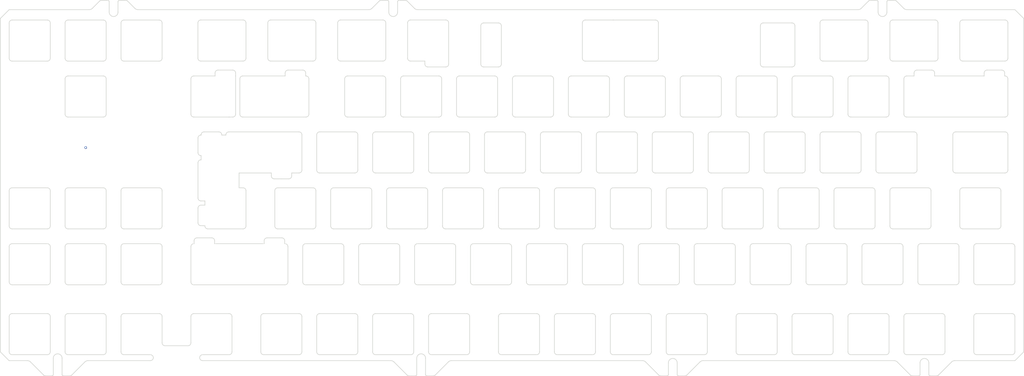
<source format=kicad_pcb>
(kicad_pcb (version 20211014) (generator pcbnew)

  (general
    (thickness 1.6)
  )

  (paper "A4")
  (layers
    (0 "F.Cu" signal)
    (31 "B.Cu" signal)
    (32 "B.Adhes" user "B.Adhesive")
    (33 "F.Adhes" user "F.Adhesive")
    (34 "B.Paste" user)
    (35 "F.Paste" user)
    (36 "B.SilkS" user "B.Silkscreen")
    (37 "F.SilkS" user "F.Silkscreen")
    (38 "B.Mask" user)
    (39 "F.Mask" user)
    (40 "Dwgs.User" user "User.Drawings")
    (41 "Cmts.User" user "User.Comments")
    (42 "Eco1.User" user "User.Eco1")
    (43 "Eco2.User" user "User.Eco2")
    (44 "Edge.Cuts" user)
    (45 "Margin" user)
    (46 "B.CrtYd" user "B.Courtyard")
    (47 "F.CrtYd" user "F.Courtyard")
    (48 "B.Fab" user)
    (49 "F.Fab" user)
    (50 "User.1" user)
    (51 "User.2" user)
    (52 "User.3" user)
    (53 "User.4" user)
    (54 "User.5" user)
    (55 "User.6" user)
    (56 "User.7" user)
    (57 "User.8" user)
    (58 "User.9" user)
  )

  (setup
    (stackup
      (layer "F.SilkS" (type "Top Silk Screen"))
      (layer "F.Paste" (type "Top Solder Paste"))
      (layer "F.Mask" (type "Top Solder Mask") (thickness 0.01))
      (layer "F.Cu" (type "copper") (thickness 0.035))
      (layer "dielectric 1" (type "core") (thickness 1.51) (material "FR4") (epsilon_r 4.5) (loss_tangent 0.02))
      (layer "B.Cu" (type "copper") (thickness 0.035))
      (layer "B.Mask" (type "Bottom Solder Mask") (thickness 0.01))
      (layer "B.Paste" (type "Bottom Solder Paste"))
      (layer "B.SilkS" (type "Bottom Silk Screen"))
      (copper_finish "None")
      (dielectric_constraints no)
    )
    (pad_to_mask_clearance 0)
    (pcbplotparams
      (layerselection 0x00010fc_ffffffff)
      (disableapertmacros false)
      (usegerberextensions false)
      (usegerberattributes true)
      (usegerberadvancedattributes true)
      (creategerberjobfile true)
      (svguseinch false)
      (svgprecision 6)
      (excludeedgelayer true)
      (plotframeref false)
      (viasonmask false)
      (mode 1)
      (useauxorigin false)
      (hpglpennumber 1)
      (hpglpenspeed 20)
      (hpglpendiameter 15.000000)
      (dxfpolygonmode true)
      (dxfimperialunits true)
      (dxfusepcbnewfont true)
      (psnegative false)
      (psa4output false)
      (plotreference true)
      (plotvalue true)
      (plotinvisibletext false)
      (sketchpadsonfab false)
      (subtractmaskfromsilk false)
      (outputformat 1)
      (mirror false)
      (drillshape 0)
      (scaleselection 1)
      (outputdirectory "../gerbers/")
    )
  )

  (net 0 "")

  (gr_line (start 249.236589 154.371634) (end 261.236589 154.371634) (layer "Edge.Cuts") (width 0.2) (tstamp 00672a55-4382-40ef-af60-f37336738671))
  (gr_arc (start 99.30967 140.371634) (mid 100.016784 140.664519) (end 100.30967 141.371634) (layer "Edge.Cuts") (width 0.2) (tstamp 0095d990-9d2c-401c-9e75-83af1b5106b2))
  (gr_arc (start 51.680819 58.40914) (mid 51.973699 57.702014) (end 52.680819 57.40914) (layer "Edge.Cuts") (width 0.2) (tstamp 00c4e538-733e-4e5c-a054-f8c5253375cc))
  (gr_arc (start 95.550048 129.559134) (mid 95.257146 130.266236) (end 94.550048 130.559134) (layer "Edge.Cuts") (width 0.2) (tstamp 010f3275-e57f-43de-88fb-26c2c2c5405e))
  (gr_arc (start 229.187548 60.409134) (mid 229.480432 59.702022) (end 230.187548 59.409134) (layer "Edge.Cuts") (width 0.2) (tstamp 012added-9c2a-493c-94a8-a404fe9ac6fa))
  (gr_arc (start 281.287548 72.409134) (mid 280.994646 73.116236) (end 280.287548 73.409134) (layer "Edge.Cuts") (width 0.2) (tstamp 01f64d8b-59c7-4a7f-94f6-b02257389ed7))
  (gr_arc (start 43.44621 141.371634) (mid 43.739092 140.664509) (end 44.44621 140.371634) (layer "Edge.Cuts") (width 0.2) (tstamp 0234b088-3a85-46b5-a6c3-46a1c1422e77))
  (gr_line (start 43.449999 60.409164) (end 43.449999 72.409164) (layer "Edge.Cuts") (width 0.2) (tstamp 02972456-a240-42eb-9d6a-d7b3e3d8a5bf))
  (gr_arc (start 181.273129 153.371634) (mid 180.980226 154.078729) (end 180.273129 154.371634) (layer "Edge.Cuts") (width 0.2) (tstamp 02cceb02-657c-4584-80c9-e633f8e8a974))
  (gr_line (start 46.862536 86.546154) (end 46.918322 86.546154) (layer "Edge.Cuts") (width 0.2) (tstamp 02d19098-0f45-4015-8321-63222760cb4e))
  (gr_line (start 29.637548 156.396634) (end 8.383868 156.396634) (layer "Edge.Cuts") (width 0.2) (tstamp 02f425f5-10c4-4548-84a0-12b7e902bd72))
  (gr_arc (start 224.425048 98.509134) (mid 224.717932 97.802022) (end 225.425048 97.509134) (layer "Edge.Cuts") (width 0.2) (tstamp 0346a1b7-20d8-479d-9a2d-685e2da6923d))
  (gr_line (start -6.730345 161.30374) (end -11.198112 156.835973) (layer "Edge.Cuts") (width 0.2) (tstamp 0405f209-efbc-460a-bae5-1f0c3b21a34b))
  (gr_arc (start 321.768746 53.340049) (mid 321.475838 54.04714) (end 320.768746 54.340049) (layer "Edge.Cuts") (width 0.2) (tstamp 041f63e1-79d1-4fb0-93ff-0edc5fbd5e80))
  (gr_arc (start 320.767554 59.409146) (mid 321.474674 59.702026) (end 321.767554 60.409146) (layer "Edge.Cuts") (width 0.2) (tstamp 0457cfcb-acd5-4792-a095-e8d5d1e8cefa))
  (gr_arc (start 318.387548 97.509134) (mid 319.094612 97.802046) (end 319.387548 98.509134) (layer "Edge.Cuts") (width 0.2) (tstamp 05538515-6528-4a4c-8ca8-f368d1cbeee6))
  (gr_arc (start 157.462548 91.459134) (mid 157.169646 92.166236) (end 156.462548 92.459134) (layer "Edge.Cuts") (width 0.2) (tstamp 057e4241-8bbc-4700-af0a-6fd80d77a362))
  (gr_arc (start 61.212481 40.340036) (mid 61.919589 40.632929) (end 62.212481 41.340036) (layer "Edge.Cuts") (width 0.2) (tstamp 05e59bc8-6618-4769-bd30-ba070581925f))
  (gr_line (start 76.500066 117.55914) (end 76.500066 129.55914) (layer "Edge.Cuts") (width 0.2) (tstamp 0634d09b-b4f3-4924-aa97-64df90948bc8))
  (gr_line (start 209.850048 117.559134) (end 209.850048 129.559134) (layer "Edge.Cuts") (width 0.2) (tstamp 06ea9bd1-18b5-4a4c-8d97-7f1d5957fae8))
  (gr_arc (start 273.050048 130.54003) (mid 272.3429 130.247156) (end 272.050048 129.54003) (layer "Edge.Cuts") (width 0.2) (tstamp 071c7bfd-2cc0-490d-b0fc-d901289a4080))
  (gr_arc (start 280.286589 140.371634) (mid 280.993691 140.664525) (end 281.286589 141.371634) (layer "Edge.Cuts") (width 0.2) (tstamp 0721ae74-e750-4401-8d63-122584c77e6e))
  (gr_line (start 25.433868 36.834134) (end 104.041176 36.834134) (layer "Edge.Cuts") (width 0.2) (tstamp 072699a5-abf2-42e9-8af6-bf86dba85832))
  (gr_arc (start 190.800048 129.559134) (mid 190.507146 130.266236) (end 189.800048 130.559134) (layer "Edge.Cuts") (width 0.2) (tstamp 07370b27-158a-4455-a1fb-45de038393a4))
  (gr_arc (start 209.612548 161.596634) (mid 209.258952 161.450206) (end 209.112548 161.096634) (layer "Edge.Cuts") (width 0.2) (tstamp 07687f1a-80ce-4cea-a6a2-41ed43db935a))
  (gr_line (start 152.987548 72.409134) (end 152.987548 60.409134) (layer "Edge.Cuts") (width 0.2) (tstamp 077384ec-a581-49ad-af44-ec7b3a27e958))
  (gr_line (start 73.025048 97.509134) (end 85.025048 97.509134) (layer "Edge.Cuts") (width 0.2) (tstamp 079e7ee5-246f-4d56-830e-c74c7f0ff0bc))
  (gr_arc (start 119.35967 153.371634) (mid 119.066763 154.078708) (end 118.35967 154.371634) (layer "Edge.Cuts") (width 0.2) (tstamp 07c6e801-2ee9-4863-9bcb-1dcf8f0c9e12))
  (gr_arc (start 249.236589 154.371634) (mid 248.529477 154.078739) (end 248.236589 153.371634) (layer "Edge.Cuts") (width 0.2) (tstamp 07dcd45f-60ed-4b73-be6d-04d3d7f85e04))
  (gr_line (start 44.450066 116.55914) (end 44.537066 116.55914) (layer "Edge.Cuts") (width 0.2) (tstamp 07de4498-044b-47d3-ada6-d3b531cf947e))
  (gr_arc (start 215.900048 130.54003) (mid 215.1929 130.247156) (end 214.900048 129.54003) (layer "Edge.Cuts") (width 0.2) (tstamp 081921d0-6483-4670-af3e-6b5d7acb3791))
  (gr_arc (start 14.587548 53.359134) (mid 14.294654 54.06624) (end 13.587548 54.359134) (layer "Edge.Cuts") (width 0.2) (tstamp 082977fe-bcf2-4fc9-8664-88445c5732c9))
  (gr_arc (start 187.323129 154.371634) (mid 186.615991 154.078753) (end 186.323129 153.371634) (layer "Edge.Cuts") (width 0.2) (tstamp 0862ca0b-c6d4-4b04-9390-13f4afa9004f))
  (gr_line (start 45.537066 114.55914) (end 50.537066 114.55914) (layer "Edge.Cuts") (width 0.2) (tstamp 0882c4c7-117a-4fb4-b51a-f2c7951bd043))
  (gr_arc (start 244.475048 111.509134) (mid 243.767898 111.21626) (end 243.475048 110.509134) (layer "Edge.Cuts") (width 0.2) (tstamp 089ce730-0424-478b-b4cc-105f9b59b8c9))
  (gr_line (start 191.087548 60.409134) (end 191.087548 72.409134) (layer "Edge.Cuts") (width 0.2) (tstamp 09170d5c-39c1-481d-90b1-1628bce7464f))
  (gr_line (start 118.362548 78.459134) (end 106.362548 78.459134) (layer "Edge.Cuts") (width 0.2) (tstamp 091cbf0b-a345-40dc-911e-948bdf83c06e))
  (gr_arc (start -18.462452 41.359134) (mid -18.169559 40.652027) (end -17.462452 40.359134) (layer "Edge.Cuts") (width 0.2) (tstamp 09535cde-9ba2-41fd-bb26-86cd9c93b7a7))
  (gr_arc (start 29.637548 154.371634) (mid 30.344655 154.664527) (end 30.637548 155.371634) (layer "Edge.Cuts") (width 0.2) (tstamp 0959f584-264a-40c0-a325-38feecc40371))
  (gr_line (start 108.27671 33.634134) (end 110.362496 33.634134) (layer "Edge.Cuts") (width 0.2) (tstamp 0984a590-e0b8-45eb-8462-5c1121f4f06b))
  (gr_line (start 243.187548 72.409134) (end 243.187548 60.409134) (layer "Edge.Cuts") (width 0.2) (tstamp 0989d6ec-1730-4365-94e2-79cfbfafd56a))
  (gr_arc (start 120.683817 36.834134) (mid 120.109786 36.719961) (end 119.623157 36.394794) (layer "Edge.Cuts") (width 0.2) (tstamp 09b31d66-ab63-40c4-ba60-433d08ad67c3))
  (gr_arc (start 62.212542 110.509152) (mid 61.919668 111.216305) (end 61.212542 111.509152) (layer "Edge.Cuts") (width 0.2) (tstamp 0a00c5de-a282-4a3f-afa7-486015ba1239))
  (gr_line (start 59.862548 97.509152) (end 59.862548 92.459134) (layer "Edge.Cuts") (width 0.2) (tstamp 0a10b6b5-e15c-4e07-9664-2adc2bcdb78a))
  (gr_arc (start 158.750048 130.559134) (mid 158.042898 130.26626) (end 157.750048 129.559134) (layer "Edge.Cuts") (width 0.2) (tstamp 0a37cd2d-7090-40b8-b5d3-c29435c5e3d9))
  (gr_arc (start 34.637548 151.321634) (mid 33.930442 151.02874) (end 33.637548 150.321634) (layer "Edge.Cuts") (width 0.2) (tstamp 0b5d9c8f-42e0-48a5-9f77-b8b43630972b))
  (gr_arc (start 219.662548 79.459134) (mid 219.955432 78.752022) (end 220.662548 78.459134) (layer "Edge.Cuts") (width 0.2) (tstamp 0b9e380d-09b2-43aa-9e5e-e1d4726650b2))
  (gr_line (start 109.837481 41.340036) (end 109.837481 53.340036) (layer "Edge.Cuts") (width 0.2) (tstamp 0bf9e5dc-096e-486d-bb3c-07388aa86989))
  (gr_line (start 166.987548 60.409134) (end 166.987548 72.409134) (layer "Edge.Cuts") (width 0.2) (tstamp 0cde3f00-47e7-4d59-8b83-e339c03ac01a))
  (gr_arc (start 162.512548 79.459134) (mid 162.805432 78.752022) (end 163.512548 78.459134) (layer "Edge.Cuts") (width 0.2) (tstamp 0d5bc4f8-a759-4fd0-b595-4b05aed09f33))
  (gr_line (start 156.462548 78.459134) (end 144.462548 78.459134) (layer "Edge.Cuts") (width 0.2) (tstamp 0d723a18-8ec1-476d-a9f4-b5ff84b08996))
  (gr_arc (start 106.362548 92.459134) (mid 105.655398 92.16626) (end 105.362548 91.459134) (layer "Edge.Cuts") (width 0.2) (tstamp 0dccfc25-377d-4243-b07c-b0069b2b26c1))
  (gr_line (start 100.600048 129.559134) (end 100.600048 117.559134) (layer "Edge.Cuts") (width 0.2) (tstamp 0e8f64e0-9197-4be0-9779-43c99ec12e82))
  (gr_line (start 111.566228 156.396634) (end 47.44621 156.396634) (layer "Edge.Cuts") (width 0.2) (tstamp 0ea0b090-c528-4da6-bbfe-db891ea245b8))
  (gr_line (start 243.475048 110.509134) (end 243.475048 98.509134) (layer "Edge.Cuts") (width 0.2) (tstamp 0f45109f-2ec6-406f-ad35-9033aad72b8d))
  (gr_arc (start 194.562548 78.459134) (mid 195.269612 78.752046) (end 195.562548 79.459134) (layer "Edge.Cuts") (width 0.2) (tstamp 0f52b192-fa43-4358-b694-55498c81274c))
  (gr_arc (start 62.212481 53.340036) (mid 61.919574 54.047112) (end 61.212482 54.340036) (layer "Edge.Cuts") (width 0.2) (tstamp 0f8b0782-2091-4ba6-b957-69da97d45a9d))
  (gr_line (start 199.325048 111.509134) (end 187.325048 111.509134) (layer "Edge.Cuts") (width 0.2) (tstamp 0f9db253-2dc4-425a-8711-82a5b930da1b))
  (gr_line (start 274.143746 41.340049) (end 274.143746 53.340049) (layer "Edge.Cuts") (width 0.2) (tstamp 0fca30f7-c307-4974-bdb2-4b2ecda205e8))
  (gr_line (start 33.637548 53.359134) (end 33.637548 41.359134) (layer "Edge.Cuts") (width 0.2) (tstamp 0fda6811-13f0-4544-9a17-136ee37e7b75))
  (gr_line (start 205.612548 161.596634) (end 203.526762 161.596634) (layer "Edge.Cuts") (width 0.2) (tstamp 100f86ab-d26d-42af-a666-adc1cbe902a1))
  (gr_arc (start 262.525048 98.509134) (mid 262.817932 97.802022) (end 263.525048 97.509134) (layer "Edge.Cuts") (width 0.2) (tstamp 10184077-6b54-4cd6-9c4d-cde7c8b104b7))
  (gr_line (start 161.223129 140.371634) (end 149.223129 140.371634) (layer "Edge.Cuts") (width 0.2) (tstamp 108cea2d-0d13-46af-bdfb-e7737c618252))
  (gr_arc (start 100.312548 91.459134) (mid 100.019646 92.166236) (end 99.312548 92.459134) (layer "Edge.Cuts") (width 0.2) (tstamp 10ef3c01-c40d-49d9-9e98-6f49ec2cf514))
  (gr_line (start 181.273129 153.371634) (end 181.273129 141.371634) (layer "Edge.Cuts") (width 0.2) (tstamp 10f14327-b11c-48f3-80aa-579898ce2117))
  (gr_line (start 120.683817 36.834134) (end 270.728676 36.834134) (layer "Edge.Cuts") (width 0.2) (tstamp 11040e2c-48c3-4f50-a6e0-d5a89f1c2a43))
  (gr_line (start -5.462452 140.371634) (end -17.462452 140.371634) (layer "Edge.Cuts") (width 0.2) (tstamp 1120b9a4-1792-4e3f-b508-4c4dbe9c139c))
  (gr_arc (start 43.449999 60.409164) (mid 43.742905 59.70208) (end 44.449999 59.409164) (layer "Edge.Cuts") (width 0.2) (tstamp 11527c6f-6046-48b9-94b7-0dc450aea666))
  (gr_line (start 229.187548 60.409134) (end 229.187548 72.409134) (layer "Edge.Cuts") (width 0.2) (tstamp 1172170a-9732-440a-bbed-46b7b8e2dc27))
  (gr_line (start 125.40967 140.371634) (end 137.40967 140.371634) (layer "Edge.Cuts") (width 0.2) (tstamp 1211e2bb-0efd-4523-84b0-55961816db33))
  (gr_line (start 302.598208 156.835973) (end 298.130441 161.30374) (layer "Edge.Cuts") (width 0.2) (tstamp 1229be8e-0cf2-4bf8-b083-e931f6613a4f))
  (gr_arc (start 227.900048 116.54003) (mid 228.607113 116.832942) (end 228.900048 117.54003) (layer "Edge.Cuts") (width 0.2) (tstamp 12363452-9e38-40e5-a994-a56575443507))
  (gr_line (start 0.587548 60.409134) (end 0.587548 72.409134) (layer "Edge.Cuts") (width 0.2) (tstamp 1282d838-3ab6-4936-9cde-7fecc05cb21a))
  (gr_arc (start 286.337554 60.409146) (mid 286.630428 59.701993) (end 287.337554 59.409146) (layer "Edge.Cuts") (width 0.2) (tstamp 130975d9-24a4-4610-9031-6f69c213c418))
  (gr_line (start 173.037548 59.409134) (end 185.037548 59.409134) (layer "Edge.Cuts") (width 0.2) (tstamp 134859a2-15aa-4565-b1e7-26feea15069d))
  (gr_arc (start 80.25967 140.371634) (mid 80.966784 140.664519) (end 81.25967 141.371634) (layer "Edge.Cuts") (width 0.2) (tstamp 1382bc5b-83fb-45fe-bf24-a962a5d76c6a))
  (gr_line (start 1.587548 40.359134) (end 13.587548 40.359134) (layer "Edge.Cuts") (width 0.2) (tstamp 13a2a71b-cca6-4a33-aaee-ae426a1360fd))
  (gr_line (start 266.000048 116.54003) (end 254.000048 116.54003) (layer "Edge.Cuts") (width 0.2) (tstamp 13a5d9be-a183-4e69-babb-8cbf7a77a145))
  (gr_arc (start 105.075048 110.509134) (mid 104.782146 111.216236) (end 104.075048 111.509134) (layer "Edge.Cuts") (width 0.2) (tstamp 14170054-2b93-45d8-9aca-cf00f632bc60))
  (gr_line (start 118.35967 154.371634) (end 106.35967 154.371634) (layer "Edge.Cuts") (width 0.2) (tstamp 1436839e-e606-45d6-805b-11e8f3ef9a33))
  (gr_arc (start 86.025048 110.509134) (mid 85.732146 111.216236) (end 85.025048 111.509134) (layer "Edge.Cuts") (width 0.2) (tstamp 1482851c-2e17-4260-a1eb-f2555c4a7bdd))
  (gr_line (start 45.862548 104.417159) (end 45.862548 109.422131) (layer "Edge.Cuts") (width 0.2) (tstamp 14ab16c7-72c5-43d8-881f-b62fd26984e2))
  (gr_arc (start 114.600048 129.559134) (mid 114.307146 130.266236) (end 113.600048 130.559134) (layer "Edge.Cuts") (width 0.2) (tstamp 156091fa-c81d-4d93-9b7c-5dcbd9144eab))
  (gr_arc (start 305.387548 98.509134) (mid 305.680432 97.802022) (end 306.387548 97.509134) (layer "Edge.Cuts") (width 0.2) (tstamp 15fcb07b-b465-42d5-8175-624d61c1d734))
  (gr_line (start 20.637548 54.359134) (end 32.637548 54.359134) (layer "Edge.Cuts") (width 0.2) (tstamp 16538d87-47a6-4341-97ff-a0374c75fdde))
  (gr_line (start 232.662548 92.459134) (end 220.662548 92.459134) (layer "Edge.Cuts") (width 0.2) (tstamp 165a8d59-db7c-455b-a822-c194b8892552))
  (gr_line (start 55.35631 79.546154) (end 53.953927 79.546154) (layer "Edge.Cuts") (width 0.2) (tstamp 17087e46-0ed6-474d-82ac-2c0ee404dfd3))
  (gr_line (start 51.680819 58.40914) (end 51.680819 59.409164) (layer "Edge.Cuts") (width 0.2) (tstamp 17b192cc-adca-48bf-a3a5-a0af7747c0fe))
  (gr_arc (start 291.100048 117.54003) (mid 291.392934 116.832921) (end 292.100048 116.54003) (layer "Edge.Cuts") (width 0.2) (tstamp 17f42696-fe6b-4f15-9986-94d2164e4d2d))
  (gr_line (start 283.016228 156.396634) (end 217.933868 156.396634) (layer "Edge.Cuts") (width 0.2) (tstamp 180f172c-3a2a-4f31-aef4-bca6a6a2445a))
  (gr_arc (start 202.706248 53.359134) (mid 202.413346 54.066236) (end 201.706248 54.359134) (layer "Edge.Cuts") (width 0.2) (tstamp 18780f1e-7998-4060-bbf5-2cde3f7aabcd))
  (gr_arc (start 186.325048 98.509134) (mid 186.617932 97.802022) (end 187.325048 97.509134) (layer "Edge.Cuts") (width 0.2) (tstamp 18b711e8-c01c-402c-a606-5f752fe17a27))
  (gr_arc (start 257.762481 41.340036) (mid 258.055361 40.632899) (end 258.762482 40.340036) (layer "Edge.Cuts") (width 0.2) (tstamp 18fb2632-7fd7-4f04-b983-95e9ce11c3b9))
  (gr_arc (start 224.137548 72.409134) (mid 223.844646 73.116236) (end 223.137548 73.409134) (layer "Edge.Cuts") (width 0.2) (tstamp 190e81ff-73b6-42d6-a044-3de60c68b533))
  (gr_arc (start 212.405441 161.30374) (mid 212.081018 161.520517) (end 211.698334 161.596634) (layer "Edge.Cuts") (width 0.2) (tstamp 192b6ca7-f830-4650-9f73-4d3b2f10adb5))
  (gr_arc (start 287.371317 36.834134) (mid 286.797286 36.719961) (end 286.310657 36.394794) (layer "Edge.Cuts") (width 0.2) (tstamp 199d7ada-4061-4940-9cfa-5084daeaf27b))
  (gr_arc (start 320.768798 78.459134) (mid 321.475894 78.752029) (end 321.768798 79.459134) (layer "Edge.Cuts") (width 0.2) (tstamp 1a303e65-fe8c-4ef6-b370-cd21f4c7d82b))
  (gr_line (start 46.918322 86.546154) (end 46.918322 87.984143) (layer "Edge.Cuts") (width 0.2) (tstamp 1aa98b62-440d-4aa3-a0f9-2199bc6577ff))
  (gr_arc (start 305.387481 41.340036) (mid 305.680361 40.632899) (end 306.387482 40.340036) (layer "Edge.Cuts") (width 0.2) (tstamp 1ac86bd8-2205-4b2e-9720-ff2c954b00ba))
  (gr_arc (start -17.462452 154.371634) (mid -18.169558 154.07874) (end -18.462452 153.371634) (layer "Edge.Cuts") (width 0.2) (tstamp 1afd58bd-d25a-4a4b-93d3-a0edc2a4d772))
  (gr_line (start 314.681788 57.409146) (end 319.681788 57.409146) (layer "Edge.Cuts") (width 0.2) (tstamp 1b43abd9-63b1-499c-9c74-38fe55fdef5c))
  (gr_arc (start 324.150048 129.54003) (mid 323.857147 130.247134) (end 323.150048 130.54003) (layer "Edge.Cuts") (width 0.2) (tstamp 1b7cbbad-0f40-49e7-b36d-fc4c5113a3a8))
  (gr_arc (start 237.449981 42.340061) (mid 237.743021 41.632838) (end 238.450361 41.340061) (layer "Edge.Cuts") (width 0.2) (tstamp 1d65aa1a-db99-424f-aafb-7dc51da0f936))
  (gr_line (start 327.175048 39.834134) (end 327.175048 153.396634) (layer "Edge.Cuts") (width 0.2) (tstamp 1e15a5aa-b184-441a-a6d2-b28b4a3c08ac))
  (gr_arc (start 195.562548 91.459134) (mid 195.269646 92.166236) (end 194.562548 92.459134) (layer "Edge.Cuts") (width 0.2) (tstamp 1eb6754c-a631-456a-ba1d-39589ea213dd))
  (gr_arc (start 73.025048 111.509134) (mid 72.317898 111.21626) (end 72.025048 110.509134) (layer "Edge.Cuts") (width 0.2) (tstamp 1ef3510d-b6f3-404a-aeb6-d68acdbffe02))
  (gr_line (start 318.387548 111.509134) (end 306.387548 111.509134) (layer "Edge.Cuts") (width 0.2) (tstamp 1ef384c7-5b28-4fd9-8050-c63974c2f260))
  (gr_arc (start 287.336589 154.371634) (mid 286.629477 154.078739) (end 286.336589 153.371634) (layer "Edge.Cuts") (width 0.2) (tstamp 1ef3f836-120c-4cc7-9217-e9d1b2bd778d))
  (gr_arc (start -5.462452 97.509134) (mid -4.755345 97.802027) (end -4.462452 98.509134) (layer "Edge.Cuts") (width 0.2) (tstamp 1f320a5a-66b7-4b05-8790-dfb51c3fb586))
  (gr_line (start 92.075048 97.509134) (end 104.075048 97.509134) (layer "Edge.Cuts") (width 0.2) (tstamp 1f67d389-3fd0-42bd-b3da-83a032752c96))
  (gr_line (start 210.137548 60.409134) (end 210.137548 72.409134) (layer "Edge.Cuts") (width 0.2) (tstamp 1f8f0787-dbcd-4c4c-ae4e-90128558bde4))
  (gr_line (start 225.425048 97.509134) (end 237.425048 97.509134) (layer "Edge.Cuts") (width 0.2) (tstamp 1ffa0a97-e975-4d93-aba3-7682c83b2b27))
  (gr_arc (start 203.526762 161.596634) (mid 203.144084 161.520503) (end 202.819655 161.30374) (layer "Edge.Cuts") (width 0.2) (tstamp 20099af7-9905-4a1a-9a38-10d9502ad3ba))
  (gr_arc (start 118.268746 54.340049) (mid 117.561592 54.047175) (end 117.268746 53.340049) (layer "Edge.Cuts") (width 0.2) (tstamp 20230688-38eb-4122-9b1b-3027a45f7272))
  (gr_line (start 313.681758 59.409149) (end 313.681788 59.401395) (layer "Edge.Cuts") (width 0.2) (tstamp 2050d3e7-5a0d-46e9-8fed-4dd06834b0ed))
  (gr_arc (start 75.500066 116.55914) (mid 76.207181 116.852024) (end 76.500066 117.55914) (layer "Edge.Cuts") (width 0.2) (tstamp 208f447b-b938-464d-bc46-a3645cf2e6a2))
  (gr_line (start 294.837548 161.096634) (end 294.837548 157.146634) (layer "Edge.Cuts") (width 0.2) (tstamp 20a7b0c1-9090-40ce-8e0f-46480a58db51))
  (gr_line (start 76.556795 57.40914) (end 81.556795 57.40914) (layer "Edge.Cuts") (width 0.2) (tstamp 2138f960-30ef-4963-92a6-e5d06f389b0a))
  (gr_arc (start 192.087548 73.409134) (mid 191.380398 73.11626) (end 191.087548 72.409134) (layer "Edge.Cuts") (width 0.2) (tstamp 21b2a6c6-243d-43d2-8160-ac786aa9254e))
  (gr_arc (start 143.175048 110.509134) (mid 142.882146 111.216236) (end 142.175048 111.509134) (layer "Edge.Cuts") (width 0.2) (tstamp 21b41bb9-1e1a-4729-8006-028a33b1565b))
  (gr_arc (start 246.950048 116.54003) (mid 247.657113 116.832942) (end 247.950048 117.54003) (layer "Edge.Cuts") (width 0.2) (tstamp 21e7f772-a8bc-4fcd-8b0b-4bab8a428250))
  (gr_arc (start 205.373129 141.371634) (mid 205.666012 140.664515) (end 206.373129 140.371634) (layer "Edge.Cuts") (width 0.2) (tstamp 22208685-987f-48e9-ba92-7a01a25be7b0))
  (gr_arc (start 142.19999 42.343772) (mid 142.492893 41.63668) (end 143.19999 41.343772) (layer "Edge.Cuts") (width 0.2) (tstamp 227121bd-3720-4d5d-b80c-cc954b4ed344))
  (gr_arc (start 257.762548 79.459134) (mid 258.055432 78.752022) (end 258.762548 78.459134) (layer "Edge.Cuts") (width 0.2) (tstamp 22e36685-b889-4540-8920-0f092b032b4f))
  (gr_arc (start 218.373129 140.371634) (mid 219.080205 140.66454) (end 219.373129 141.371634) (layer "Edge.Cuts") (width 0.2) (tstamp 23063a00-9d28-490d-826c-507449d54d0a))
  (gr_line (start 46.862548 101.984143) (end 48.212542 101.984143) (layer "Edge.Cuts") (width 0.2) (tstamp 236af729-fb24-445a-9794-b39d39941dca))
  (gr_line (start 77.794299 92.459134) (end 80.262548 92.459134) (layer "Edge.Cuts") (width 0.2) (tstamp 239c56d1-9cb1-414c-97e5-dcbe8211b2ba))
  (gr_line (start 291.837548 157.146634) (end 291.837548 161.096634) (layer "Edge.Cuts") (width 0.2) (tstamp 23a28900-bd02-42df-a018-18db5292350d))
  (gr_line (start 281.286589 153.371634) (end 281.286589 141.371634) (layer "Edge.Cuts") (width 0.2) (tstamp 23be3c5f-28a8-4da3-a974-7ac0fd72bb35))
  (gr_line (start 132.650048 130.559134) (end 120.650048 130.559134) (layer "Edge.Cuts") (width 0.2) (tstamp 2433beff-13d1-4508-8a42-8649eae1c958))
  (gr_line (start 86.025048 98.509134) (end 86.025048 110.509134) (layer "Edge.Cuts") (width 0.2) (tstamp 24a1cdab-c9ce-4136-88e4-ae4c940e4508))
  (gr_line (start 129.175048 110.509134) (end 129.175048 98.509134) (layer "Edge.Cuts") (width 0.2) (tstamp 25c78b9b-3a36-42ba-be8b-13d5449ba642))
  (gr_arc (start 44.537066 115.55914) (mid 44.829959 114.852032) (end 45.537066 114.55914) (layer "Edge.Cuts") (width 0.2) (tstamp 25e43232-69b6-46a1-b860-f6300f04c1bb))
  (gr_line (start 131.148208 156.835973) (end 126.680441 161.30374) (layer "Edge.Cuts") (width 0.2) (tstamp 25e5c3a9-6adf-4d07-b23d-ed835e9398a1))
  (gr_arc (start 110.362496 33.634134) (mid 110.71604 33.780581) (end 110.862496 34.134134) (layer "Edge.Cuts") (width 0.2) (tstamp 25eefa9c-a964-423a-9089-f3e1cafe4051))
  (gr_arc (start 1.587548 154.371634) (mid 0.880442 154.07874) (end 0.587548 153.371634) (layer "Edge.Cuts") (width 0.2) (tstamp 2656f361-52f0-41d3-8feb-a4ed2419d3ef))
  (gr_arc (start 251.712548 78.459134) (mid 252.419612 78.752046) (end 252.712548 79.459134) (layer "Edge.Cuts") (width 0.2) (tstamp 26c8e6d9-6ec3-4033-bcb9-09fff6d96bac))
  (gr_line (start 57.680819 57.40914) (end 52.680819 57.40914) (layer "Edge.Cuts") (width 0.2) (tstamp 26d95cf9-7f7b-4e62-bdf3-e6feb4a14edd))
  (gr_line (start 208.850048 130.559134) (end 196.850048 130.559134) (layer "Edge.Cuts") (width 0.2) (tstamp 26fb66bc-6d74-4292-9e24-050498843a9e))
  (gr_line (start 219.373129 153.371634) (end 219.373129 141.371634) (layer "Edge.Cuts") (width 0.2) (tstamp 27b131df-df48-47ca-b698-fc59bb8b7b48))
  (gr_arc (start 45.862548 80.546154) (mid 46.15544 79.839044) (end 46.862548 79.546154) (layer "Edge.Cuts") (width 0.2) (tstamp 27cbd317-3df9-4d45-84bb-40f111ed197b))
  (gr_line (start 75.556795 59.409168) (end 75.556795 58.40914) (layer "Edge.Cuts") (width 0.2) (tstamp 28613c06-cade-485d-895e-850ffc890da2))
  (gr_arc (start 46.44621 155.371634) (mid 46.739092 154.664509) (end 47.44621 154.371634) (layer "Edge.Cuts") (width 0.2) (tstamp 28aff523-da15-4ca1-9e05-e2522c0aec09))
  (gr_line (start 149.19999 42.343772) (end 149.19999 55.343772) (layer "Edge.Cuts") (width 0.2) (tstamp 28fafd2d-38b0-46f3-b28a-75bd5d280399))
  (gr_arc (start 32.637548 40.359134) (mid 33.344655 40.652027) (end 33.637548 41.359134) (layer "Edge.Cuts") (width 0.2) (tstamp 2916eb25-face-4c4e-88a3-548926cfa375))
  (gr_arc (start 94.456247 54.340049) (mid 93.749093 54.047175) (end 93.456246 53.340049) (layer "Edge.Cuts") (width 0.2) (tstamp 291b2ce1-5c2d-456d-aaa4-daca47ba1b15))
  (gr_line (start 223.137548 59.409134) (end 211.137548 59.409134) (layer "Edge.Cuts") (width 0.2) (tstamp 293a6287-6c90-4829-87dd-85f481131544))
  (gr_line (start 72.025048 110.509134) (end 72.025048 98.509134) (layer "Edge.Cuts") (width 0.2) (tstamp 295ccbca-ec52-4627-8aa8-4f65fecc5ccc))
  (gr_arc (start 287.337554 73.409146) (mid 286.630461 73.116239) (end 286.337554 72.409146) (layer "Edge.Cuts") (width 0.2) (tstamp 29856417-41de-4dbe-aa92-6f8eb41abb6a))
  (gr_arc (start 105.362548 79.459134) (mid 105.655432 78.752022) (end 106.362548 78.459134) (layer "Edge.Cuts") (width 0.2) (tstamp 299e7baf-f9f8-482d-aab8-acc713f4bd0b))
  (gr_line (start 286.336589 141.371634) (end 286.336589 153.371634) (layer "Edge.Cuts") (width 0.2) (tstamp 2a0f55d8-ad36-4958-b0af-c978da881ec0))
  (gr_line (start 15.612548 34.134134) (end 15.612548 37.659134) (layer "Edge.Cuts") (width 0.2) (tstamp 2a73baef-13ac-4288-ae6c-8a1ac91e39b1))
  (gr_arc (start 114.887548 60.409134) (mid 115.180432 59.702022) (end 115.887548 59.409134) (layer "Edge.Cuts") (width 0.2) (tstamp 2af19b4a-a231-481c-ae0f-79d20078329b))
  (gr_line (start 113.600048 130.559134) (end 101.600048 130.559134) (layer "Edge.Cuts") (width 0.2) (tstamp 2af28fc1-2f30-4db1-b090-de42e01ffee7))
  (gr_arc (start 60.118807 60.40914) (mid 60.411687 59.702009) (end 61.118808 59.40914) (layer "Edge.Cuts") (width 0.2) (tstamp 2b13668e-79aa-445e-8430-17fbdafd2c0c))
  (gr_arc (start 113.600048 116.559134) (mid 114.307112 116.852046) (end 114.600048 117.559134) (layer "Edge.Cuts") (width 0.2) (tstamp 2b454a04-f374-4572-8e50-9663b1a819ae))
  (gr_line (start 228.900048 117.54003) (end 228.900048 129.54003) (layer "Edge.Cuts") (width 0.2) (tstamp 2b749ef2-6e91-4080-8e9c-a41957ce1664))
  (gr_line (start 297.423334 161.596634) (end 295.337548 161.596634) (layer "Edge.Cuts") (width 0.2) (tstamp 2ba74fbb-dc96-42fc-8405-18ee6fcdb99b))
  (gr_arc (start 232.662548 78.459134) (mid 233.369612 78.752046) (end 233.662548 79.459134) (layer "Edge.Cuts") (width 0.2) (tstamp 2bea6b46-6393-464f-9aa4-1a393d052f6b))
  (gr_line (start 257.475048 98.509134) (end 257.475048 110.509134) (layer "Edge.Cuts") (width 0.2) (tstamp 2c02011a-247a-4e5f-b7c9-f735c8012660))
  (gr_arc (start 283.135783 33.634134) (mid 283.518468 33.710251) (end 283.84289 33.927027) (layer "Edge.Cuts") (width 0.2) (tstamp 2c40785a-e739-4290-9e47-5e42d319a26a))
  (gr_arc (start 14.587548 153.371634) (mid 14.294654 154.07874) (end 13.587548 154.371634) (layer "Edge.Cuts") (width 0.2) (tstamp 2c7405c3-299c-40c0-890a-199513ed536d))
  (gr_line (start 110.125048 98.509134) (end 110.125048 110.509134) (layer "Edge.Cuts") (width 0.2) (tstamp 2c85c9e9-91dc-4f2c-85f6-25c2fef092b1))
  (gr_arc (start 274.143746 53.340049) (mid 273.850838 54.04714) (end 273.143746 54.340049) (layer "Edge.Cuts") (width 0.2) (tstamp 2cc9a15a-8e80-410e-81a5-82815b023e5b))
  (gr_arc (start 276.525048 110.509134) (mid 276.232146 111.216236) (end 275.525048 111.509134) (layer "Edge.Cuts") (width 0.2) (tstamp 2cfcd32f-c0c6-45ab-8e0a-e4dc4fe83573))
  (gr_line (start 82.643749 73.409164) (end 61.118807 73.40914) (layer "Edge.Cuts") (width 0.2) (tstamp 2df403c8-847b-41cd-8fdd-a2bc22f2348d))
  (gr_arc (start 201.612548 92.459134) (mid 200.905398 92.16626) (end 200.612548 91.459134) (layer "Edge.Cuts") (width 0.2) (tstamp 2dffe8c0-99bb-4984-ac07-d29914ddb709))
  (gr_arc (start 33.637548 129.559134) (mid 33.344654 130.26624) (end 32.637548 130.559134) (layer "Edge.Cuts") (width 0.2) (tstamp 2e0fc85f-7169-44a2-a5a4-e8ae56e14fe1))
  (gr_line (start 185.037548 73.409134) (end 173.037548 73.409134) (layer "Edge.Cuts") (width 0.2) (tstamp 2e4f1eed-ee3b-4746-be02-bf45ccbc88a8))
  (gr_line (start 30.637548 155.371634) (end 30.637548 155.396634) (layer "Edge.Cuts") (width 0.2) (tstamp 2e638141-0c28-4315-af9d-44027e961f61))
  (gr_arc (start 182.562548 92.459134) (mid 181.855398 92.16626) (end 181.562548 91.459134) (layer "Edge.Cuts") (width 0.2) (tstamp 2eac6383-c37c-4701-b84d-650c2b92e61a))
  (gr_line (start 157.750048 129.559134) (end 157.750048 117.559134) (layer "Edge.Cuts") (width 0.2) (tstamp 2eacf5c3-f210-47f2-b120-32eb8de07281))
  (gr_arc (start 297.956246 53.340049) (mid 297.663338 54.04714) (end 296.956246 54.340049) (layer "Edge.Cuts") (width 0.2) (tstamp 2ee78475-8f32-4477-9a55-abf0dcad7370))
  (gr_arc (start 108.837481 40.340036) (mid 109.544587 40.632925) (end 109.837481 41.340036) (layer "Edge.Cuts") (width 0.2) (tstamp 2f133a30-fa60-42c3-8981-9db461b7b6ed))
  (gr_line (start 262.236589 153.371634) (end 262.236589 141.371634) (layer "Edge.Cuts") (width 0.2) (tstamp 2fdf976b-705e-420e-ad4e-9aeb425d406e))
  (gr_arc (start 147.937548 72.409134) (mid 147.644646 73.116236) (end 146.937548 73.409134) (layer "Edge.Cuts") (width 0.2) (tstamp 31033ae6-4a97-45d3-821b-e974dfa22829))
  (gr_arc (start 238.425048 110.509134) (mid 238.132146 111.216236) (end 237.425048 111.509134) (layer "Edge.Cuts") (width 0.2) (tstamp 31469f38-094e-49fd-8d31-f1f1d2def3b6))
  (gr_arc (start -4.462452 110.509134) (mid -4.755346 111.21624) (end -5.462452 111.509134) (layer "Edge.Cuts") (width 0.2) (tstamp 315804e1-ad3a-49f8-ac13-fec339b948a3))
  (gr_arc (start 30.637548 155.396634) (mid 30.344654 156.10374) (end 29.637548 156.396634) (layer "Edge.Cuts") (width 0.2) (tstamp 3192efb3-e37a-4387-b247-464d48a0634d))
  (gr_line (start 48.212542 103.422101) (end 46.862536 103.422101) (layer "Edge.Cuts") (width 0.2) (tstamp 31a3f521-86b4-412d-a2af-82d3ff056152))
  (gr_line (start 283.84289 33.927027) (end 286.310657 36.394794) (layer "Edge.Cuts") (width 0.2) (tstamp 31ce6e60-ab9d-4e20-bd6c-652752984cc2))
  (gr_line (start 267.000048 129.54003) (end 267.000048 117.54003) (layer "Edge.Cuts") (width 0.2) (tstamp 32015a24-eafb-4e50-a00a-f6fa6c192459))
  (gr_arc (start -18.462452 141.371634) (mid -18.169559 140.664527) (end -17.462452 140.371634) (layer "Edge.Cuts") (width 0.2) (tstamp 3239f6ce-deaf-4ec9-83d6-4565d7268920))
  (gr_arc (start 200.323129 153.371634) (mid 200.030226 154.078729) (end 199.323129 154.371634) (layer "Edge.Cuts") (width 0.2) (tstamp 329e525a-cfe4-4a84-bdd9-541b463e2e75))
  (gr_line (start 42.44621 151.321634) (end 34.637548 151.321634) (layer "Edge.Cuts") (width 0.2) (tstamp 32d941ca-07e1-47e9-81e5-6cbd94c5e583))
  (gr_line (start 51.537066 115.55914) (end 51.537066 116.55914) (layer "Edge.Cuts") (width 0.2) (tstamp 32f1e503-a2a7-4abb-934d-bece6f4ecc46))
  (gr_line (start 82.556795 59.409164) (end 82.643749 59.409164) (layer "Edge.Cuts") (width 0.2) (tstamp 3323c4d1-b1c2-4e8e-92dd-b7af90dab815))
  (gr_line (start 202.819655 161.30374) (end 198.351888 156.835973) (layer "Edge.Cuts") (width 0.2) (tstamp 33662b5b-a617-4ac6-8f04-5a0a653993d3))
  (gr_line (start 262.237548 72.409134) (end 262.237548 60.409134) (layer "Edge.Cuts") (width 0.2) (tstamp 33d55226-1662-4015-b238-cc50ac0fbe8a))
  (gr_arc (start 313.681788 58.409146) (mid 313.974664 57.702005) (end 314.681788 57.409146) (layer "Edge.Cuts") (width 0.2) (tstamp 3428e615-44bb-48e1-8c69-aeab6299726a))
  (gr_line (start 171.750048 117.559134) (end 171.750048 129.559134) (layer "Edge.Cuts") (width 0.2) (tstamp 354f2141-96ab-41ba-90ee-c0a77eaf510a))
  (gr_line (start 287.371317 36.834134) (end 324.175048 36.834134) (layer "Edge.Cuts") (width 0.2) (tstamp 356c0127-d996-4c58-b7c5-ab3b4fb89928))
  (gr_line (start 13.587548 154.371634) (end 1.587548 154.371634) (layer "Edge.Cuts") (width 0.2) (tstamp 357e256b-c67e-4456-9af3-4ef77ef31b91))
  (gr_line (start 248.236589 141.371634) (end 248.236589 153.371634) (layer "Edge.Cuts") (width 0.2) (tstamp 35820678-eaf1-4e5a-9ee8-89578aaed184))
  (gr_line (start 56.456987 73.40914) (end 57.685791 73.40914) (layer "Edge.Cuts") (width 0.2) (tstamp 35a0ea46-3a0b-47d0-af9f-c6686f28a4f3))
  (gr_arc (start 238.449601 56.340061) (mid 237.742766 56.047024) (end 237.449981 55.340061) (layer "Edge.Cuts") (width 0.2) (tstamp 35db411b-46db-4599-9376-b643afeca0f5))
  (gr_line (start 238.450361 41.340061) (end 248.212882 41.343772) (layer "Edge.Cuts") (width 0.2) (tstamp 35e3a09a-9254-4775-907c-2d1f9c4008d4))
  (gr_arc (start 267.000048 129.54003) (mid 266.707147 130.247134) (end 266.000048 130.54003) (layer "Edge.Cuts") (width 0.2) (tstamp 35f68b32-604a-499a-8e92-400f92b2e08f))
  (gr_line (start 238.425048 98.509134) (end 238.425048 110.509134) (layer "Edge.Cuts") (width 0.2) (tstamp 36280559-4de9-47fb-843f-86081cd88eac))
  (gr_arc (start 249.212502 55.343772) (mid 248.919484 56.051032) (end 248.212122 56.343772) (layer "Edge.Cuts") (width 0.2) (tstamp 3750409c-2678-433c-9ae5-7ecd62833862))
  (gr_line (start 143.175048 98.509134) (end 143.175048 110.509134) (layer "Edge.Cuts") (width 0.2) (tstamp 37f40774-3ed5-4d9e-995f-70fe7b0963e7))
  (gr_line (start 157.462548 91.459134) (end 157.462548 79.459134) (layer "Edge.Cuts") (width 0.2) (tstamp 38c5c645-6bf7-4b91-9270-49844dc59ae1))
  (gr_line (start 261.237548 59.409134) (end 249.237548 59.409134) (layer "Edge.Cuts") (width 0.2) (tstamp 38cfdd19-c1b0-4278-a746-3f318ce073c8))
  (gr_line (start 108.837548 59.409134) (end 96.837548 59.409134) (layer "Edge.Cuts") (width 0.2) (tstamp 38e8ccad-d5b2-4163-94ef-15ad7f929015))
  (gr_arc (start 299.336589 140.371634) (mid 300.043691 140.664525) (end 300.336589 141.371634) (layer "Edge.Cuts") (width 0.2) (tstamp 39025739-ce4b-47ab-a8ad-dbe5fca98694))
  (gr_line (start 181.562548 79.459134) (end 181.562548 91.459134) (layer "Edge.Cuts") (width 0.2) (tstamp 39242272-59e6-4a9b-a379-d13a6959174a))
  (gr_line (start -5.462452 54.359134) (end -17.462452 54.359134) (layer "Edge.Cuts") (width 0.2) (tstamp 392ddbe0-c0ca-4461-9d58-03926be1753a))
  (gr_line (start -5.462452 130.559134) (end -17.462452 130.559134) (layer "Edge.Cuts") (width 0.2) (tstamp 3993c009-2498-46bd-a3f0-cf0d59d3f850))
  (gr_arc (start 125.40967 154.371634) (mid 124.702571 154.078732) (end 124.40967 153.371634) (layer "Edge.Cuts") (width 0.2) (tstamp 39d78339-abe7-4984-8b5e-bee7f6adb5a2))
  (gr_line (start 74.294298 94.459134) (end 76.794299 94.459134) (layer "Edge.Cuts") (width 0.2) (tstamp 3a0b6f82-5767-4ac6-bf68-853538c1ee1f))
  (gr_line (start 101.600048 116.559134) (end 113.600048 116.559134) (layer "Edge.Cuts") (width 0.2) (tstamp 3a2cfa15-50e4-4457-99dd-91034d268b48))
  (gr_line (start 44.537066 116.55914) (end 44.537066 115.55914) (layer "Edge.Cuts") (width 0.2) (tstamp 3a81fcd6-39e3-4f09-974a-73f3896b07d7))
  (gr_line (start 93.456246 53.340049) (end 93.456246 41.340049) (layer "Edge.Cuts") (width 0.2) (tstamp 3a8bb0b4-7558-444c-926f-99213f4d89ad))
  (gr_line (start 80.262548 78.459134) (end 56.35631 78.459134) (layer "Edge.Cuts") (width 0.2) (tstamp 3ab666b1-7bf4-408f-9f80-922851d28294))
  (gr_line (start -18.487452 156.396634) (end -21.487452 153.396634) (layer "Edge.Cuts") (width 0.2) (tstamp 3ada59f4-1247-489f-9576-41990f9474b9))
  (gr_line (start 0.587548 117.559134) (end 0.587548 129.559134) (layer "Edge.Cuts") (width 0.2) (tstamp 3ae71597-c558-44fa-a67a-f90b666b772f))
  (gr_line (start 227.900048 130.54003) (end 215.900048 130.54003) (layer "Edge.Cuts") (width 0.2) (tstamp 3b23e535-6be8-4615-9a8b-1806cefb871c))
  (gr_line (start 86.30967 141.371634) (end 86.30967 153.371634) (layer "Edge.Cuts") (width 0.2) (tstamp 3b27075b-c1d0-4412-acac-e9f555481644))
  (gr_arc (start 187.325048 111.509134) (mid 186.617898 111.21626) (end 186.325048 110.509134) (layer "Edge.Cuts") (width 0.2) (tstamp 3b397a9f-37c1-4570-aefb-b1db45d8a87a))
  (gr_line (start 276.812548 91.459134) (end 276.812548 79.459134) (layer "Edge.Cuts") (width 0.2) (tstamp 3b931b2a-b612-451e-9b44-802d0bfa2632))
  (gr_line (start 282.575048 97.509134) (end 294.575048 97.509134) (layer "Edge.Cuts") (width 0.2) (tstamp 3be3892b-cfa2-40e9-a88a-107154238378))
  (gr_line (start 162.223129 153.371634) (end 162.223129 141.371634) (layer "Edge.Cuts") (width 0.2) (tstamp 3bee70c9-2f50-4eb6-9a8f-df584e12a895))
  (gr_line (start 319.387548 98.509134) (end 319.387548 110.509134) (layer "Edge.Cuts") (width 0.2) (tstamp 3c310832-4f25-4f3e-8b21-cf5fa6c01465))
  (gr_line (start 52.997483 78.459134) (end 47.918322 78.459134) (layer "Edge.Cuts") (width 0.2) (tstamp 3c499b87-ecbc-46f3-9628-0110ee44068a))
  (gr_line (start 218.375048 97.509134) (end 206.375048 97.509134) (layer "Edge.Cuts") (width 0.2) (tstamp 3c4eab1f-aad2-44bc-a801-8b16843f526a))
  (gr_line (start 100.30967 153.371634) (end 100.30967 141.371634) (layer "Edge.Cuts") (width 0.2) (tstamp 3c728d20-a72d-4060-b1e7-55ac6c02cbd2))
  (gr_arc (start 52.997483 78.459134) (mid 53.676258 78.766657) (end 53.953927 79.458185) (layer "Edge.Cuts") (width 0.2) (tstamp 3c993764-0923-4116-9bdd-b03e68a59fec))
  (gr_arc (start 219.373129 153.371634) (mid 219.080226 154.078729) (end 218.373129 154.371634) (layer "Edge.Cuts") (width 0.2) (tstamp 3ca5cee2-7683-4468-996e-b467554a90ca))
  (gr_arc (start 132.650048 116.559134) (mid 133.357112 116.852046) (end 133.650048 117.559134) (layer "Edge.Cuts") (width 0.2) (tstamp 3cf1502a-c1d8-4ca9-96ae-5dc17851f446))
  (gr_line (start 163.512548 78.459134) (end 175.512548 78.459134) (layer "Edge.Cuts") (width 0.2) (tstamp 3d1caaec-e218-42a7-aed1-b080e37cc480))
  (gr_arc (start 43.450066 117.55914) (mid 43.742959 116.852032) (end 44.450066 116.55914) (layer "Edge.Cuts") (width 0.2) (tstamp 3d412b69-c529-4e16-8a2a-e7a8b0ecba07))
  (gr_line (start 119.650048 129.559134) (end 119.650048 117.559134) (layer "Edge.Cuts") (width 0.2) (tstamp 3da58c87-b9c3-46e7-a4f9-83b780822efc))
  (gr_line (start 257.762548 91.459134) (end 257.762548 79.459134) (layer "Edge.Cuts") (width 0.2) (tstamp 3db1dfcb-b205-42e6-aab9-289056c3f809))
  (gr_arc (start 100.600048 117.559134) (mid 100.892932 116.852022) (end 101.600048 116.559134) (layer "Edge.Cuts") (width 0.2) (tstamp 3dbc8e0c-5edc-4f28-8b9b-5756d6ef896d))
  (gr_line (start 294.575048 111.509134) (end 282.575048 111.509134) (layer "Edge.Cuts") (width 0.2) (tstamp 3ddead6f-ef8b-41ab-bf26-93a0ed440064))
  (gr_line (start 205.373129 141.371634) (end 205.373129 153.371634) (layer "Edge.Cuts") (width 0.2) (tstamp 3e15e927-e630-40ef-bf90-544d4c449d4b))
  (gr_line (start 305.387481 53.340036) (end 305.387481 41.340036) (layer "Edge.Cuts") (width 0.2) (tstamp 3e39fc4d-ad3c-4bed-bbce-9e054f18dcd7))
  (gr_line (start 209.112548 161.096634) (end 209.112548 157.146634) (layer "Edge.Cuts") (width 0.2) (tstamp 3e8b9b02-8f6c-4fa2-88e3-e762c39dd956))
  (gr_arc (start 216.873208 156.835973) (mid 217.359839 156.510796) (end 217.933868 156.396634) (layer "Edge.Cuts") (width 0.2) (tstamp 3e9fac87-456c-4aeb-9d9d-24b40b9fb3d6))
  (gr_line (start -5.462452 111.509134) (end -17.462452 111.509134) (layer "Edge.Cuts") (width 0.2) (tstamp 3e9fb848-267d-48d4-b889-683dd6cc6f67))
  (gr_arc (start 248.236589 141.371634) (mid 248.52947 140.664501) (end 249.236589 140.371634) (layer "Edge.Cuts") (width 0.2) (tstamp 3eb81a3e-61d8-42e1-86d6-e780e0f1dd15))
  (gr_arc (start 100.30967 153.371634) (mid 100.016763 154.078708) (end 99.30967 154.371634) (layer "Edge.Cuts") (width 0.2) (tstamp 3f2cd69f-d41d-40a7-b230-fab5b69bb206))
  (gr_line (start 291.337548 161.596634) (end 289.251762 161.596634) (layer "Edge.Cuts") (width 0.2) (tstamp 406c84cc-9603-49a8-8c51-8e07749cdb0d))
  (gr_arc (start 205.087548 72.409134) (mid 204.794646 73.116236) (end 204.087548 73.409134) (layer "Edge.Cuts") (width 0.2) (tstamp 41edb5f4-e8e7-4b6d-8bec-c7b941d322d1))
  (gr_arc (start 201.706248 40.359134) (mid 202.413312 40.652046) (end 202.706248 41.359134) (layer "Edge.Cuts") (width 0.2) (tstamp 4311174c-3154-4ce9-ba37-439eadd0193f))
  (gr_arc (start 286.050048 129.54003) (mid 285.757147 130.247134) (end 285.050048 130.54003) (layer "Edge.Cuts") (width 0.2) (tstamp 4323d1f2-91e6-40e3-a34c-a12d5aa32bd4))
  (gr_line (start 281.049996 33.634134) (end 283.135783 33.634134) (layer "Edge.Cuts") (width 0.2) (tstamp 4409a43f-eaff-4162-a91d-07c426735fef))
  (gr_line (start 124.40967 153.371634) (end 124.40967 141.371634) (layer "Edge.Cuts") (width 0.2) (tstamp 4481b8b2-c8ca-453a-a299-10381ec0f693))
  (gr_arc (start 234.950048 130.54003) (mid 234.2429 130.247156) (end 233.950048 129.54003) (layer "Edge.Cuts") (width 0.2) (tstamp 44dc5fa2-8ade-4aaa-a728-72f24e3098e5))
  (gr_line (start 189.800048 130.559134) (end 177.800048 130.559134) (layer "Edge.Cuts") (width 0.2) (tstamp 44e59e3f-abea-414e-8a12-a253fac94483))
  (gr_line (start 219.662548 91.459134) (end 219.662548 79.459134) (layer "Edge.Cuts") (width 0.2) (tstamp 4548c354-c53c-4839-99fd-fdbdc95a2e94))
  (gr_line (start 142.175048 111.509134) (end 130.175048 111.509134) (layer "Edge.Cuts") (width 0.2) (tstamp 4583ba84-2e64-40e4-ace1-b5b09a5060e7))
  (gr_arc (start -6.023238 161.596634) (mid -6.405922 161.520513) (end -6.730345 161.30374) (layer "Edge.Cuts") (width 0.2) (tstamp 45b5d567-7509-4de7-8e40-1ea0a0cd99d8))
  (gr_line (start 120.650048 116.559134) (end 132.650048 116.559134) (layer "Edge.Cuts") (width 0.2) (tstamp 45c1bbd8-fb61-4295-91bb-983da67091ef))
  (gr_arc (start 271.762548 91.459134) (mid 271.469646 92.166236) (end 270.762548 92.459134) (layer "Edge.Cuts") (width 0.2) (tstamp 45dd312a-4854-4626-ae8a-71a3ad2284b7))
  (gr_arc (start 1.587548 111.509134) (mid 0.880442 111.21624) (end 0.587548 110.509134) (layer "Edge.Cuts") (width 0.2) (tstamp 4605d9d8-a331-4bda-af00-7829a778d705))
  (gr_arc (start 80.262548 78.459134) (mid 80.969612 78.752046) (end 81.262548 79.459134) (layer "Edge.Cuts") (width 0.2) (tstamp 4642674f-2dff-4fdb-9314-99c5413436cd))
  (gr_line (start 96.837548 73.409134) (end 108.837548 73.409134) (layer "Edge.Cuts") (width 0.2) (tstamp 467cd16f-904d-453f-a1ea-1ed10fef7c50))
  (gr_arc (start 238.712548 79.459134) (mid 239.005432 78.752022) (end 239.712548 78.459134) (layer "Edge.Cuts") (width 0.2) (tstamp 46a0a607-6113-4fdf-ba11-cbd5f8cadd3f))
  (gr_arc (start 162.225048 110.509134) (mid 161.932146 111.216236) (end 161.225048 111.509134) (layer "Edge.Cuts") (width 0.2) (tstamp 46c840b3-8d18-4698-9152-039f8e3757d0))
  (gr_arc (start 115.887548 73.409134) (mid 115.180398 73.11626) (end 114.887548 72.409134) (layer "Edge.Cuts") (width 0.2) (tstamp 46c94123-03f2-41ba-afd0-267e139ce522))
  (gr_line (start 310.150048 129.54003) (end 310.150048 117.54003) (layer "Edge.Cuts") (width 0.2) (tstamp 46dee4ec-24db-46e4-b6b3-8b615a06ef70))
  (gr_arc (start 206.112548 157.146634) (mid 207.612548 155.646634) (end 209.112548 157.146634) (layer "Edge.Cuts") (width 0.2) (tstamp 46eca5a4-1b08-4ff4-8458-c5369e458640))
  (gr_line (start 258.762482 40.340036) (end 273.143747 40.340049) (layer "Edge.Cuts") (width 0.2) (tstamp 472a6d17-c9b5-4f45-9cac-95038567e3f1))
  (gr_line (start 296.805811 59.409146) (end 313.681758 59.409149) (layer "Edge.Cuts") (width 0.2) (tstamp 47ac9772-3d12-4e4c-be34-49c86c4d11b8))
  (gr_arc (start 274.257103 33.927027) (mid 274.581525 33.71025) (end 274.96421 33.634134) (layer "Edge.Cuts") (width 0.2) (tstamp 47ef03f9-abe7-4dec-bd0c-1ee53cf4b367))
  (gr_line (start 320.681788 58.409146) (end 320.681788 59.409146) (layer "Edge.Cuts") (width 0.2) (tstamp 48498ce7-eca9-44e0-bc6d-7ca5752498ba))
  (gr_line (start 56.449999 73.409164) (end 56.456987 73.40914) (layer "Edge.Cuts") (width 0.2) (tstamp 48534717-259a-4c4e-8ab5-0f2f7aba4529))
  (gr_line (start 321.768798 79.459134) (end 321.768798 91.459134) (layer "Edge.Cuts") (width 0.2) (tstamp 48f79888-32b1-4e39-a33b-1f860dbfdd56))
  (gr_line (start 273.050048 116.54003) (end 285.050048 116.54003) (layer "Edge.Cuts") (width 0.2) (tstamp 493c93d0-9904-4a56-a748-57fd3bbf6ac8))
  (gr_arc (start 130.175048 111.509134) (mid 129.467898 111.21626) (end 129.175048 110.509134) (layer "Edge.Cuts") (width 0.2) (tstamp 4942c1a8-053a-4b0f-90b9-23dcf4f66939))
  (gr_arc (start 176.800048 117.559134) (mid 177.092932 116.852022) (end 177.800048 116.559134) (layer "Edge.Cuts") (width 0.2) (tstamp 49a3013c-81a7-4a1a-b032-479324c8215b))
  (gr_line (start 71.829889 94.458197) (end 74.294298 94.459134) (layer "Edge.Cuts") (width 0.2) (tstamp 49ac441b-d878-41f1-9ca3-f13091a916a5))
  (gr_line (start 2.148334 161.596634) (end 0.062548 161.596634) (layer "Edge.Cuts") (width 0.2) (tstamp 49b4f49e-5dd6-4407-aca8-3bc856395cb8))
  (gr_arc (start 291.837548 157.146634) (mid 293.337548 155.646634) (end 294.837548 157.146634) (layer "Edge.Cuts") (width 0.2) (tstamp 49be6987-eec0-4001-b578-633f5b806102))
  (gr_line (start 206.375048 111.509134) (end 218.375048 111.509134) (layer "Edge.Cuts") (width 0.2) (tstamp 4a4bb88d-eb7f-4f94-b5bb-476800c8ca4a))
  (gr_arc (start 109.837481 53.340036) (mid 109.544574 54.047112) (end 108.837482 54.340036) (layer "Edge.Cuts") (width 0.2) (tstamp 4a574a33-9054-4687-abfe-579856c5002c))
  (gr_line (start 262.525048 98.509134) (end 262.525048 110.509134) (layer "Edge.Cuts") (width 0.2) (tstamp 4aa66de3-0404-46b4-8e55-baae949c6573))
  (gr_arc (start 76.500066 129.55914) (mid 76.207157 130.266209) (end 75.500066 130.55914) (layer "Edge.Cuts") (width 0.2) (tstamp 4ac6fed9-818c-4851-a15a-cae4945f0bb6))
  (gr_arc (start 206.112548 161.096634) (mid 205.966092 161.450182) (end 205.612548 161.596634) (layer "Edge.Cuts") (width 0.2) (tstamp 4b583b78-3a15-4146-8585-479776411983))
  (gr_line (start 306.387548 97.509134) (end 318.387548 97.509134) (layer "Edge.Cuts") (width 0.2) (tstamp 4b8486e2-586e-42b6-93e0-4c99b3e667f0))
  (gr_line (start 111.125048 111.509134) (end 123.125048 111.509134) (layer "Edge.Cuts") (width 0.2) (tstamp 4bcd2a7f-9893-4fa7-9919-b3690ff3abcc))
  (gr_arc (start -18.462452 98.509134) (mid -18.169559 97.802027) (end -17.462452 97.509134) (layer "Edge.Cuts") (width 0.2) (tstamp 4bcef0c3-fe74-4a79-b53f-5529860d69ca))
  (gr_line (start 75.413042 115.55914) (end 75.413042 116.55914) (layer "Edge.Cuts") (width 0.2) (tstamp 4bf40757-215c-4154-97f6-13b92aafb51c))
  (gr_arc (start 176.512548 91.459134) (mid 176.219646 92.166236) (end 175.512548 92.459134) (layer "Edge.Cuts") (width 0.2) (tstamp 4bff5555-3e83-4818-a71e-b0c74b34c21f))
  (gr_line (start 201.706248 54.359134) (end 177.799996 54.359134) (layer "Edge.Cuts") (width 0.2) (tstamp 4c0b3795-ebe1-496c-84a4-a4ac67700fb3))
  (gr_arc (start 142.175048 97.509134) (mid 142.882112 97.802046) (end 143.175048 98.509134) (layer "Edge.Cuts") (width 0.2) (tstamp 4c3f968d-d3ac-4e32-8a52-c302c9eac869))
  (gr_arc (start 311.150048 130.54003) (mid 310.4429 130.247156) (end 310.150048 129.54003) (layer "Edge.Cuts") (width 0.2) (tstamp 4c5f60b1-7b47-44de-8157-feeb3b1504e0))
  (gr_line (start 19.637548 110.509134) (end 19.637548 98.509134) (layer "Edge.Cuts") (width 0.2) (tstamp 4d5a8408-8e4c-489e-b002-657730ecf6e2))
  (gr_arc (start 45.862548 88.984143) (mid 46.15544 88.277034) (end 46.862548 87.984143) (layer "Edge.Cuts") (width 0.2) (tstamp 4d8ffbb9-4b7c-4337-81da-35463caa6407))
  (gr_line (start 290.805811 57.409146) (end 295.805811 57.409146) (layer "Edge.Cuts") (width 0.2) (tstamp 4dd9aa94-f786-4902-861d-1617d1ea0787))
  (gr_arc (start 167.275048 98.509134) (mid 167.567932 97.802022) (end 168.275048 97.509134) (layer "Edge.Cuts") (width 0.2) (tstamp 4de6fca9-f41d-41b5-95d4-51712492148d))
  (gr_arc (start 46.918322 79.459134) (mid 47.211205 78.752013) (end 47.918322 78.459134) (layer "Edge.Cuts") (width 0.2) (tstamp 4e11ecd8-2aa8-438c-833f-431a37e74507))
  (gr_arc (start 254.000048 130.54003) (mid 253.2929 130.247156) (end 253.000048 129.54003) (layer "Edge.Cuts") (width 0.2) (tstamp 4e5756a3-e81f-4e5b-a742-d51cd01ec2fb))
  (gr_line (start 105.075048 98.509134) (end 105.075048 110.509134) (layer "Edge.Cuts") (width 0.2) (tstamp 4ec989e4-41e0-4e13-95e8-d42b8fb06a2a))
  (gr_arc (start 72.025048 98.509134) (mid 72.317932 97.802022) (end 73.025048 97.509134) (layer "Edge.Cuts") (width 0.2) (tstamp 4f137560-fd15-43b1-8f79-c87161dbfb06))
  (gr_line (start 115.887548 59.409134) (end 127.887548 59.409134) (layer "Edge.Cuts") (width 0.2) (tstamp 4f476029-8959-4acb-908e-44e46cf4142c))
  (gr_line (start 149.223129 154.371634) (end 161.223129 154.371634) (layer "Edge.Cuts") (width 0.2) (tstamp 4f4ec21f-2a10-4f54-a1a7-45077976f63d))
  (gr_line (start 304.100048 130.54003) (end 292.100048 130.54003) (layer "Edge.Cuts") (width 0.2) (tstamp 5026d5ac-936b-4ec5-ab91-2c1c820a0f48))
  (gr_line (start 53.953927 79.546154) (end 53.953927 79.458185) (layer "Edge.Cuts") (width 0.2) (tstamp 504813d8-ac02-4268-9012-f5868abf7d63))
  (gr_line (start 32.637548 140.371634) (end 20.637548 140.371634) (layer "Edge.Cuts") (width 0.2) (tstamp 50697420-20ca-48dc-9810-285136b65580))
  (gr_line (start 274.96421 33.634134) (end 277.049996 33.634134) (layer "Edge.Cuts") (width 0.2) (tstamp 509aba1a-a748-4ee8-be9f-25e991ba7ce0))
  (gr_line (start 256.475048 111.509134) (end 244.475048 111.509134) (layer "Edge.Cuts") (width 0.2) (tstamp 50d668f8-c4bc-40fa-b4a3-e54ba18ad0bf))
  (gr_line (start 238.712548 91.459134) (end 238.712548 79.459134) (layer "Edge.Cuts") (width 0.2) (tstamp 50e630f3-f7c2-474c-a8d4-ebe63f7e127f))
  (gr_line (start 195.850048 129.559134) (end 195.850048 117.559134) (layer "Edge.Cuts") (width 0.2) (tstamp 5155ef83-897d-4f66-a25e-9333609fb67a))
  (gr_line (start 123.149981 54.340049) (end 123.149981 55.340061) (layer "Edge.Cuts") (width 0.2) (tstamp 51955788-93fa-4997-9a48-762509aa63ac))
  (gr_line (start -17.462452 40.359134) (end -5.462452 40.359134) (layer "Edge.Cuts") (width 0.2) (tstamp 51a6bc79-0cc4-4a5a-bb1b-00580bf6db07))
  (gr_line (start 44.449999 73.409164) (end 56.449999 73.409164) (layer "Edge.Cuts") (width 0.2) (tstamp 51bc54f5-b1e3-4f72-a641-03ae7c5fa2f5))
  (gr_line (start 147.937548 72.409134) (end 147.937548 60.409134) (layer "Edge.Cuts") (width 0.2) (tstamp 520d30d0-a1e3-442a-8bbc-42705ed67810))
  (gr_line (start 277.549996 34.134134) (end 277.549996 37.659134) (layer "Edge.Cuts") (width 0.2) (tstamp 52415b4c-a2c3-4381-85bd-8dc74b451211))
  (gr_arc (start 200.325048 110.509134) (mid 200.032146 111.216236) (end 199.325048 111.509134) (layer "Edge.Cuts") (width 0.2) (tstamp 524cd81e-7f54-4a06-9930-4329c5669e0a))
  (gr_line (start 168.275048 97.509134) (end 180.275048 97.509134) (layer "Edge.Cuts") (width 0.2) (tstamp 52d08b8a-4d4d-40e3-b818-60b6590ccd50))
  (gr_arc (start 9.851888 36.394794) (mid 9.365253 36.719953) (end 8.791228 36.834134) (layer "Edge.Cuts") (width 0.2) (tstamp 52dbaeef-ec67-414f-8f2c-6f57e46ee79b))
  (gr_line (start 33.637548 117.559134) (end 33.637548 129.559134) (layer "Edge.Cuts") (width 0.2) (tstamp 52f2367d-8f92-45b7-a8b5-b50a226ccbfb))
  (gr_line (start 139.700048 116.559134) (end 151.700048 116.559134) (layer "Edge.Cuts") (width 0.2) (tstamp 52fab081-d21a-45c7-a183-bb7afc94f327))
  (gr_line (start 246.950048 130.54003) (end 234.950048 130.54003) (layer "Edge.Cuts") (width 0.2) (tstamp 538282f0-120f-4a53-838e-b0af4d238082))
  (gr_line (start 106.35967 140.371634) (end 118.35967 140.371634) (layer "Edge.Cuts") (width 0.2) (tstamp 53d1a6df-e460-429c-bcf2-9ffa804a1202))
  (gr_line (start 67.25967 141.371634) (end 67.25967 153.371634) (layer "Edge.Cuts") (width 0.2) (tstamp 53eba5d4-f90f-4ac3-abe2-9e393551a0d3))
  (gr_arc (start 205.375048 98.509134) (mid 205.667932 97.802022) (end 206.375048 97.509134) (layer "Edge.Cuts") (width 0.2) (tstamp 54075163-60a5-42ea-8884-54ad49ce302a))
  (gr_line (start 320.768746 54.340049) (end 306.387481 54.340036) (layer "Edge.Cuts") (width 0.2) (tstamp 555579cf-0fa2-4fa9-b80a-f296e799862a))
  (gr_arc (start 124.149981 56.340061) (mid 123.4429 56.047159) (end 123.149981 55.340061) (layer "Edge.Cuts") (width 0.2) (tstamp 556a91b7-f8db-4f6a-ae75-7ec6184046e7))
  (gr_arc (start 118.35967 140.371634) (mid 119.066784 140.664519) (end 119.35967 141.371634) (layer "Edge.Cuts") (width 0.2) (tstamp 557ef652-1c6c-4387-94e5-a90330c8bf2a))
  (gr_line (start -21.487452 39.834134) (end -18.487452 36.834134) (layer "Edge.Cuts") (width 0.2) (tstamp 55b03711-746f-47c8-963f-6dc099b15f82))
  (gr_arc (start 321.767554 72.409146) (mid 321.474642 73.116207) (end 320.767554 73.409146) (layer "Edge.Cuts") (width 0.2) (tstamp 55ee1f61-2256-465c-a740-008473fbe5f5))
  (gr_arc (start 181.275048 110.509134) (mid 180.982146 111.216236) (end 180.275048 111.509134) (layer "Edge.Cuts") (width 0.2) (tstamp 5648ff7d-ae4b-44b4-87e9-ebf76c9afa47))
  (gr_arc (start 19.637548 117.559134) (mid 19.930441 116.852027) (end 20.637548 116.559134) (layer "Edge.Cuts") (width 0.2) (tstamp 569598c3-32a7-4688-a7e9-0e06cc9ad057))
  (gr_line (start 138.700048 129.559134) (end 138.700048 117.559134) (layer "Edge.Cuts") (width 0.2) (tstamp 57606ed3-16d1-4fd0-b765-da24ce56b91c))
  (gr_arc (start 58.680849 72.409152) (mid 58.389721 73.114557) (end 57.685791 73.40914) (layer "Edge.Cuts") (width 0.2) (tstamp 57629023-f610-4c1b-9e0e-c0e762d3385b))
  (gr_arc (start 243.186589 153.371634) (mid 242.893683 154.078715) (end 242.186589 154.371634) (layer "Edge.Cuts") (width 0.2) (tstamp 5847e3c7-1581-4bd5-a0f6-58f2d560fefd))
  (gr_arc (start 152.987548 60.409134) (mid 153.280432 59.702022) (end 153.987548 59.409134) (layer "Edge.Cuts") (width 0.2) (tstamp 58a7fede-a144-440a-894f-27403dae8815))
  (gr_line (start -21.487452 153.396634) (end -21.487452 39.834134) (layer "Edge.Cuts") (width 0.2) (tstamp 5a2f1ae9-ecfd-49d6-a5ea-a93f676466fb))
  (gr_line (start 200.325048 98.509134) (end 200.325048 110.509134) (layer "Edge.Cuts") (width 0.2) (tstamp 5a96e5a1-61df-42af-b331-25857b58b0bb))
  (gr_line (start 261.236589 140.371634) (end 249.236589 140.371634) (layer "Edge.Cuts") (width 0.2) (tstamp 5b65a3c0-d262-4fa1-80ca-93a1a6a2dda9))
  (gr_line (start -4.462452 117.559134) (end -4.462452 129.559134) (layer "Edge.Cuts") (width 0.2) (tstamp 5c0b23f2-203a-4182-94e3-5277128c45dc))
  (gr_arc (start 302.598208 156.835973) (mid 303.084839 156.510796) (end 303.658868 156.396634) (layer "Edge.Cuts") (width 0.2) (tstamp 5c863a85-e986-4404-851a-1243fa4529c8))
  (gr_line (start 61.212482 54.340036) (end 46.831247 54.340049) (layer "Edge.Cuts") (width 0.2) (tstamp 5ca547ee-fae7-431b-b6ab-76123f6a9050))
  (gr_arc (start 176.799996 41.359134) (mid 177.092877 40.652004) (end 177.799996 40.359134) (layer "Edge.Cuts") (width 0.2) (tstamp 5d0a1142-2a49-4258-b191-bd3483b00a21))
  (gr_line (start 13.587548 111.509134) (end 1.587548 111.509134) (layer "Edge.Cuts") (width 0.2) (tstamp 5d326112-c92b-4482-ac37-123e35013cee))
  (gr_arc (start 298.130441 161.30374) (mid 297.806018 161.520517) (end 297.423334 161.596634) (layer "Edge.Cuts") (width 0.2) (tstamp 5e3e06ad-324a-44ec-b563-ed88c65ea380))
  (gr_arc (start 18.612548 37.659134) (mid 17.112548 39.159134) (end 15.612548 37.659134) (layer "Edge.Cuts") (width 0.2) (tstamp 5e6b9875-4097-46d1-943c-34acc128be58))
  (gr_arc (start 177.799996 54.359134) (mid 177.09288 54.066241) (end 176.799996 53.359134) (layer "Edge.Cuts") (width 0.2) (tstamp 5ebe8737-eb04-4191-83d4-3fa788095f44))
  (gr_line (start 275.525048 97.509134) (end 263.525048 97.509134) (layer "Edge.Cuts") (width 0.2) (tstamp 5f0a5fb8-1986-4008-91a0-fca457b02b04))
  (gr_arc (start 13.587548 40.359134) (mid 14.294655 40.652027) (end 14.587548 41.359134) (layer "Edge.Cuts") (width 0.2) (tstamp 5f97827f-c36d-47fb-b3b4-3d9bc5c240ba))
  (gr_arc (start 324.150048 153.371634) (mid 323.857146 154.078736) (end 323.150048 154.371634) (layer "Edge.Cuts") (width 0.2) (tstamp 5fb2952f-5dbb-4d68-8ef6-7cb4d09bfd4b))
  (gr_arc (start 204.087548 59.409134) (mid 204.794612 59.702046) (end 205.087548 60.409134) (layer "Edge.Cuts") (width 0.2) (tstamp 5feb2451-77d3-4820-831c-d6ff26f7ca05))
  (gr_line (start 45.862548 80.546154) (end 45.862548 85.551095) (layer "Edge.Cuts") (width 0.2) (tstamp 60426124-ab62-4e32-8c34-26d9e3e6882d))
  (gr_arc (start 242.187548 59.409134) (mid 242.894612 59.702046) (end 243.187548 60.409134) (layer "Edge.Cuts") (width 0.2) (tstamp 60494ea4-901f-4b7d-8d91-08ef5bbea1d3))
  (gr_line (start 234.950048 116.54003) (end 246.950048 116.54003) (layer "Edge.Cuts") (width 0.2) (tstamp 60a0e431-3a08-411d-b13f-aee1176e8ee2))
  (gr_line (start 137.412548 92.459134) (end 125.412548 92.459134) (layer "Edge.Cuts") (width 0.2) (tstamp 60a758e0-28e1-487f-93df-ce3ff95fe942))
  (gr_arc (start 70.643747 54.340049) (mid 69.936643 54.047155) (end 69.643746 53.340049) (layer "Edge.Cuts") (width 0.2) (tstamp 61718eae-b0f3-4a84-a129-4413f3458d0b))
  (gr_line (start 186.323129 141.371634) (end 186.323129 153.371634) (layer "Edge.Cuts") (width 0.2) (tstamp 61999c86-0841-4978-b830-03fb90399ac2))
  (gr_arc (start -17.462452 130.559134) (mid -18.169558 130.26624) (end -18.462452 129.559134) (layer "Edge.Cuts") (width 0.2) (tstamp 61e82922-4eaf-4baa-aae4-3a4f53f319d7))
  (gr_arc (start 305.100048 129.54003) (mid 304.807147 130.247134) (end 304.100048 130.54003) (layer "Edge.Cuts") (width 0.2) (tstamp 621c917b-1a82-4dcb-a5da-e940ddd6ce2d))
  (gr_arc (start 186.323129 141.371634) (mid 186.616012 140.664515) (end 187.323129 140.371634) (layer "Edge.Cuts") (width 0.2) (tstamp 6221b585-2683-4e77-81df-4b4e72f5c3bd))
  (gr_line (start 1.587548 73.409134) (end 13.587548 73.409134) (layer "Edge.Cuts") (width 0.2) (tstamp 62508c41-b74c-4acc-a452-325a48e3b56f))
  (gr_arc (start 233.662548 91.459134) (mid 233.369646 92.166236) (end 232.662548 92.459134) (layer "Edge.Cuts") (width 0.2) (tstamp 62e64754-cd2f-4b9a-b840-205e2b146f79))
  (gr_line (start 168.273129 154.371634) (end 180.273129 154.371634) (layer "Edge.Cuts") (width 0.2) (tstamp 63a77358-08be-4cf4-9594-ace9a14b849e))
  (gr_line (start 202.706248 41.359134) (end 202.706248 53.359134) (layer "Edge.Cuts") (width 0.2) (tstamp 63f9b73e-58ce-4a2c-b9b2-9dce05f4b818))
  (gr_arc (start 87.312548 92.459134) (mid 86.605398 92.16626) (end 86.312548 91.459134) (layer "Edge.Cuts") (width 0.2) (tstamp 6532ff24-f5c8-47be-a58b-db5a45312322))
  (gr_line (start 20.637548 154.371634) (end 29.637548 154.371634) (layer "Edge.Cuts") (width 0.2) (tstamp 65c30d34-f461-44f3-abf9-11ad06ac10b1))
  (gr_arc (start 32.637548 140.371634) (mid 33.344655 140.664527) (end 33.637548 141.371634) (layer "Edge.Cuts") (width 0.2) (tstamp 65f6172a-9f9f-41e2-be47-f77ad6873769))
  (gr_line (start 311.150048 116.54003) (end 323.150048 116.54003) (layer "Edge.Cuts") (width 0.2) (tstamp 65fb7e57-4acb-4dbc-bb3a-8b7dbe38eccb))
  (gr_line (start 321.767554 60.409146) (end 321.767554 72.409146) (layer "Edge.Cuts") (width 0.2) (tstamp 667335cd-45fc-48b8-8dd3-faf8c21120ea))
  (gr_arc (start 271.789336 36.394794) (mid 271.302698 36.719938) (end 270.728676 36.834134) (layer "Edge.Cuts") (width 0.2) (tstamp 669a3491-361c-49f0-880c-452ff07f27cd))
  (gr_arc (start 280.287548 59.409134) (mid 280.994612 59.702046) (end 281.287548 60.409134) (layer "Edge.Cuts") (width 0.2) (tstamp 66aa1dc2-6c20-4846-8013-16872c6e8878))
  (gr_arc (start 199.325048 97.509134) (mid 200.032112 97.802046) (end 200.325048 98.509134) (layer "Edge.Cuts") (width 0.2) (tstamp 66c3869d-de11-4d8d-b4de-9d98c32ec205))
  (gr_arc (start 262.237548 72.409134) (mid 261.944646 73.116236) (end 261.237548 73.409134) (layer "Edge.Cuts") (width 0.2) (tstamp 66f8a1db-963e-4883-8012-1505057e4c49))
  (gr_line (start 249.212502 42.343772) (end 249.212502 55.343772) (layer "Edge.Cuts") (width 0.2) (tstamp 673c2f4a-5211-403f-b5b6-b12b466a3de0))
  (gr_line (start 69.643746 41.340049) (end 69.643746 53.340049) (layer "Edge.Cuts") (width 0.2) (tstamp 676219d9-00c4-4268-b73a-98de65d8894b))
  (gr_arc (start 272.050048 117.54003) (mid 272.342934 116.832921) (end 273.050048 116.54003) (layer "Edge.Cuts") (width 0.2) (tstamp 67b034c3-7081-4486-bc4a-f5fbd8075f74))
  (gr_arc (start 149.223129 154.371634) (mid 148.515991 154.078753) (end 148.223129 153.371634) (layer "Edge.Cuts") (width 0.2) (tstamp 683ca415-b471-4063-afbd-f7d3d16e8065))
  (gr_arc (start 46.831247 54.340049) (mid 46.124143 54.047155) (end 45.831246 53.340049) (layer "Edge.Cuts") (width 0.2) (tstamp 684dffd4-436e-4d70-89d0-d5f8d3257a25))
  (gr_line (start 280.287548 59.409134) (end 268.287548 59.409134) (layer "Edge.Cuts") (width 0.2) (tstamp 68d13077-5597-409f-bf15-e221db320e5e))
  (gr_arc (start 296.956247 40.340049) (mid 297.663306 40.632962) (end 297.956246 41.340049) (layer "Edge.Cuts") (width 0.2) (tstamp 68e861c9-5783-4429-b53e-47c44f126fbf))
  (gr_line (start 56.44621 140.371634) (end 44.44621 140.371634) (layer "Edge.Cuts") (width 0.2) (tstamp 68efbe73-4ccb-46b4-955b-5051a545284c))
  (gr_line (start 216.873208 156.835973) (end 212.405441 161.30374) (layer "Edge.Cuts") (width 0.2) (tstamp 692786e8-5be7-4910-b578-952a763ff38c))
  (gr_arc (start 101.600048 130.559134) (mid 100.892898 130.26626) (end 100.600048 129.559134) (layer "Edge.Cuts") (width 0.2) (tstamp 69417b16-cc7d-4084-9f64-48378a26a495))
  (gr_arc (start 1.587548 130.559134) (mid 0.880442 130.26624) (end 0.587548 129.559134) (layer "Edge.Cuts") (width 0.2) (tstamp 6958fc0f-7a17-4314-b37e-863b240593f3))
  (gr_arc (start 306.387548 111.509134) (mid 305.680398 111.21626) (end 305.387548 110.509134) (layer "Edge.Cuts") (width 0.2) (tstamp 696c9d9b-8580-425f-aa5b-89f8160df1d4))
  (gr_line (start 117.094655 161.30374) (end 112.626888 156.835973) (layer "Edge.Cuts") (width 0.2) (tstamp 696f12b7-e430-4eca-9d72-e1361f7ccfcd))
  (gr_arc (start 134.937548 73.409134) (mid 134.230398 73.11626) (end 133.937548 72.409134) (layer "Edge.Cuts") (width 0.2) (tstamp 6a2216b0-e199-46df-8064-933c2863d1ff))
  (gr_line (start 70.829874 92.459134) (end 70.829874 93.458197) (layer "Edge.Cuts") (width 0.2) (tstamp 6a4fc5be-6876-4495-9321-79ec7b561b2d))
  (gr_arc (start 168.275048 111.509134) (mid 167.567898 111.21626) (end 167.275048 110.509134) (layer "Edge.Cuts") (width 0.2) (tstamp 6b27399d-223b-41fb-9007-53e3051952f2))
  (gr_arc (start 15.112548 33.634134) (mid 15.466101 33.780581) (end 15.612548 34.134134) (layer "Edge.Cuts") (width 0.2) (tstamp 6b28e07c-8cb1-493b-bb40-7f8b7a30ebf6))
  (gr_line (start 83.643749 60.409164) (end 83.643749 72.409164) (layer "Edge.Cuts") (width 0.2) (tstamp 6b3f9945-ca91-4996-a908-3a93c1b4294a))
  (gr_arc (start -12.258772 156.396634) (mid -11.684747 156.510814) (end -11.198112 156.835973) (layer "Edge.Cuts") (width 0.2) (tstamp 6bda6837-0e61-44b0-b9e8-93c5b1422c2e))
  (gr_arc (start 206.375048 111.509134) (mid 205.667898 111.21626) (end 205.375048 110.509134) (layer "Edge.Cuts") (width 0.2) (tstamp 6c0f83ee-6448-4fdd-92c9-8830fbfd8d51))
  (gr_line (start 0.587548 153.371634) (end 0.587548 141.371634) (layer "Edge.Cuts") (width 0.2) (tstamp 6c4fef0e-7225-42d4-86e6-19e852b45efe))
  (gr_line (start -12.258772 156.396634) (end -18.487452 156.396634) (layer "Edge.Cuts") (width 0.2) (tstamp 6c85fd17-79f9-4a70-9337-6bdb51542aeb))
  (gr_arc (start 104.075048 97.509134) (mid 104.782112 97.802046) (end 105.075048 98.509134) (layer "Edge.Cuts") (width 0.2) (tstamp 6dbb7a7c-0c96-4d7d-afec-f7d93e77e728))
  (gr_line (start 292.100048 116.54003) (end 304.100048 116.54003) (layer "Edge.Cuts") (width 0.2) (tstamp 6dc5b49f-7011-47c7-9f2a-8773f80fc458))
  (gr_line (start 152.700048 117.559134) (end 152.700048 129.559134) (layer "Edge.Cuts") (width 0.2) (tstamp 6df9166e-42b4-4403-8efe-39e107b68b82))
  (gr_arc (start 110.125048 98.509134) (mid 110.417932 97.802022) (end 111.125048 97.509134) (layer "Edge.Cuts") (width 0.2) (tstamp 6e297aa3-fade-4f0a-8dbe-c2f7e08d2d81))
  (gr_arc (start 243.475048 98.509134) (mid 243.767932 97.802022) (end 244.475048 97.509134) (layer "Edge.Cuts") (width 0.2) (tstamp 6e2ed327-7961-473a-be9b-080c1f8404bb))
  (gr_arc (start 57.680819 57.40914) (mid 58.387926 57.702033) (end 58.680819 58.40914) (layer "Edge.Cuts") (width 0.2) (tstamp 6e802396-92ef-4a8f-bb58-6947dd9f37e2))
  (gr_line (start 167.275048 110.509134) (end 167.275048 98.509134) (layer "Edge.Cuts") (width 0.2) (tstamp 6ee7801d-5e88-4183-a12b-f744d6876270))
  (gr_arc (start 173.037548 73.409134) (mid 172.330398 73.11626) (end 172.037548 72.409134) (layer "Edge.Cuts") (width 0.2) (tstamp 6f7f791c-dffa-4d1e-a6a2-9e45e850e80e))
  (gr_arc (start 323.150048 140.371634) (mid 323.857112 140.664546) (end 324.150048 141.371634) (layer "Edge.Cuts") (width 0.2) (tstamp 6f86ab51-f308-47a0-9cc4-30387e768988))
  (gr_arc (start 106.35967 154.371634) (mid 105.652571 154.078732) (end 105.35967 153.371634) (layer "Edge.Cuts") (width 0.2) (tstamp 6f95d951-8436-43ee-985d-3e1d8242e4df))
  (gr_line (start 114.362496 33.634134) (end 116.448283 33.634134) (layer "Edge.Cuts") (width 0.2) (tstamp 7075168d-21cf-47b1-a508-beac7dbb2392))
  (gr_line (start 205.087548 72.409134) (end 205.087548 60.409134) (layer "Edge.Cuts") (width 0.2) (tstamp 7083f176-02b2-4d81-865d-78431374d791))
  (gr_arc (start 291.837548 161.096634) (mid 291.691092 161.450182) (end 291.337548 161.596634) (layer "Edge.Cuts") (width 0.2) (tstamp 72698e36-fb35-4437-ba44-ce70473f04e4))
  (gr_arc (start 199.323129 140.371634) (mid 200.030205 140.66454) (end 200.323129 141.371634) (layer "Edge.Cuts") (width 0.2) (tstamp 726e306c-8c86-475f-b94a-540cf1528376))
  (gr_arc (start 262.236589 153.371634) (mid 261.943683 154.078715) (end 261.236589 154.371634) (layer "Edge.Cuts") (width 0.2) (tstamp 727e9093-160c-4eac-a266-e2d6b7a10f9c))
  (gr_line (start 14.587548 141.371634) (end 14.587548 153.371634) (layer "Edge.Cuts") (width 0.2) (tstamp 727f69a6-c2e2-4e53-9b46-21389620a4a2))
  (gr_arc (start 109.837548 72.409134) (mid 109.544646 73.116236) (end 108.837548 73.409134) (layer "Edge.Cuts") (width 0.2) (tstamp 72b4ec11-3c54-455e-b62b-f94e7e42becc))
  (gr_line (start 104.075048 111.509134) (end 92.075048 111.509134) (layer "Edge.Cuts") (width 0.2) (tstamp 737fb66e-e8af-4ff4-a887-df417aca2188))
  (gr_line (start 14.587548 72.409134) (end 14.587548 60.409134) (layer "Edge.Cuts") (width 0.2) (tstamp 7404ece6-4b33-46ca-819c-8564e1327da8))
  (gr_line (start 46.862548 110.422131) (end 48.212542 110.422131) (layer "Edge.Cuts") (width 0.2) (tstamp 740d808e-81c5-443d-b28d-65c820283f9a))
  (gr_line (start 295.575048 98.509134) (end 295.575048 110.509134) (layer "Edge.Cuts") (width 0.2) (tstamp 744fb7df-b410-4934-8ca2-4c9ee4e99f40))
  (gr_line (start 206.112548 157.146634) (end 206.112548 161.096634) (layer "Edge.Cuts") (width 0.2) (tstamp 748a9141-ccdc-4b0a-991c-a4aa197e40a2))
  (gr_arc (start 214.612548 91.459134) (mid 214.319646 92.166236) (end 213.612548 92.459134) (layer "Edge.Cuts") (width 0.2) (tstamp 74bf2d29-aaa9-49c5-b4ef-2f717e7c6bfa))
  (gr_line (start 13.026762 33.634134) (end 15.112548 33.634134) (layer "Edge.Cuts") (width 0.2) (tstamp 751d3fae-a395-4db5-8ff0-8a06f1892572))
  (gr_arc (start 92.075048 111.509134) (mid 91.367898 111.21626) (end 91.075048 110.509134) (layer "Edge.Cuts") (width 0.2) (tstamp 754ee0b2-5941-4cea-82bd-eb4d2cce394d))
  (gr_arc (start 13.587548 116.559134) (mid 14.294655 116.852027) (end 14.587548 117.559134) (layer "Edge.Cuts") (width 0.2) (tstamp 755431c6-1f0f-4272-9db7-891d3d9ada0b))
  (gr_line (start 94.550048 130.559134) (end 82.550048 130.559134) (layer "Edge.Cuts") (width 0.2) (tstamp 760e50f1-8cad-4f59-8229-f2e4f4e6204c))
  (gr_arc (start 167.273129 141.371634) (mid 167.566012 140.664515) (end 168.273129 140.371634) (layer "Edge.Cuts") (width 0.2) (tstamp 76ace028-6dce-4e9f-8982-82b7a820c0ec))
  (gr_arc (start 175.512548 78.459134) (mid 176.219612 78.752046) (end 176.512548 79.459134) (layer "Edge.Cuts") (width 0.2) (tstamp 76c18890-d073-47b3-8786-d8e18700d886))
  (gr_line (start 58.680819 59.401389) (end 58.680819 58.40914) (layer "Edge.Cuts") (width 0.2) (tstamp 76e39e4f-a2e6-4530-b73d-8f102b84cd03))
  (gr_line (start 86.024981 53.340036) (end 86.024981 41.340036) (layer "Edge.Cuts") (width 0.2) (tstamp 77ee67a0-8688-468a-be24-331ea112a411))
  (gr_line (start 51.680819 59.409164) (end 44.449999 59.409164) (layer "Edge.Cuts") (width 0.2) (tstamp 78141789-e4fe-43ce-bdd6-304785c67c69))
  (gr_line (start 177.799996 40.359134) (end 187.318613 40.359142) (layer "Edge.Cuts") (width 0.2) (tstamp 7838ec13-a1dc-4ebb-8a90-aada206acddb))
  (gr_arc (start 117.268746 41.340049) (mid 117.561625 40.632927) (end 118.268746 40.340049) (layer "Edge.Cuts") (width 0.2) (tstamp 789b1eb1-f52e-477a-9707-e92cb513874f))
  (gr_arc (start -5.462452 40.359134) (mid -4.755345 40.652027) (end -4.462452 41.359134) (layer "Edge.Cuts") (width 0.2) (tstamp 78bb4617-7448-4e5d-9e15-b0650bd73741))
  (gr_line (start 68.413012 116.55914) (end 68.413042 116.551389) (layer "Edge.Cuts") (width 0.2) (tstamp 793b2d6a-1108-4be4-bf2f-146ff3d5ab3f))
  (gr_arc (start 230.187548 73.409134) (mid 229.480398 73.11626) (end 229.187548 72.409134) (layer "Edge.Cuts") (width 0.2) (tstamp 795741d0-85b8-4f07-9fad-64977b7593b3))
  (gr_line (start -18.462452 129.559134) (end -18.462452 117.559134) (layer "Edge.Cuts") (width 0.2) (tstamp 79ccce00-653c-410a-b89c-400ecef1381b))
  (gr_line (start 108.837482 54.340036) (end 94.456247 54.340049) (layer "Edge.Cuts") (width 0.2) (tstamp 7a50bf9f-4e50-4a08-9fc0-74d671af1d04))
  (gr_line (start 46.831246 40.340049) (end 61.212481 40.340036) (layer "Edge.Cuts") (width 0.2) (tstamp 7a6bed44-ecf3-42ef-a675-e0501b74f91a))
  (gr_line (start 281.574981 53.340036) (end 281.574981 41.340036) (layer "Edge.Cuts") (width 0.2) (tstamp 7a7ccb21-53b7-43cb-b537-0b377a1cd2f1))
  (gr_arc (start 111.566228 156.396634) (mid 112.140245 156.510826) (end 112.626888 156.835973) (layer "Edge.Cuts") (width 0.2) (tstamp 7aa3a207-6724-41cd-b683-84204dbc85c8))
  (gr_line (start 324.175048 156.396634) (end 303.658868 156.396634) (layer "Edge.Cuts") (width 0.2) (tstamp 7aa9dd73-4807-4063-99f0-eb8031d9cd0f))
  (gr_line (start 214.612548 79.459134) (end 214.612548 91.459134) (layer "Edge.Cuts") (width 0.2) (tstamp 7ad18335-0a3e-4cb1-839a-417b0d0c3066))
  (gr_line (start 214.900048 129.54003) (end 214.900048 117.54003) (layer "Edge.Cuts") (width 0.2) (tstamp 7b10360c-645f-4929-9d9a-1fb72dd5d876))
  (gr_arc (start 83.643749 72.409164) (mid 83.350871 73.116311) (end 82.643749 73.409164) (layer "Edge.Cuts") (width 0.2) (tstamp 7b56d902-fe20-4bc8-9b02-21b6ea4acbc9))
  (gr_arc (start 143.19999 56.343772) (mid 142.4929 56.050874) (end 142.19999 55.343772) (layer "Edge.Cuts") (width 0.2) (tstamp 7b5b1218-cc4e-45ff-8792-a3c583c7a8f3))
  (gr_line (start 247.950048 117.54003) (end 247.950048 129.54003) (layer "Edge.Cuts") (width 0.2) (tstamp 7cdd1385-4bcf-4b79-addf-8e4216a2d506))
  (gr_line (start 263.525048 111.509134) (end 275.525048 111.509134) (layer "Edge.Cuts") (width 0.2) (tstamp 7ce13bed-9b2a-45a3-8a6d-a003e81ddeae))
  (gr_line (start 48.212542 110.422131) (end 48.212542 110.509152) (layer "Edge.Cuts") (width 0.2) (tstamp 7d69f119-3fe6-4c8a-8dea-0583a2fec479))
  (gr_line (start 14.587548 41.359134) (end 14.587548 53.359134) (layer "Edge.Cuts") (width 0.2) (tstamp 7d935433-23a4-4a5b-b4b9-283e3ee03f82))
  (gr_line (start 1.587548 140.371634) (end 13.587548 140.371634) (layer "Edge.Cuts") (width 0.2) (tstamp 7dc1a3b5-9e7a-401d-8472-8790e292d4bd))
  (gr_arc (start 32.637548 97.509134) (mid 33.344655 97.802027) (end 33.637548 98.509134) (layer "Edge.Cuts") (width 0.2) (tstamp 7dc2d1f0-9853-41c5-82ef-3e8bfad85b15))
  (gr_line (start 100.312548 91.459134) (end 100.312548 79.459134) (layer "Edge.Cuts") (width 0.2) (tstamp 7e801041-5a0e-42d2-9687-326e2f6e485a))
  (gr_line (start 46.918322 79.546154) (end 46.862548 79.546154) (layer "Edge.Cuts") (width 0.2) (tstamp 7f0fa43c-7b91-4754-b1cb-d701f5a9e7ae))
  (gr_line (start 144.462548 92.459134) (end 156.462548 92.459134) (layer "Edge.Cuts") (width 0.2) (tstamp 7f56d554-fe29-465b-b6ff-4abfcbd31697))
  (gr_line (start 182.562548 92.459134) (end 194.562548 92.459134) (layer "Edge.Cuts") (width 0.2) (tstamp 7f896033-7144-41bd-b21d-db4128e258fd))
  (gr_arc (start 281.575048 98.509134) (mid 281.867932 97.802022) (end 282.575048 97.509134) (layer "Edge.Cuts") (width 0.2) (tstamp 7fe846a6-47cb-4fdc-987e-bd2e3192f916))
  (gr_line (start 288.544655 161.30374) (end 284.076888 156.835973) (layer "Edge.Cuts") (width 0.2) (tstamp 800e6009-5d31-4755-a1ac-afc06d3c4957))
  (gr_line (start 321.768746 41.340049) (end 321.768746 53.340049) (layer "Edge.Cuts") (width 0.2) (tstamp 801a5f32-de54-4178-bba7-4d2bb985dfcc))
  (gr_line (start 201.612548 78.459134) (end 213.612548 78.459134) (layer "Edge.Cuts") (width 0.2) (tstamp 80476055-d777-4f79-a01c-ad5887eaff27))
  (gr_arc (start 13.587548 97.509134) (mid 14.294655 97.802027) (end 14.587548 98.509134) (layer "Edge.Cuts") (width 0.2) (tstamp 80547178-599f-45e6-ac8e-eec5c63d9384))
  (gr_arc (start 82.643749 59.409164) (mid 83.350837 59.702072) (end 83.643749 60.409164) (layer "Edge.Cuts") (width 0.2) (tstamp 80b2758a-a3bd-4aa3-8b78-367ea9341a8f))
  (gr_arc (start 263.525048 111.509134) (mid 262.817898 111.21626) (end 262.525048 110.509134) (layer "Edge.Cuts") (width 0.2) (tstamp 810368a0-89f0-424c-9ec3-47a6398d0c05))
  (gr_line (start 282.574982 40.340036) (end 296.956247 40.340049) (layer "Edge.Cuts") (width 0.2) (tstamp 812c67fc-7f0e-4057-a362-3d703aefb2f4))
  (gr_line (start -3.437452 155.571634) (end -3.437452 161.096634) (layer "Edge.Cuts") (width 0.2) (tstamp 81b48761-a820-4c60-833d-04f24b1ca655))
  (gr_arc (start -3.437452 155.571634) (mid -1.937452 154.071634) (end -0.437452 155.571634) (layer "Edge.Cuts") (width 0.2) (tstamp 81c9b7d9-1afc-49cd-9ccd-e10227e144a8))
  (gr_line (start 149.225048 97.509134) (end 161.225048 97.509134) (layer "Edge.Cuts") (width 0.2) (tstamp 82a136d8-6c7b-4689-bb30-d476f4678c1a))
  (gr_arc (start 280.549996 37.659134) (mid 279.049996 39.159134) (end 277.549996 37.659134) (layer "Edge.Cuts") (width 0.2) (tstamp 82c38feb-81d2-4ea2-9899-b684207594af))
  (gr_arc (start -17.462452 54.359134) (mid -18.169558 54.06624) (end -18.462452 53.359134) (layer "Edge.Cuts") (width 0.2) (tstamp 82ca37c6-0969-4490-bc1b-94722d5d75f7))
  (gr_arc (start 261.237548 59.409134) (mid 261.944612 59.702046) (end 262.237548 60.409134) (layer "Edge.Cuts") (width 0.2) (tstamp 83422465-3d4e-48ba-a2cf-0de414f82311))
  (gr_arc (start 230.186589 154.371634) (mid 229.479477 154.078739) (end 229.186589 153.371634) (layer "Edge.Cuts") (width 0.2) (tstamp 835ac342-f3bd-4032-88ec-9ced322c0304))
  (gr_line (start -4.462452 153.371634) (end -4.462452 141.371634) (layer "Edge.Cuts") (width 0.2) (tstamp 83e187b7-cab6-497a-94e6-0fa4b67c17ad))
  (gr_line (start -18.462452 53.359134) (end -18.462452 41.359134) (layer "Edge.Cuts") (width 0.2) (tstamp 8403089b-df03-4e53-80af-130cafecee54))
  (gr_line (start 280.549996 37.659134) (end 280.549996 34.134134) (layer "Edge.Cuts") (width 0.2) (tstamp 845984cb-9f63-49b1-9015-e0a7f613f8e8))
  (gr_arc (start 268.287548 73.409134) (mid 267.580398 73.11626) (end 267.287548 72.409134) (layer "Edge.Cuts") (width 0.2) (tstamp 84e21e46-3dfa-4ea2-b3a4-0f4bdb17de0b))
  (gr_arc (start 25.433868 36.834134) (mid 24.859843 36.719953) (end 24.373208 36.394794) (layer "Edge.Cuts") (width 0.2) (tstamp 8523bfd2-5a62-4560-ada9-7cd27abc4cd1))
  (gr_line (start 123.387548 161.096634) (end 123.387548 155.571634) (layer "Edge.Cuts") (width 0.2) (tstamp 856b970c-59fd-4139-abdf-4de6b01cb97a))
  (gr_line (start 271.789336 36.394794) (end 274.257103 33.927027) (layer "Edge.Cuts") (width 0.2) (tstamp 857f8112-17b0-481b-a66e-665f5acf69d6))
  (gr_line (start 276.525048 110.509134) (end 276.525048 98.509134) (layer "Edge.Cuts") (width 0.2) (tstamp 859b8b07-337d-4023-9111-89250a1ddd8f))
  (gr_arc (start 44.450066 130.55914) (mid 43.742962 130.266245) (end 43.450066 129.55914) (layer "Edge.Cuts") (width 0.2) (tstamp 86464b8d-555a-4138-a0cf-eed8918773e7))
  (gr_arc (start 157.750048 117.559134) (mid 158.042932 116.852022) (end 158.750048 116.559134) (layer "Edge.Cuts") (width 0.2) (tstamp 86aabb77-0f42-4387-9525-c8048d3c3205))
  (gr_arc (start 13.587548 59.409134) (mid 14.294655 59.702027) (end 14.587548 60.409134) (layer "Edge.Cuts") (width 0.2) (tstamp 86c48a02-99cf-4bba-ac8b-b61a5e552195))
  (gr_arc (start 162.223129 153.371634) (mid 161.930226 154.078729) (end 161.223129 154.371634) (layer "Edge.Cuts") (width 0.2) (tstamp 8798e108-f5b1-479e-8d17-ac5a889f41d6))
  (gr_arc (start 289.251762 161.596634) (mid 288.869084 161.520503) (end 288.544655 161.30374) (layer "Edge.Cuts") (width 0.2) (tstamp 879c261c-162e-4e11-8b4d-cf1d12ddb91f))
  (gr_line (start 297.956246 41.340049) (end 297.956246 53.340049) (layer "Edge.Cuts") (width 0.2) (tstamp 87b1aa72-89ec-4afc-b027-d4743edad058))
  (gr_line (start 151.700048 130.559134) (end 139.700048 130.559134) (layer "Edge.Cuts") (width 0.2) (tstamp 87e7ca3b-28df-491b-9e02-ae654a05fbb2))
  (gr_arc (start 113.862496 37.659134) (mid 112.362496 39.159134) (end 110.862496 37.659134) (layer "Edge.Cuts") (width 0.2) (tstamp 87f00cd9-90d4-484f-8b44-14f6eea3a247))
  (gr_arc (start 256.475048 97.509134) (mid 257.182112 97.802046) (end 257.475048 98.509134) (layer "Edge.Cuts") (width 0.2) (tstamp 880e50c1-08ad-4f91-a93a-366e2c91a357))
  (gr_arc (start 18.612548 34.134134) (mid 18.758995 33.780581) (end 19.112548 33.634134) (layer "Edge.Cuts") (width 0.2) (tstamp 882d46a3-f6b5-48da-ba0b-4e99a228c1fd))
  (gr_arc (start 95.837548 60.409134) (mid 96.130432 59.702022) (end 96.837548 59.409134) (layer "Edge.Cuts") (width 0.2) (tstamp 88b00517-35e2-436e-b4f9-6cc3e15d0799))
  (gr_arc (start 99.312548 78.459134) (mid 100.019612 78.752046) (end 100.312548 79.459134) (layer "Edge.Cuts") (width 0.2) (tstamp 88b5420f-fe74-4027-9d95-04ea243b1c9e))
  (gr_arc (start 148.19999 41.343772) (mid 148.907113 41.63666) (end 149.19999 42.343772) (layer "Edge.Cuts") (width 0.2) (tstamp 88cf1223-6b5c-4ed0-a05e-255ce5e108c8))
  (gr_arc (start 21.198334 33.634134) (mid 21.581018 33.710254) (end 21.905441 33.927027) (layer "Edge.Cuts") (width 0.2) (tstamp 894703c7-10d0-472a-bf81-33f567b69f44))
  (gr_arc (start 61.118807 73.40914) (mid 60.411702 73.116246) (end 60.118807 72.40914) (layer "Edge.Cuts") (width 0.2) (tstamp 89e22c71-ad8a-407f-a241-4c472e4fec3e))
  (gr_arc (start 281.574981 41.340036) (mid 281.867861 40.632899) (end 282.574982 40.340036) (layer "Edge.Cuts") (width 0.2) (tstamp 8a357f0d-994f-40d0-ac20-53c766c92484))
  (gr_line (start 305.387548 110.509134) (end 305.387548 98.509134) (layer "Edge.Cuts") (width 0.2) (tstamp 8b09f43d-2dc2-44c6-9573-edf7598e674c))
  (gr_line (start 158.750048 116.559134) (end 170.750048 116.559134) (layer "Edge.Cuts") (width 0.2) (tstamp 8b0e005c-6e4a-422e-aded-ab7940c03362))
  (gr_arc (start 81.262548 91.459134) (mid 80.969646 92.166236) (end 80.262548 92.459134) (layer "Edge.Cuts") (width 0.2) (tstamp 8bbfd3c0-2ace-4089-95f4-98c7b5dcd954))
  (gr_line (start 218.373129 140.371634) (end 206.373129 140.371634) (layer "Edge.Cuts") (width 0.2) (tstamp 8bc0c4c3-f930-4b80-a711-d64a5e3d5cd4))
  (gr_line (start 304.006298 78.459134) (end 320.768798 78.459134) (layer "Edge.Cuts") (width 0.2) (tstamp 8bcb1ec9-ea48-4980-9e37-a401b78d1b65))
  (gr_line (start 211.137548 73.409134) (end 223.137548 73.409134) (layer "Edge.Cuts") (width 0.2) (tstamp 8becf175-9d14-4edb-bd98-0f6b8dfa7f29))
  (gr_arc (start 96.837548 73.409134) (mid 96.130398 73.11626) (end 95.837548 72.409134) (layer "Edge.Cuts") (width 0.2) (tstamp 8bf6d270-4907-495c-93f0-e3752b0ef6fe))
  (gr_line (start 77.794299 93.459134) (end 77.794299 92.459134) (layer "Edge.Cuts") (width 0.2) (tstamp 8c56c6ba-0057-4349-a882-633a569afeeb))
  (gr_arc (start -5.462452 116.559134) (mid -4.755345 116.852027) (end -4.462452 117.559134) (layer "Edge.Cuts") (width 0.2) (tstamp 8ca3f11c-c475-48ab-9070-43ffc0aa1db0))
  (gr_arc (start 295.575048 110.509134) (mid 295.282146 111.216236) (end 294.575048 111.509134) (layer "Edge.Cuts") (width 0.2) (tstamp 8d0286c3-0217-4900-b501-e756c44ded99))
  (gr_line (start 258.762548 78.459134) (end 270.762548 78.459134) (layer "Edge.Cuts") (width 0.2) (tstamp 8d34ec17-af2a-4532-94ec-9b774cb37ee4))
  (gr_arc (start 32.637548 116.559134) (mid 33.344655 116.852027) (end 33.637548 117.559134) (layer "Edge.Cuts") (width 0.2) (tstamp 8d557b78-8787-4484-9981-eecb48befaca))
  (gr_arc (start 275.525048 97.509134) (mid 276.232112 97.802046) (end 276.525048 98.509134) (layer "Edge.Cuts") (width 0.2) (tstamp 8d7c07c6-98ae-4bf3-8daf-1e56369039ce))
  (gr_arc (start 0.062548 161.596634) (mid -0.291005 161.450187) (end -0.437452 161.096634) (layer "Edge.Cuts") (width 0.2) (tstamp 8dc5a29c-e62b-44c7-8ea1-85fd039290b2))
  (gr_arc (start 258.762481 54.340036) (mid 258.055374 54.047138) (end 257.762481 53.340036) (layer "Edge.Cuts") (width 0.2) (tstamp 8dd5b0e2-3f98-4093-9f92-cb0401da45a3))
  (gr_arc (start 117.801762 161.596634) (mid 117.419084 161.520503) (end 117.094655 161.30374) (layer "Edge.Cuts") (width 0.2) (tstamp 8de6c70b-2105-42c2-80ad-915cc2d9f064))
  (gr_line (start 187.323129 154.371634) (end 199.323129 154.371634) (layer "Edge.Cuts") (width 0.2) (tstamp 8e137aa4-2e18-4d24-88a3-45e9a944669f))
  (gr_line (start 137.40967 154.371634) (end 125.40967 154.371634) (layer "Edge.Cuts") (width 0.2) (tstamp 8e565297-21f1-47f9-a50e-4b18b130428f))
  (gr_line (start 324.175048 36.834134) (end 327.175048 39.834134) (layer "Edge.Cuts") (width 0.2) (tstamp 8e79cd04-6fbf-4ca1-ba78-b9cc9beec7e1))
  (gr_line (start 118.268746 54.340049) (end 123.149981 54.340049) (layer "Edge.Cuts") (width 0.2) (tstamp 8ec904d5-9903-403c-9f66-e72efaf09758))
  (gr_arc (start 228.900048 129.54003) (mid 228.607147 130.247134) (end 227.900048 130.54003) (layer "Edge.Cuts") (width 0.2) (tstamp 8f19b3d5-5e58-47db-8cb9-3ef671d6dfb6))
  (gr_arc (start 118.362548 78.459134) (mid 119.069612 78.752046) (end 119.362548 79.459134) (layer "Edge.Cuts") (width 0.2) (tstamp 8f28932e-abbb-43fc-8713-8a94e8ac2783))
  (gr_line (start 196.850048 116.559134) (end 208.850048 116.559134) (layer "Edge.Cuts") (width 0.2) (tstamp 8f508a59-09b9-4540-95f8-51febfc5fb5d))
  (gr_line (start 130.175048 97.509134) (end 142.175048 97.509134) (layer "Edge.Cuts") (width 0.2) (tstamp 8f87c894-21d7-4452-9ddd-90d05acf6c92))
  (gr_line (start 324.150048 141.371634) (end 324.150048 153.371634) (layer "Edge.Cuts") (width 0.2) (tstamp 90286363-8a3e-468c-b88b-018e7239cc94))
  (gr_line (start 290.812548 79.459134) (end 290.812548 91.459134) (layer "Edge.Cuts") (width 0.2) (tstamp 903767a8-656a-4f22-968e-0ab127444c11))
  (gr_line (start 237.449981 55.340061) (end 237.449981 42.340061) (layer "Edge.Cuts") (width 0.2) (tstamp 9038d442-1b67-4422-9ec8-187f253f72c0))
  (gr_line (start 62.212481 41.340036) (end 62.212481 53.340036) (layer "Edge.Cuts") (width 0.2) (tstamp 9091e372-253a-4ce8-bcf0-940edaf34bca))
  (gr_line (start 251.712548 92.459134) (end 239.712548 92.459134) (layer "Edge.Cuts") (width 0.2) (tstamp 90b023a5-fa89-4a2b-81ae-e4259b89f49b))
  (gr_line (start 19.112548 33.634134) (end 21.198334 33.634134) (layer "Edge.Cuts") (width 0.2) (tstamp 911abea2-e45d-4bba-a7d1-5f21348c8aee))
  (gr_arc (start 277.049996 33.634134) (mid 277.40354 33.780581) (end 277.549996 34.134134) (layer "Edge.Cuts") (width 0.2) (tstamp 912e4396-0a04-46db-9887-a7d7c9608031))
  (gr_line (start 125.412548 78.459134) (end 137.412548 78.459134) (layer "Edge.Cuts") (width 0.2) (tstamp 916d3e86-45b5-4d65-aaf2-6ae1646a768b))
  (gr_arc (start 323.150048 116.54003) (mid 323.857113 116.832942) (end 324.150048 117.54003) (layer "Edge.Cuts") (width 0.2) (tstamp 919f7822-a61a-4bba-b2eb-6ab7f1dfa04b))
  (gr_line (start 0.587548 110.509134) (end 0.587548 98.509134) (layer "Edge.Cuts") (width 0.2) (tstamp 91ca4295-72b7-462a-98da-bb902c213485))
  (gr_line (start -17.462452 97.509134) (end -5.462452 97.509134) (layer "Edge.Cuts") (width 0.2) (tstamp 924b9f8d-771b-4d9b-bab4-b7273e901226))
  (gr_line (start 268.286589 154.371634) (end 280.286589 154.371634) (layer "Edge.Cuts") (width 0.2) (tstamp 924dd93e-f5dd-4dc3-a649-c08a09b90b8a))
  (gr_line (start 114.887548 72.409134) (end 114.887548 60.409134) (layer "Edge.Cuts") (width 0.2) (tstamp 9264fccb-2a3e-4cf0-b462-9d23c3a70e48))
  (gr_line (start 87.30967 154.371634) (end 99.30967 154.371634) (layer "Edge.Cuts") (width 0.2) (tstamp 92963609-856c-44e1-908d-43b314020d10))
  (gr_line (start 195.562548 91.459134) (end 195.562548 79.459134) (layer "Edge.Cuts") (width 0.2) (tstamp 929d1e5a-5ba6-4a48-b3ed-a9dfabf326a1))
  (gr_arc (start 311.150048 154.371634) (mid 310.442898 154.07876) (end 310.150048 153.371634) (layer "Edge.Cuts") (width 0.2) (tstamp 92cef0b1-4a56-4174-880d-8598881a9efc))
  (gr_arc (start 163.512548 92.459134) (mid 162.805398 92.16626) (end 162.512548 91.459134) (layer "Edge.Cuts") (width 0.2) (tstamp 92eb2559-8805-47f1-aa33-10926615bf3f))
  (gr_line (start 119.35967 141.371634) (end 119.35967 153.371634) (layer "Edge.Cuts") (width 0.2) (tstamp 92fd9b7b-2bde-471d-b3ee-91baacc66914))
  (gr_arc (start 50.537066 114.55914) (mid 51.244175 114.852032) (end 51.537066 115.55914) (layer "Edge.Cuts") (width 0.2) (tstamp 931c12c2-2c0c-4e02-8194-d05e3508308a))
  (gr_line (start 49.212542 111.509152) (end 61.212542 111.509152) (layer "Edge.Cuts") (width 0.2) (tstamp 93d7c82f-7469-438e-819d-f466ef631375))
  (gr_line (start -4.462452 41.359134) (end -4.462452 53.359134) (layer "Edge.Cuts") (width 0.2) (tstamp 94319e77-9c26-46b6-a464-3fd235116a3b))
  (gr_line (start 18.612548 37.659134) (end 18.612548 34.134134) (layer "Edge.Cuts") (width 0.2) (tstamp 94a0976f-c364-4f09-90ce-6cb88645d683))
  (gr_arc (start 191.087548 60.409134) (mid 191.380432 59.702022) (end 192.087548 59.409134) (layer "Edge.Cuts") (width 0.2) (tstamp 94b3d23b-3bec-466c-97ad-16b6cff6ee50))
  (gr_line (start 281.575048 110.509134) (end 281.575048 98.509134) (layer "Edge.Cuts") (width 0.2) (tstamp 952a6ef1-c5ab-44c7-9e08-c43660a5cd6c))
  (gr_arc (start 180.273129 140.371634) (mid 180.980205 140.66454) (end 181.273129 141.371634) (layer "Edge.Cuts") (width 0.2) (tstamp 95634981-26de-4ebf-abe8-71e5cd0d0946))
  (gr_line (start 130.268746 40.340049) (end 118.268746 40.340049) (layer "Edge.Cuts") (width 0.2) (tstamp 96388c12-db0c-4cd7-b6ec-29e28111b08d))
  (gr_line (start 161.225048 111.509134) (end 149.225048 111.509134) (layer "Edge.Cuts") (width 0.2) (tstamp 966b4418-9d0a-41e4-a5c5-b34173052147))
  (gr_arc (start 237.425048 97.509134) (mid 238.132112 97.802046) (end 238.425048 98.509134) (layer "Edge.Cuts") (width 0.2) (tstamp 972396fd-0c0d-4f60-9da6-708a690c1a35))
  (gr_line (start 60.118807 72.40914) (end 60.118807 60.40914) (layer "Edge.Cuts") (width 0.2) (tstamp 972e2ab9-75c5-4f46-b080-9f2b81622d5e))
  (gr_line (start 187.318613 40.359142) (end 187.324983 40.359121) (layer "Edge.Cuts") (width 0.2) (tstamp 9795fbd1-53b6-4b50-856c-fceaba61f9a7))
  (gr_line (start -0.437452 161.096634) (end -0.437452 155.571634) (layer "Edge.Cuts") (width 0.2) (tstamp 97ab461d-b851-4eb5-8ae7-29bbe673b79a))
  (gr_line (start 142.19999 55.343772) (end 142.19999 42.343772) (layer "Edge.Cuts") (width 0.2) (tstamp 97de4b62-0d75-4458-a737-9fe5bccf2579))
  (gr_line (start 285.050048 130.54003) (end 273.050048 130.54003) (layer "Edge.Cuts") (width 0.2) (tstamp 987bdc88-ef74-4da0-8170-0ef5f09648e5))
  (gr_arc (start 149.225048 111.509134) (mid 148.517898 111.21626) (end 148.225048 110.509134) (layer "Edge.Cuts") (width 0.2) (tstamp 98b790c0-a663-414e-80eb-ad131be791a0))
  (gr_line (start 243.186589 141.371634) (end 243.186589 153.371634) (layer "Edge.Cuts") (width 0.2) (tstamp 98d28bcc-3e08-42ea-b9a3-5e649e5d8720))
  (gr_arc (start 281.286589 153.371634) (mid 280.993683 154.078715) (end 280.286589 154.371634) (layer "Edge.Cuts") (width 0.2) (tstamp 98f51111-aab7-410b-a271-d5b9f48f170b))
  (gr_line (start 133.650048 117.559134) (end 133.650048 129.559134) (layer "Edge.Cuts") (width 0.2) (tstamp 9916183d-6e02-4849-ba0d-bc3c3dcde438))
  (gr_line (start 249.237548 73.409134) (end 261.237548 73.409134) (layer "Edge.Cuts") (width 0.2) (tstamp 991ae2a8-b85b-46be-8c7d-6268568e7a71))
  (gr_arc (start 304.100048 116.54003) (mid 304.807113 116.832942) (end 305.100048 117.54003) (layer "Edge.Cuts") (width 0.2) (tstamp 99755346-f73e-4e7e-aba7-63513553aa7f))
  (gr_line (start 267.287548 60.409134) (end 267.287548 72.409134) (layer "Edge.Cuts") (width 0.2) (tstamp 997c416c-2c18-4253-ab2f-db5b19378f38))
  (gr_arc (start 127.887548 59.409134) (mid 128.594612 59.702046) (end 128.887548 60.409134) (layer "Edge.Cuts") (width 0.2) (tstamp 999b7601-6ef8-4e44-a7d7-8e91c1baa2a3))
  (gr_line (start 70.643747 54.340049) (end 85.024982 54.340036) (layer "Edge.Cuts") (width 0.2) (tstamp 99b51399-7f87-492f-9df8-fb27bf11d206))
  (gr_line (start 105.101836 36.394794) (end 107.569603 33.927027) (layer "Edge.Cuts") (width 0.2) (tstamp 99d07108-85a4-4ac4-ae8f-a6f88db6fc31))
  (gr_line (start 86.312548 79.459134) (end 86.312548 91.459134) (layer "Edge.Cuts") (width 0.2) (tstamp 9a06a591-be17-4555-b011-665f0d68eb82))
  (gr_arc (start 189.800048 116.559134) (mid 190.507112 116.852046) (end 190.800048 117.559134) (layer "Edge.Cuts") (width 0.2) (tstamp 9a33e707-3d02-4b6c-b22b-af28f510f742))
  (gr_arc (start 0.587548 60.409134) (mid 0.880441 59.702027) (end 1.587548 59.409134) (layer "Edge.Cuts") (width 0.2) (tstamp 9a62ebeb-2d9f-47b4-b43c-b1ade73005ae))
  (gr_line (start 289.812548 92.459134) (end 277.812548 92.459134) (layer "Edge.Cuts") (width 0.2) (tstamp 9a6af9c9-04d3-40fc-9c57-a56de2da78ce))
  (gr_line (start 109.837548 72.409134) (end 109.837548 60.409134) (layer "Edge.Cuts") (width 0.2) (tstamp 9a9c0b9b-9445-47fe-ae14-2a0ccf93f9f1))
  (gr_line (start 175.512548 92.459134) (end 163.512548 92.459134) (layer "Edge.Cuts") (width 0.2) (tstamp 9aaa6474-9e65-46bb-9122-07464ad19d0d))
  (gr_line (start 197.291228 156.396634) (end 132.208868 156.396634) (layer "Edge.Cuts") (width 0.2) (tstamp 9ac91620-f0e2-492e-812e-4e226f23c4a6))
  (gr_arc (start 56.44621 140.371634) (mid 57.153315 140.664527) (end 57.44621 141.371634) (layer "Edge.Cuts") (width 0.2) (tstamp 9b15c7a1-488b-4b6e-9c8a-b49f8e7d33b6))
  (gr_line (start 233.950048 129.54003) (end 233.950048 117.54003) (layer "Edge.Cuts") (width 0.2) (tstamp 9bc68a51-a21a-4c19-ba1a-5cbd48b7dceb))
  (gr_arc (start 1.587548 73.409134) (mid 0.880442 73.11624) (end 0.587548 72.409134) (layer "Edge.Cuts") (width 0.2) (tstamp 9bc8abb7-fd93-47c2-9a23-4560c588d203))
  (gr_arc (start 289.805811 58.409146) (mid 290.098689 57.702013) (end 290.805811 57.409146) (layer "Edge.Cuts") (width 0.2) (tstamp 9bf83356-bf3c-451e-8048-dc56c4a3f1ff))
  (gr_line (start 32.637548 40.359134) (end 20.637548 40.359134) (layer "Edge.Cuts") (width 0.2) (tstamp 9c3a6374-3e14-40ed-b44c-539871dcbc7c))
  (gr_arc (start 86.30967 141.371634) (mid 86.602549 140.664495) (end 87.30967 140.371634) (layer "Edge.Cuts") (width 0.2) (tstamp 9c3b034d-04c8-4411-9894-f59c37849763))
  (gr_line (start 69.413042 114.55914) (end 74.413042 114.55914) (layer "Edge.Cuts") (width 0.2) (tstamp 9d3ec2ec-8510-480c-a778-f12ef6a996a5))
  (gr_line (start 105.362548 79.459134) (end 105.362548 91.459134) (layer "Edge.Cuts") (width 0.2) (tstamp 9dcddebc-9f66-4734-bdef-4fe8d95462ae))
  (gr_arc (start 233.950048 117.54003) (mid 234.242934 116.832921) (end 234.950048 116.54003) (layer "Edge.Cuts") (width 0.2) (tstamp 9dd782f8-4e0a-4a92-8a8f-83c306aedc9f))
  (gr_arc (start 161.223129 140.371634) (mid 161.930205 140.66454) (end 162.223129 141.371634) (layer "Edge.Cuts") (width 0.2) (tstamp 9f044747-14aa-4db6-bc6e-ebc15adb183b))
  (gr_arc (start 86.312548 79.459134) (mid 86.605432 78.752022) (end 87.312548 78.459134) (layer "Edge.Cuts") (width 0.2) (tstamp 9f42a05e-f23a-4f65-b062-8628a1be9d8c))
  (gr_line (start 239.712548 78.459134) (end 251.712548 78.459134) (layer "Edge.Cuts") (width 0.2) (tstamp a01af284-66a0-416c-9495-20548076d1c3))
  (gr_line (start 106.362548 92.459134) (end 118.362548 92.459134) (layer "Edge.Cuts") (width 0.2) (tstamp a0845fc7-de7b-4800-aa22-66d522661c03))
  (gr_line (start 62.212542 110.509152) (end 62.212542 98.509152) (layer "Edge.Cuts") (width 0.2) (tstamp a0f890c5-ed4d-443c-983c-599ef132422c))
  (gr_arc (start 14.587548 72.409134) (mid 14.294654 73.11624) (end 13.587548 73.409134) (layer "Edge.Cuts") (width 0.2) (tstamp a194d9b3-5a2f-4524-8a1e-a7a7bfb770a9))
  (gr_arc (start 124.412548 79.459134) (mid 124.705432 78.752022) (end 125.412548 78.459134) (layer "Edge.Cuts") (width 0.2) (tstamp a1a1973f-e17a-4b58-81e9-a6de27cb66b4))
  (gr_arc (start 282.574981 54.340036) (mid 281.867874 54.047138) (end 281.574981 53.340036) (layer "Edge.Cuts") (width 0.2) (tstamp a1ace44c-3655-4527-8618-bc986dd6e60f))
  (gr_arc (start 119.362548 91.459134) (mid 119.069646 92.166236) (end 118.362548 92.459134) (layer "Edge.Cuts") (width 0.2) (tstamp a2308f1e-71dd-4a0f-997d-7149557a9cae))
  (gr_arc (start 219.375048 110.509134) (mid 219.082146 111.216236) (end 218.375048 111.509134) (layer "Edge.Cuts") (width 0.2) (tstamp a2433216-b45a-40a6-bfcc-efbce5d81246))
  (gr_line (start 113.862496 37.659134) (end 113.862496 34.134134) (layer "Edge.Cuts") (width 0.2) (tstamp a2665aa4-0005-4e79-9751-763a942980bb))
  (gr_arc (start 172.037548 60.409134) (mid 172.330432 59.702022) (end 173.037548 59.409134) (layer "Edge.Cuts") (width 0.2) (tstamp a290c21c-f63c-4ebe-ba57-a2db6d9ba53e))
  (gr_arc (start 46.862548 101.984143) (mid 46.155441 101.691249) (end 45.862548 100.984143) (layer "Edge.Cuts") (width 0.2) (tstamp a313ceca-ebba-4232-b470-ab54890e8eea))
  (gr_arc (start 49.212542 111.509152) (mid 48.505433 111.21626) (end 48.212542 110.509152) (layer "Edge.Cuts") (width 0.2) (tstamp a32cdea8-5655-464a-9379-16ce6ee4b652))
  (gr_line (start 20.637548 116.559134) (end 32.637548 116.559134) (layer "Edge.Cuts") (width 0.2) (tstamp a34e206a-ee82-4044-9b08-9a4adea85228))
  (gr_line (start 296.805811 58.409146) (end 296.805811 59.409146) (layer "Edge.Cuts") (width 0.2) (tstamp a358b316-e110-4106-95c7-ada124f0ff74))
  (gr_line (start 320.681788 59.409146) (end 320.767554 59.409146) (layer "Edge.Cuts") (width 0.2) (tstamp a3d08a16-c66e-4446-aae4-ed2f6e6af88f))
  (gr_arc (start 94.550048 116.559134) (mid 95.257112 116.852046) (end 95.550048 117.559134) (layer "Edge.Cuts") (width 0.2) (tstamp a3eb90a3-356f-483c-9907-97d676f97294))
  (gr_arc (start 2.855441 161.30374) (mid 2.531018 161.520513) (end 2.148334 161.596634) (layer "Edge.Cuts") (width 0.2) (tstamp a3ed1887-dbdd-44b0-844f-dca673a221b7))
  (gr_arc (start 304.006298 92.459134) (mid 303.29918 92.166242) (end 303.006298 91.459134) (layer "Edge.Cuts") (width 0.2) (tstamp a48f5981-a20a-471d-a231-8b529ed3553b))
  (gr_line (start 324.150048 117.54003) (end 324.150048 129.54003) (layer "Edge.Cuts") (width 0.2) (tstamp a4a35ba4-5513-4b7a-8e04-b71348e16d62))
  (gr_arc (start 277.812548 92.459134) (mid 277.105398 92.16626) (end 276.812548 91.459134) (layer "Edge.Cuts") (width 0.2) (tstamp a4c5c756-5c56-44ed-8cdc-4543d4cb82ab))
  (gr_line (start 204.087548 59.409134) (end 192.087548 59.409134) (layer "Edge.Cuts") (width 0.2) (tstamp a512bf6a-5e43-4675-b768-c4e6b841e32a))
  (gr_arc (start -5.462452 140.371634) (mid -4.755345 140.664527) (end -4.462452 141.371634) (layer "Edge.Cuts") (width 0.2) (tstamp a5d9a146-8f50-4e7f-95ab-ea133802b083))
  (gr_line (start 148.19999 56.343772) (end 143.19999 56.343772) (layer "Edge.Cuts") (width 0.2) (tstamp a65f0330-aad0-46c0-8b00-7893f4f5c234))
  (gr_arc (start 294.575048 97.509134) (mid 295.282112 97.802046) (end 295.575048 98.509134) (layer "Edge.Cuts") (width 0.2) (tstamp a6a61410-bf20-4c4a-bac1-603674236755))
  (gr_arc (start 138.412548 91.459134) (mid 138.119646 92.166236) (end 137.412548 92.459134) (layer "Edge.Cuts") (width 0.2) (tstamp a6dcf3c6-4117-478a-943a-edb8288bfacb))
  (gr_line (start 45.831246 53.340049) (end 45.831246 41.340049) (layer "Edge.Cuts") (width 0.2) (tstamp a6f5e723-002a-4536-a04b-cc68aa4ecfd3))
  (gr_arc (start 14.587548 129.559134) (mid 14.294654 130.26624) (end 13.587548 130.559134) (layer "Edge.Cuts") (width 0.2) (tstamp a7055dbe-7f62-4b5e-a69f-37438005238f))
  (gr_arc (start 144.462548 92.459134) (mid 143.755398 92.16626) (end 143.462548 91.459134) (layer "Edge.Cuts") (width 0.2) (tstamp a70a7c4d-7c25-4dff-8415-6868694584af))
  (gr_arc (start 20.637548 154.371634) (mid 19.930442 154.07874) (end 19.637548 153.371634) (layer "Edge.Cuts") (width 0.2) (tstamp a741eaa1-32d8-4253-af20-824460da44a2))
  (gr_arc (start 12.319655 33.927027) (mid 12.644078 33.710254) (end 13.026762 33.634134) (layer "Edge.Cuts") (width 0.2) (tstamp a7480ea3-8185-40ea-b82e-1f585d28d8b4))
  (gr_arc (start 242.186589 140.371634) (mid 242.893691 140.664525) (end 243.186589 141.371634) (layer "Edge.Cuts") (width 0.2) (tstamp a7c2aa13-460d-40f6-a719-6e1cc73b3b34))
  (gr_arc (start 46.862536 86.546154) (mid 46.157173 86.255008) (end 45.862548 85.551095) (layer "Edge.Cuts") (width 0.2) (tstamp a7d75d83-5880-4c42-b712-89b0198f17ce))
  (gr_arc (start 168.273129 154.371634) (mid 167.565991 154.078753) (end 167.273129 153.371634) (layer "Edge.Cuts") (width 0.2) (tstamp a7e01685-aff9-44d0-b346-f78455ba6ebd))
  (gr_arc (start 33.637548 110.509134) (mid 33.344654 111.21624) (end 32.637548 111.509134) (layer "Edge.Cuts") (width 0.2) (tstamp a835fe7e-5fe3-4753-8be0-85264176b5b1))
  (gr_line (start 268.287548 73.409134) (end 280.287548 73.409134) (layer "Edge.Cuts") (width 0.2) (tstamp a854d605-374a-4960-be21-512c01d703b5))
  (gr_line (start 99.30967 140.371634) (end 87.30967 140.371634) (layer "Edge.Cuts") (width 0.2) (tstamp a8688fa3-e5ce-4c8b-bff9-98319bf1df50))
  (gr_arc (start 295.337548 161.596634) (mid 294.983952 161.450206) (end 294.837548 161.096634) (layer "Edge.Cuts") (width 0.2) (tstamp a888ab18-3cde-4eef-b409-1f2a43d1c68c))
  (gr_arc (start 131.268746 55.340061) (mid 130.975869 56.047209) (end 130.268746 56.340061) (layer "Edge.Cuts") (width 0.2) (tstamp a8b4589f-0f44-4597-ba29-2503b2a82ffe))
  (gr_arc (start 107.569603 33.927027) (mid 107.894025 33.71025) (end 108.27671 33.634134) (layer "Edge.Cuts") (width 0.2) (tstamp a8da9e67-6558-4fc7-8099-5a832cc96570))
  (gr_line (start 138.412548 79.459134) (end 138.412548 91.459134) (layer "Edge.Cuts") (width 0.2) (tstamp a8fccc2f-0d8f-4cf2-b5db-51bf2a3f7e09))
  (gr_arc (start 210.137548 60.409134) (mid 210.430432 59.702022) (end 211.137548 59.409134) (layer "Edge.Cuts") (width 0.2) (tstamp a9271ec6-b6e7-4b02-80ff-1f3015ddfd9e))
  (gr_line (start 270.762548 92.459134) (end 258.762548 92.459134) (layer "Edge.Cuts") (width 0.2) (tstamp a9808457-1913-4e14-a8bc-bbb85854f337))
  (gr_line (start 162.225048 98.509134) (end 162.225048 110.509134) (layer "Edge.Cuts") (width 0.2) (tstamp aa39afbe-59b6-4ff1-a5c7-e9aa23765980))
  (gr_line (start 254.000048 130.54003) (end 266.000048 130.54003) (layer "Edge.Cuts") (width 0.2) (tstamp aa48199a-9a6c-4d22-b8c5-f54cc2c871aa))
  (gr_line (start 176.799996 53.359134) (end 176.799996 41.359134) (layer "Edge.Cuts") (width 0.2) (tstamp aaf6c1fd-2495-4da5-8fba-51128b6257dd))
  (gr_line (start 46.918322 79.459134) (end 46.918322 79.546154) (layer "Edge.Cuts") (width 0.2) (tstamp abd8e043-f190-4944-8ffa-166ca262d922))
  (gr_arc (start 149.19999 55.343772) (mid 148.907106 56.050893) (end 148.19999 56.343772) (layer "Edge.Cuts") (width 0.2) (tstamp ac56b42b-0894-415d-a0d3-dcfdfb773b07))
  (gr_arc (start 161.225048 97.509134) (mid 161.932112 97.802046) (end 162.225048 98.509134) (layer "Edge.Cuts") (width 0.2) (tstamp ac65e2ef-8033-478f-ad51-a201522e70e9))
  (gr_line (start 229.186589 153.371634) (end 229.186589 141.371634) (layer "Edge.Cuts") (width 0.2) (tstamp ac6d6e85-715e-4a8b-b196-f9ce0db4ab6e))
  (gr_line (start 81.550048 129.559134) (end 81.550048 117.559134) (layer "Edge.Cuts") (width 0.2) (tstamp adf49286-65df-41e5-a71e-baa07a5b20bc))
  (gr_arc (start 19.637548 41.359134) (mid 19.930441 40.652027) (end 20.637548 40.359134) (layer "Edge.Cuts") (width 0.2) (tstamp ae766e4a-c026-4ead-966d-c78b91b90c4e))
  (gr_arc (start 61.212542 97.509152) (mid 61.919647 97.802046) (end 62.212542 98.509152) (layer "Edge.Cuts") (width 0.2) (tstamp aeacec52-02b6-4d92-afbb-ffce24322b4e))
  (gr_arc (start 120.387548 155.571634) (mid 121.887548 154.071634) (end 123.387548 155.571634) (layer "Edge.Cuts") (width 0.2) (tstamp aebbb1f6-af4a-4db4-86ab-be1d87eefd03))
  (gr_arc (start 148.225048 98.509134) (mid 148.517932 97.802022) (end 149.225048 97.509134) (layer "Edge.Cuts") (width 0.2) (tstamp aef445db-3fd9-4eac-ba44-0798914681eb))
  (gr_arc (start 119.650048 117.559134) (mid 119.942932 116.852022) (end 120.650048 116.559134) (layer "Edge.Cuts") (width 0.2) (tstamp af3b0dd0-1ea7-4cb8-a889-f525d012e3db))
  (gr_arc (start 209.850048 129.559134) (mid 209.557146 130.266236) (end 208.850048 130.559134) (layer "Edge.Cuts") (width 0.2) (tstamp af554a50-a48e-40b6-a5fb-70f36aef7e15))
  (gr_arc (start 200.612548 79.459134) (mid 200.905432 78.752022) (end 201.612548 78.459134) (layer "Edge.Cuts") (width 0.2) (tstamp af7fa9fd-ff8d-4291-a6fe-86bead20ecaa))
  (gr_arc (start 137.40967 140.371634) (mid 138.116784 140.664519) (end 138.40967 141.371634) (layer "Edge.Cuts") (width 0.2) (tstamp af8fc178-39ba-4d28-81a3-7e00f7116ba0))
  (gr_line (start 253.000048 117.54003) (end 253.000048 129.54003) (layer "Edge.Cuts") (width 0.2) (tstamp b017db9a-60ef-464a-bea4-ca004744d62a))
  (gr_line (start 143.462548 79.459134) (end 143.462548 91.459134) (layer "Edge.Cuts") (width 0.2) (tstamp b054720c-15b3-4dbe-bbb7-f07b87b537a2))
  (gr_arc (start 68.25967 154.371634) (mid 67.552571 154.078732) (end 67.25967 153.371634) (layer "Edge.Cuts") (width 0.2) (tstamp b055e652-8f7f-4a8e-b75d-6d83862d10a1))
  (gr_line (start 43.450066 129.55914) (end 43.450066 117.55914) (layer "Edge.Cuts") (width 0.2) (tstamp b0a44804-f63d-4564-9c81-cfe0151c5d84))
  (gr_line (start 124.149981 56.340061) (end 130.268746 56.340061) (layer "Edge.Cuts") (width 0.2) (tstamp b0a5a054-89c9-4749-aecc-1933ab7cf889))
  (gr_arc (start 320.768747 40.340049) (mid 321.475806 40.632962) (end 321.768746 41.340049) (layer "Edge.Cuts") (width 0.2) (tstamp b0cad688-7721-43fc-a535-cda491fcc48f))
  (gr_arc (start 14.587548 110.509134) (mid 14.294654 111.21624) (end 13.587548 111.509134) (layer "Edge.Cuts") (width 0.2) (tstamp b0f0c3ca-2cd9-4ee8-b4ec-3d8edf3e8fb1))
  (gr_arc (start 225.425048 111.509134) (mid 224.717898 111.21626) (end 224.425048 110.509134) (layer "Edge.Cuts") (width 0.2) (tstamp b17ae402-ae49-4ceb-bf50-99a7d1dce2e2))
  (gr_arc (start 116.448283 33.634134) (mid 116.830968 33.710251) (end 117.15539 33.927027) (layer "Edge.Cuts") (width 0.2) (tstamp b195b37d-38cd-4ea1-af28-80ae0c3bf5fa))
  (gr_arc (start 257.475048 110.509134) (mid 257.182146 111.216236) (end 256.475048 111.509134) (layer "Edge.Cuts") (width 0.2) (tstamp b2059419-7de9-4d09-901f-50d3938ce142))
  (gr_line (start 257.762481 53.340036) (end 257.762481 41.340036) (layer "Edge.Cuts") (width 0.2) (tstamp b22fe650-8940-4938-9985-01e22276ff9c))
  (gr_line (start 133.937548 60.409134) (end 133.937548 72.409134) (layer "Edge.Cuts") (width 0.2) (tstamp b245dcd3-3f77-49bf-9c57-725fba3a9ab8))
  (gr_line (start 286.337554 72.409146) (end 286.337554 60.409146) (layer "Edge.Cuts") (width 0.2) (tstamp b278b769-5a12-4fb5-b96a-0a979db9ee5f))
  (gr_line (start 172.037548 72.409134) (end 172.037548 60.409134) (layer "Edge.Cuts") (width 0.2) (tstamp b2846506-fee6-4170-a1a0-1a30ef3bb66e))
  (gr_line (start 213.612548 92.459134) (end 201.612548 92.459134) (layer "Edge.Cuts") (width 0.2) (tstamp b2afef4d-80c3-4ed3-bc2f-d26ea0bfbdd3))
  (gr_line (start 9.851888 36.394794) (end 12.319655 33.927027) (layer "Edge.Cuts") (width 0.2) (tstamp b315007b-132d-49d4-9b9e-c28076d2d110))
  (gr_line (start 271.762548 79.459134) (end 271.762548 91.459134) (layer "Edge.Cuts") (width 0.2) (tstamp b32acaea-cd47-4a73-a0c1-373d519f4021))
  (gr_arc (start 13.587548 140.371634) (mid 14.294655 140.664527) (end 14.587548 141.371634) (layer "Edge.Cuts") (width 0.2) (tstamp b4476391-adfe-46ba-8e1e-487d3516e551))
  (gr_line (start 110.862496 34.134134) (end 110.862496 37.659134) (layer "Edge.Cuts") (width 0.2) (tstamp b4bb6486-fc9c-45d5-96c7-741d7ecd26df))
  (gr_arc (start 19.637548 98.509134) (mid 19.930441 97.802027) (end 20.637548 97.509134) (layer "Edge.Cuts") (width 0.2) (tstamp b4d2c23a-7cc4-45c9-8b80-2fac4ca991f3))
  (gr_line (start 125.973334 161.596634) (end 123.887548 161.596634) (layer "Edge.Cuts") (width 0.2) (tstamp b512ae61-21fa-4069-8b9f-ef6de280c38a))
  (gr_arc (start 45.862548 104.417159) (mid 46.157178 103.713247) (end 46.862536 103.422101) (layer "Edge.Cuts") (width 0.2) (tstamp b5e0ef61-1332-426f-a457-afc5114dbcb2))
  (gr_arc (start 124.125048 110.509134) (mid 123.832146 111.216236) (end 123.125048 111.509134) (layer "Edge.Cuts") (width 0.2) (tstamp b628d39d-4b67-4d61-97a6-7873587cdef8))
  (gr_line (start 296.956246 54.340049) (end 282.574981 54.340036) (layer "Edge.Cuts") (width 0.2) (tstamp b6382749-ab0b-4ecf-8c48-694b6d5c4c26))
  (gr_arc (start 85.024981 40.340036) (mid 85.732087 40.632925) (end 86.024981 41.340036) (layer "Edge.Cuts") (width 0.2) (tstamp b644eb14-63e0-4636-96c3-ce31febbf831))
  (gr_line (start 48.212542 101.984143) (end 48.212542 103.422101) (layer "Edge.Cuts") (width 0.2) (tstamp b6db7074-e086-43af-9578-03f8ede547de))
  (gr_line (start 95.837548 60.409134) (end 95.837548 72.409134) (layer "Edge.Cuts") (width 0.2) (tstamp b6e03d2b-7c15-46c3-ab53-4e480e2c8759))
  (gr_arc (start 152.700048 129.559134) (mid 152.407146 130.266236) (end 151.700048 130.559134) (layer "Edge.Cuts") (width 0.2) (tstamp b749200d-f816-4520-95f1-b09f5239647f))
  (gr_line (start 81.25967 153.371634) (end 81.25967 141.371634) (layer "Edge.Cuts") (width 0.2) (tstamp b783e06c-5f8f-4fc6-8a7b-3b7bed3acd14))
  (gr_line (start 81.262548 91.459134) (end 81.262548 79.459134) (layer "Edge.Cuts") (width 0.2) (tstamp b7a3823e-7340-417b-9709-17c45c0b343a))
  (gr_line (start 94.456246 40.340049) (end 108.837481 40.340036) (layer "Edge.Cuts") (width 0.2) (tstamp b7c8deeb-3c01-407a-8dcc-64cba3080893))
  (gr_arc (start 46.862548 110.422131) (mid 46.155442 110.129237) (end 45.862548 109.422131) (layer "Edge.Cuts") (width 0.2) (tstamp b7f316c8-d5b0-4381-99d3-55a0b54fa48e))
  (gr_line (start -4.462452 98.509134) (end -4.462452 110.509134) (layer "Edge.Cuts") (width 0.2) (tstamp b8161e8d-59bb-43f0-870f-b0ab9e979253))
  (gr_arc (start 177.800048 130.559134) (mid 177.092898 130.26626) (end 176.800048 129.559134) (layer "Edge.Cuts") (width 0.2) (tstamp b86f27ad-7fa5-4eb4-bae5-6af48cdfb3bf))
  (gr_line (start 61.212542 97.509152) (end 59.862548 97.509152) (layer "Edge.Cuts") (width 0.2) (tstamp b92d5a47-ff25-4ec5-b747-251d0bd1563e))
  (gr_arc (start 87.30967 154.371634) (mid 86.602571 154.078732) (end 86.30967 153.371634) (layer "Edge.Cuts") (width 0.2) (tstamp b9bf5603-02e1-41e9-8413-f846fdee94aa))
  (gr_line (start 124.412548 91.459134) (end 124.412548 79.459134) (layer "Edge.Cuts") (width 0.2) (tstamp ba160363-2744-4c46-8380-875fda12b8cc))
  (gr_arc (start 0.587548 98.509134) (mid 0.880441 97.802027) (end 1.587548 97.509134) (layer "Edge.Cuts") (width 0.2) (tstamp ba3e29ff-cd71-4644-9491-586f3bda5505))
  (gr_arc (start 120.387548 161.096634) (mid 120.241092 161.450182) (end 119.887548 161.596634) (layer "Edge.Cuts") (width 0.2) (tstamp baa284c5-c081-499f-ba0b-2a2f119d1762))
  (gr_line (start 153.987548 59.409134) (end 165.987548 59.409134) (layer "Edge.Cuts") (width 0.2) (tstamp baf308b8-db60-446b-95a5-3022a15e0d67))
  (gr_arc (start 239.712548 92.459134) (mid 239.005398 92.16626) (end 238.712548 91.459134) (layer "Edge.Cuts") (width 0.2) (tstamp bb125fef-f578-4ca1-a5bc-eb64f433cff3))
  (gr_line (start 32.637548 130.559134) (end 20.637548 130.559134) (layer "Edge.Cuts") (width 0.2) (tstamp bb145c3f-99e9-4e38-a9d2-466198daf686))
  (gr_line (start 242.186589 154.371634) (end 230.186589 154.371634) (layer "Edge.Cuts") (width 0.2) (tstamp bb1b8037-5e55-4cd4-97ab-db48c58dd335))
  (gr_arc (start 128.887548 72.409134) (mid 128.594646 73.116236) (end 127.887548 73.409134) (layer "Edge.Cuts") (width 0.2) (tstamp bb36a3d7-ffb8-4b0c-9f34-d38e8733dfb4))
  (gr_line (start 99.312548 78.459134) (end 87.312548 78.459134) (layer "Edge.Cuts") (width 0.2) (tstamp bb53e0a0-be54-40fb-9c88-ae8f893ca117))
  (gr_line (start 180.273129 140.371634) (end 168.273129 140.371634) (layer "Edge.Cuts") (width 0.2) (tstamp bb5bbef4-d651-462e-9e0e-058e4a59c047))
  (gr_line (start 170.750048 130.559134) (end 158.750048 130.559134) (layer "Edge.Cuts") (width 0.2) (tstamp bbfeaf9e-cf9d-4e58-8dff-a248ece1de43))
  (gr_arc (start 181.562548 79.459134) (mid 181.855432 78.752022) (end 182.562548 78.459134) (layer "Edge.Cuts") (width 0.2) (tstamp bc0489a3-cd59-4d4b-9e5d-858d34d8ec3b))
  (gr_arc (start 153.987548 73.409134) (mid 153.280398 73.11626) (end 152.987548 72.409134) (layer "Edge.Cuts") (width 0.2) (tstamp bca9b6f7-8475-4b2b-a000-7fe110bbdcea))
  (gr_line (start 224.425048 110.509134) (end 224.425048 98.509134) (layer "Edge.Cuts") (width 0.2) (tstamp bcd8a653-fe5d-4b14-ba75-93cc9e8b15ef))
  (gr_arc (start 208.850048 116.559134) (mid 209.557112 116.852046) (end 209.850048 117.559134) (layer "Edge.Cuts") (width 0.2) (tstamp bd11846c-e452-4de3-a7f2-df43c10df4aa))
  (gr_line (start 19.637548 41.359134) (end 19.637548 53.359134) (layer "Edge.Cuts") (width 0.2) (tstamp bd29d1a4-fb10-42e3-bc19-cc8a939e3565))
  (gr_line (start 68.413042 116.551389) (end 68.413042 115.55914) (layer "Edge.Cuts") (width 0.2) (tstamp bd71169d-f3c9-4358-9e1e-487392040628))
  (gr_arc (start 273.143747 40.340049) (mid 273.850806 40.632962) (end 274.143746 41.340049) (layer "Edge.Cuts") (width 0.2) (tstamp bd827c8d-f539-4372-bec2-11d1e3e9614a))
  (gr_arc (start 300.336589 153.371634) (mid 300.043683 154.078715) (end 299.336589 154.371634) (layer "Edge.Cuts") (width 0.2) (tstamp bdec7d4e-3e91-41a6-b7c3-85ab1bf2764c))
  (gr_arc (start 47.44621 156.396634) (mid 46.739102 156.103741) (end 46.44621 155.396634) (layer "Edge.Cuts") (width 0.2) (tstamp be4aa51e-8283-47be-97a5-e6e8fd1670e9))
  (gr_line (start 80.25967 140.371634) (end 68.25967 140.371634) (layer "Edge.Cuts") (width 0.2) (tstamp beabc983-2e24-46f2-a5c9-e36086b76f5a))
  (gr_line (start 131.268746 55.340061) (end 131.268746 41.340049) (layer "Edge.Cuts") (width 0.2) (tstamp bf006377-94a4-4cdf-b644-566beb7997fc))
  (gr_arc (start -4.462452 53.359134) (mid -4.755346 54.06624) (end -5.462452 54.359134) (layer "Edge.Cuts") (width 0.2) (tstamp bf155105-9c81-42fa-a86c-415e1c934f43))
  (gr_arc (start 20.637548 54.359134) (mid 19.930442 54.06624) (end 19.637548 53.359134) (layer "Edge.Cuts") (width 0.2) (tstamp bf1a4a09-06d3-4588-afb4-f48d75d3151f))
  (gr_line (start 75.500066 130.55914) (end 44.450066 130.55914) (layer "Edge.Cuts") (width 0.2) (tstamp c00bb95c-6be8-4d26-8857-0e54790d32a5))
  (gr_arc (start 306.387481 54.340036) (mid 305.680374 54.047138) (end 305.387481 53.340036) (layer "Edge.Cuts") (width 0.2) (tstamp c029135b-4c03-4ca1-aedd-e82609a63298))
  (gr_line (start 200.323129 153.371634) (end 200.323129 141.371634) (layer "Edge.Cuts") (width 0.2) (tstamp c058122e-0ba8-4167-be70-4cf77c0ed426))
  (gr_arc (start 146.937548 59.409134) (mid 147.644612 59.702046) (end 147.937548 60.409134) (layer "Edge.Cuts") (width 0.2) (tstamp c076b181-3d1d-43bf-b4a3-b17673cc64bd))
  (gr_arc (start 148.223129 141.371634) (mid 148.516012 140.664515) (end 149.223129 140.371634) (layer "Edge.Cuts") (width 0.2) (tstamp c1d3a9e5-e201-4b05-a3ff-a1056dc0a25f))
  (gr_arc (start 20.637548 111.509134) (mid 19.930442 111.21624) (end 19.637548 110.509134) (layer "Edge.Cuts") (width 0.2) (tstamp c217cc02-b8ca-45cd-9e37-ba17e558e20b))
  (gr_line (start 237.425048 111.509134) (end 225.425048 111.509134) (layer "Edge.Cuts") (width 0.2) (tstamp c22607d0-7889-41e6-8948-1b6ab2bc79f7))
  (gr_line (start 105.35967 153.371634) (end 105.35967 141.371634) (layer "Edge.Cuts") (width 0.2) (tstamp c29ba03b-b1df-404a-a5c7-b493ed730dff))
  (gr_arc (start 138.40967 153.371634) (mid 138.116763 154.078708) (end 137.40967 154.371634) (layer "Edge.Cuts") (width 0.2) (tstamp c2a65f41-c379-452f-8aec-3e6b8b89ae14))
  (gr_arc (start 111.125048 111.509134) (mid 110.417898 111.21626) (end 110.125048 110.509134) (layer "Edge.Cuts") (width 0.2) (tstamp c2be0629-9a60-40e6-9c82-f8a72b504580))
  (gr_line (start 7.323208 156.835973) (end 2.855441 161.30374) (layer "Edge.Cuts") (width 0.2) (tstamp c2ed08f1-320a-467e-a34c-84c341ab399b))
  (gr_arc (start 211.137548 73.409134) (mid 210.430398 73.11626) (end 210.137548 72.409134) (layer "Edge.Cuts") (width 0.2) (tstamp c304bd06-f71a-4015-993a-83226725abbc))
  (gr_arc (start 185.037548 59.409134) (mid 185.744612 59.702046) (end 186.037548 60.409134) (layer "Edge.Cuts") (width 0.2) (tstamp c31cafdf-cc1c-42b0-9cff-cf31c774e86c))
  (gr_arc (start 69.643746 41.340049) (mid 69.936625 40.632927) (end 70.643746 40.340049) (layer "Edge.Cuts") (width 0.2) (tstamp c337b559-a970-4502-8b2f-93c58456ad91))
  (gr_arc (start 19.637548 141.371634) (mid 19.930441 140.664527) (end 20.637548 140.371634) (layer "Edge.Cuts") (width 0.2) (tstamp c35eecbd-f349-4b2e-859a-2a14ea666937))
  (gr_line (start -17.462452 116.559134) (end -5.462452 116.559134) (layer "Edge.Cuts") (width 0.2) (tstamp c370671a-9364-4f53-b428-fcdf19d1dd6c))
  (gr_arc (start 268.286589 154.371634) (mid 267.579477 154.078739) (end 267.286589 153.371634) (layer "Edge.Cuts") (width 0.2) (tstamp c3898df1-84c4-40f7-b385-a5861d9a3ad6))
  (gr_line (start -17.462452 154.371634) (end -5.462452 154.371634) (layer "Edge.Cuts") (width 0.2) (tstamp c3a2af37-f089-406a-be17-0c5e9f333336))
  (gr_line (start 320.767554 73.409146) (end 287.337554 73.409146) (layer "Edge.Cuts") (width 0.2) (tstamp c3a7511d-b251-4f40-a8aa-55a348cec8fb))
  (gr_arc (start 67.25967 141.371634) (mid 67.552549 140.664495) (end 68.25967 140.371634) (layer "Edge.Cuts") (width 0.2) (tstamp c3ca972b-d04f-4303-849e-3c78863a73e7))
  (gr_arc (start 7.323208 156.835973) (mid 7.809843 156.510814) (end 8.383868 156.396634) (layer "Edge.Cuts") (width 0.2) (tstamp c3cb9bbe-96ff-45fc-aab0-30e4b1a0da19))
  (gr_arc (start 218.375048 97.509134) (mid 219.082112 97.802046) (end 219.375048 98.509134) (layer "Edge.Cuts") (width 0.2) (tstamp c45e9670-93dd-4864-b759-b536205bd1f7))
  (gr_line (start -3.937452 161.596634) (end -6.023238 161.596634) (layer "Edge.Cuts") (width 0.2) (tstamp c472032d-68d3-4565-89b2-f2fcbc9c5c52))
  (gr_line (start 281.287548 72.409134) (end 281.287548 60.409134) (layer "Edge.Cuts") (width 0.2) (tstamp c49b4114-7819-4289-8baf-e88101d092ae))
  (gr_line (start 233.662548 79.459134) (end 233.662548 91.459134) (layer "Edge.Cuts") (width 0.2) (tstamp c4e50b2d-e7ad-4afe-8c9d-30a8b6d511dd))
  (gr_line (start 82.550048 116.559134) (end 94.550048 116.559134) (layer "Edge.Cuts") (width 0.2) (tstamp c4ec4819-c917-43dd-9b8f-b342b33f4da0))
  (gr_arc (start 295.805811 57.409146) (mid 296.512894 57.702046) (end 296.805811 58.409146) (layer "Edge.Cuts") (width 0.2) (tstamp c50a4544-7750-498a-ab88-078f27787f49))
  (gr_line (start 47.44621 154.371634) (end 56.44621 154.371634) (layer "Edge.Cuts") (width 0.2) (tstamp c5234018-ae75-4940-8499-3204567070c0))
  (gr_line (start 230.187548 73.409134) (end 242.187548 73.409134) (layer "Edge.Cuts") (width 0.2) (tstamp c5320a65-5be8-4045-a3a0-3463e2af3257))
  (gr_arc (start 133.650048 129.559134) (mid 133.357146 130.266236) (end 132.650048 130.559134) (layer "Edge.Cuts") (width 0.2) (tstamp c55d1fd7-8093-4fc7-9de9-04023d23b8c9))
  (gr_arc (start 1.587548 54.359134) (mid 0.880442 54.06624) (end 0.587548 53.359134) (layer "Edge.Cuts") (width 0.2) (tstamp c59f77fd-581a-411c-9bbc-fc241b155681))
  (gr_arc (start 91.075048 98.509134) (mid 91.367932 97.802022) (end 92.075048 97.509134) (layer "Edge.Cuts") (width 0.2) (tstamp c5d67839-4777-45dd-9641-4c04e45579f7))
  (gr_arc (start 267.287548 60.409134) (mid 267.580432 59.702022) (end 268.287548 59.409134) (layer "Edge.Cuts") (width 0.2) (tstamp c622bcfb-fbf2-4f3f-b23b-e575bea2fa09))
  (gr_arc (start 43.44621 150.321634) (mid 43.153315 151.028738) (end 42.44621 151.321634) (layer "Edge.Cuts") (width 0.2) (tstamp c62341d9-89b7-4e82-900e-a5a229550d1c))
  (gr_arc (start -3.437452 161.096634) (mid -3.583899 161.450187) (end -3.937452 161.596634) (layer "Edge.Cuts") (width 0.2) (tstamp c6553820-37d8-44c0-b409-92dccb124107))
  (gr_line (start 114.600048 117.559134) (end 114.600048 129.559134) (layer "Edge.Cuts") (width 0.2) (tstamp c6d172ae-a0bd-481b-a994-08e16e16af7a))
  (gr_arc (start 282.575048 111.509134) (mid 281.867898 111.21626) (end 281.575048 110.509134) (layer "Edge.Cuts") (width 0.2) (tstamp c6f48361-b75a-4b94-9373-72cd319bb1dc))
  (gr_line (start 85.024981 40.340036) (end 70.643746 40.340049) (layer "Edge.Cuts") (width 0.2) (tstamp c7d9bf66-3915-4103-bcf2-7e640b4c8d99))
  (gr_arc (start 180.275048 97.509134) (mid 180.982112 97.802046) (end 181.275048 98.509134) (layer "Edge.Cuts") (width 0.2) (tstamp c813a16d-a104-49e7-a8c5-8491d84630a5))
  (gr_line (start 32.637548 111.509134) (end 20.637548 111.509134) (layer "Edge.Cuts") (width 0.2) (tstamp c818e01e-938e-49cd-9425-bdf6b2c272b6))
  (gr_arc (start 290.812548 91.459134) (mid 290.519646 92.166236) (end 289.812548 92.459134) (layer "Edge.Cuts") (width 0.2) (tstamp c8921ef1-3dd2-494b-86a4-594e7e7c31ab))
  (gr_line (start 248.212122 56.343772) (end 238.449601 56.340061) (layer "Edge.Cuts") (width 0.2) (tstamp c8c5c6d4-b1f0-42fc-bd7f-72a98f469383))
  (gr_line (start 289.805811 59.409146) (end 289.805811 58.409146) (layer "Edge.Cuts") (width 0.2) (tstamp c8caa8e3-18ec-4c12-bca7-d0f5f3f5c020))
  (gr_arc (start 249.237548 73.409134) (mid 248.530398 73.11626) (end 248.237548 72.409134) (layer "Edge.Cuts") (width 0.2) (tstamp c8f539d4-0487-40b0-ad11-331fd9ab27d5))
  (gr_line (start 190.800048 117.559134) (end 190.800048 129.559134) (layer "Edge.Cuts") (width 0.2) (tstamp c900f749-30fa-48eb-90d6-11b444667a79))
  (gr_line (start 176.512548 79.459134) (end 176.512548 91.459134) (layer "Edge.Cuts") (width 0.2) (tstamp ca4714d3-1123-43f8-ae6c-bf1d534857cc))
  (gr_arc (start 0.587548 141.371634) (mid 0.880441 140.664527) (end 1.587548 140.371634) (layer "Edge.Cuts") (width 0.2) (tstamp ca7001a0-8a7b-4e0c-9a83-05d17a60ed4d))
  (gr_arc (start 45.831246 41.340049) (mid 46.124139 40.632941) (end 46.831246 40.340049) (layer "Edge.Cuts") (width 0.2) (tstamp caeb9b8b-0863-4074-95af-7436c8d4fb4b))
  (gr_line (start 252.712548 79.459134) (end 252.712548 91.459134) (layer "Edge.Cuts") (width 0.2) (tstamp cb00bf53-65b3-4c9a-894b-915b5a154ce1))
  (gr_arc (start 206.373129 154.371634) (mid 205.665991 154.078753) (end 205.373129 153.371634) (layer "Edge.Cuts") (width 0.2) (tstamp cb59bfe4-78b3-4525-a18e-6016f07a38e4))
  (gr_line (start 19.637548 129.559134) (end 19.637548 117.559134) (layer "Edge.Cuts") (width 0.2) (tstamp cb8fc1b5-77a3-40d1-93a1-d5d752e01de2))
  (gr_line (start 117.268746 41.340049) (end 117.268746 53.340049) (layer "Edge.Cuts") (width 0.2) (tstamp cbde827c-7a3f-42b4-9692-12c4a2e5703b))
  (gr_line (start 119.362548 91.459134) (end 119.362548 79.459134) (layer "Edge.Cuts") (width 0.2) (tstamp cc13d1d9-d12c-40c4-9dca-5e76ed43fe86))
  (gr_arc (start 139.700048 130.559134) (mid 138.992898 130.26626) (end 138.700048 129.559134) (layer "Edge.Cuts") (width 0.2) (tstamp cc991705-ffda-4c50-b7ef-98bda74e5fda))
  (gr_arc (start 126.680441 161.30374) (mid 126.356018 161.520517) (end 125.973334 161.596634) (layer "Edge.Cuts") (width 0.2) (tstamp cca18124-3066-4a02-a2fb-f018e68fe055))
  (gr_line (start 13.587548 116.559134) (end 1.587548 116.559134) (layer "Edge.Cuts") (width 0.2) (tstamp cd0b716f-713e-4863-b46c-2f001b1326d0))
  (gr_arc (start 131.148208 156.835973) (mid 131.634839 156.510796) (end 132.208868 156.396634) (layer "Edge.Cuts") (width 0.2) (tstamp cd2878a2-d770-49ce-9877-65a079e5bfde))
  (gr_arc (start 247.950048 129.54003) (mid 247.657147 130.247134) (end 246.950048 130.54003) (layer "Edge.Cuts") (width 0.2) (tstamp cd2e9024-3cc3-4453-ad03-f8938d02a661))
  (gr_line (start 313.681788 59.401395) (end 313.681788 58.409146) (layer "Edge.Cuts") (width 0.2) (tstamp cea3542e-fe7d-4c74-aa61-6bf2ac1b23e4))
  (gr_line (start 68.25967 154.371634) (end 80.25967 154.371634) (layer "Edge.Cuts") (width 0.2) (tstamp cec14b6f-5281-48ee-9d29-d78428b3a8c0))
  (gr_line (start 187.324983 40.359121) (end 201.706248 40.359134) (layer "Edge.Cuts") (width 0.2) (tstamp cede2045-ace8-4eb1-84d2-5f8b1b5f3ea5))
  (gr_arc (start 170.750048 116.559134) (mid 171.457112 116.852046) (end 171.750048 117.559134) (layer "Edge.Cuts") (width 0.2) (tstamp cef11cac-132f-4e52-ad09-7fec056068ba))
  (gr_line (start 143.19999 41.343772) (end 148.19999 41.343772) (layer "Edge.Cuts") (width 0.2) (tstamp cf69146f-cd10-4719-92ff-32bc66b876e6))
  (gr_arc (start 270.762548 78.459134) (mid 271.469612 78.752046) (end 271.762548 79.459134) (layer "Edge.Cuts") (width 0.2) (tstamp cfadeddf-442b-4347-ae7a-f19df8b9afb9))
  (gr_arc (start 197.291228 156.396634) (mid 197.865245 156.510826) (end 198.351888 156.835973) (layer "Edge.Cuts") (width 0.2) (tstamp d0963bed-d2b5-4383-90bc-b6489eb41771))
  (gr_line (start 187.325048 97.509134) (end 199.325048 97.509134) (layer "Edge.Cuts") (width 0.2) (tstamp d122df36-0fb3-4827-ba05-2e3b777be2af))
  (gr_arc (start 124.40967 141.371634) (mid 124.702549 140.664495) (end 125.40967 140.371634) (layer "Edge.Cuts") (width 0.2) (tstamp d171baae-4a86-4638-8564-ce5784fdfe3f))
  (gr_line (start 57.44621 153.371634) (end 57.44621 141.371634) (layer "Edge.Cuts") (width 0.2) (tstamp d1eeda82-db62-43c2-af4d-75c78a7aaeb7))
  (gr_line (start 272.050048 129.54003) (end 272.050048 117.54003) (layer "Edge.Cuts") (width 0.2) (tstamp d2049227-48cc-470c-8be3-aed4d73f99ca))
  (gr_line (start 219.375048 110.509134) (end 219.375048 98.509134) (layer "Edge.Cuts") (width 0.2) (tstamp d2649f2f-536d-42df-9222-3ae91cadb83d))
  (gr_line (start 120.387548 155.571634) (end 120.387548 161.096634) (layer "Edge.Cuts") (width 0.2) (tstamp d2899fd2-1b96-4bb1-9327-201731d7e9a4))
  (gr_arc (start 286.336589 141.371634) (mid 286.62947 140.664501) (end 287.336589 140.371634) (layer "Edge.Cuts") (width 0.2) (tstamp d29b08c1-e3e3-4000-be69-f89301f6dd65))
  (gr_arc (start 82.550048 130.559134) (mid 81.842898 130.26626) (end 81.550048 129.559134) (layer "Edge.Cuts") (width 0.2) (tstamp d35d5032-a3b2-4ad1-a225-f46f2dce5060))
  (gr_line (start 87.312548 92.459134) (end 99.312548 92.459134) (layer "Edge.Cuts") (width 0.2) (tstamp d36d59a8-2628-4d63-b96e-fe70613b514c))
  (gr_arc (start 57.44621 153.371634) (mid 57.153305 154.078722) (end 56.44621 154.371634) (layer "Edge.Cuts") (width 0.2) (tstamp d3b0122d-96a9-4d08-a749-55133f44032e))
  (gr_line (start 124.125048 110.509134) (end 124.125048 98.509134) (layer "Edge.Cuts") (width 0.2) (tstamp d3fbb7a6-8d48-430e-b89c-a35aeb26c159))
  (gr_arc (start 292.100048 130.54003) (mid 291.3929 130.247156) (end 291.100048 129.54003) (layer "Edge.Cuts") (width 0.2) (tstamp d48a2e86-9eab-4f2c-89c6-66b586b2d8da))
  (gr_arc (start 55.35631 79.459134) (mid 55.649192 78.752009) (end 56.35631 78.459134) (layer "Edge.Cuts") (width 0.2) (tstamp d4c76236-ef2b-4722-902a-a9282048ec18))
  (gr_arc (start 105.35967 141.371634) (mid 105.652549 140.664495) (end 106.35967 140.371634) (layer "Edge.Cuts") (width 0.2) (tstamp d56944af-8ec3-4bc9-b6e5-f0f211b6d661))
  (gr_line (start 311.150048 140.371634) (end 323.150048 140.371634) (layer "Edge.Cuts") (width 0.2) (tstamp d58e6512-d578-4428-b933-49971213aafb))
  (gr_line (start 14.587548 129.559134) (end 14.587548 117.559134) (layer "Edge.Cuts") (width 0.2) (tstamp d5fe5cee-3c23-4d6f-b44b-f4c2ca547e7a))
  (gr_line (start 13.587548 59.409134) (end 1.587548 59.409134) (layer "Edge.Cuts") (width 0.2) (tstamp d6000d32-efd8-497d-b1eb-f91d357aa639))
  (gr_arc (start 137.412548 78.459134) (mid 138.119612 78.752046) (end 138.412548 79.459134) (layer "Edge.Cuts") (width 0.2) (tstamp d64df30e-02a4-42d3-aec9-8d0d84ab8dd5))
  (gr_arc (start 248.237548 60.409134) (mid 248.530432 59.702022) (end 249.237548 59.409134) (layer "Edge.Cuts") (width 0.2) (tstamp d667c55a-0b41-4414-afc8-c23ec0d3c512))
  (gr_arc (start 252.712548 91.459134) (mid 252.419646 92.166236) (end 251.712548 92.459134) (layer "Edge.Cuts") (width 0.2) (tstamp d6742900-ff87-4773-a270-22ae520f3b11))
  (gr_line (start 146.937548 59.409134) (end 134.937548 59.409134) (layer "Edge.Cuts") (width 0.2) (tstamp d6803c3a-8e9e-4f51-be9d-bada3669203b))
  (gr_line (start 215.900048 116.54003) (end 227.900048 116.54003) (layer "Edge.Cuts") (width 0.2) (tstamp d70d5510-433d-4998-80f2-7539fa0ca868))
  (gr_line (start 119.887548 161.596634) (end 117.801762 161.596634) (layer "Edge.Cuts") (width 0.2) (tstamp d8042280-d334-411c-9a8c-8d1a36548e38))
  (gr_line (start 194.562548 78.459134) (end 182.562548 78.459134) (layer "Edge.Cuts") (width 0.2) (tstamp d8f6e2bf-25db-4f8b-8b1e-46937b76dbfd))
  (gr_line (start 323.150048 130.54003) (end 311.150048 130.54003) (layer "Edge.Cuts") (width 0.2) (tstamp d9676742-f305-4ac7-81fa-d2f4c1f51141))
  (gr_arc (start 186.037548 72.409134) (mid 185.744646 73.116236) (end 185.037548 73.409134) (layer "Edge.Cuts") (width 0.2) (tstamp d9bec634-1b16-439c-a985-65cd482f5936))
  (gr_arc (start 321.768798 91.459134) (mid 321.475893 92.166218) (end 320.768798 92.459134) (layer "Edge.Cuts") (width 0.2) (tstamp d9cf5228-70d6-4f83-b8ea-06254f4cf809))
  (gr_line (start 128.887548 60.409134) (end 128.887548 72.409134) (layer "Edge.Cuts") (width 0.2) (tstamp da02eab4-f125-4368-9e3c-c02d2cb40dfa))
  (gr_line (start 165.987548 73.409134) (end 153.987548 73.409134) (layer "Edge.Cuts") (width 0.2) (tstamp da8a1e05-26cf-4e38-bace-6bd557962c74))
  (gr_line (start 20.637548 97.509134) (end 32.637548 97.509134) (layer "Edge.Cuts") (width 0.2) (tstamp daab4222-f234-406f-9856-d8d7ea988c8e))
  (gr_line (start 277.812548 78.459134) (end 289.812548 78.459134) (layer "Edge.Cuts") (width 0.2) (tstamp dab1549b-8c8c-4bc9-9890-e3bac2520198))
  (gr_line (start -18.462452 141.371634) (end -18.462452 153.371634) (layer "Edge.Cuts") (width 0.2) (tstamp db055c7d-b99a-4187-ae98-4dbacd1cabe2))
  (gr_arc (start 171.750048 129.559134) (mid 171.457146 130.266236) (end 170.750048 130.559134) (layer "Edge.Cuts") (width 0.2) (tstamp db0ebfb4-a6cb-4999-8e94-db92c25c5395))
  (gr_arc (start 165.987548 59.409134) (mid 166.694612 59.702046) (end 166.987548 60.409134) (layer "Edge.Cuts") (width 0.2) (tstamp db3b1a60-06a8-4fa0-8e40-03d923597bac))
  (gr_arc (start 223.137548 59.409134) (mid 223.844612 59.702046) (end 224.137548 60.409134) (layer "Edge.Cuts") (width 0.2) (tstamp db815b65-2e01-4e79-b0a4-f722f7ccdb56))
  (gr_arc (start 138.700048 117.559134) (mid 138.992932 116.852022) (end 139.700048 116.559134) (layer "Edge.Cuts") (width 0.2) (tstamp db81fb71-d4d7-4142-93e1-11846e01355f))
  (gr_arc (start 214.900048 117.54003) (mid 215.192934 116.832921) (end 215.900048 116.54003) (layer "Edge.Cuts") (width 0.2) (tstamp db8938bd-2e17-432b-810d-99f0cc91dc9b))
  (gr_line (start 177.800048 116.559134) (end 189.800048 116.559134) (layer "Edge.Cuts") (width 0.2) (tstamp dc9ee279-0886-4372-a429-bd19c8e8b6ec))
  (gr_line (start 46.918322 87.984143) (end 46.862548 87.984143) (layer "Edge.Cuts") (width 0.2) (tstamp dcbd76a4-bfa9-41ee-992a-b7bad75c2bb6))
  (gr_arc (start 120.650048 130.559134) (mid 119.942898 130.26626) (end 119.650048 129.559134) (layer "Edge.Cuts") (width 0.2) (tstamp dcd10a87-71fb-4486-ba0d-765d52e99be9))
  (gr_line (start 45.862548 88.984143) (end 45.862548 100.984143) (layer "Edge.Cuts") (width 0.2) (tstamp dd09b6da-00c7-4963-89f5-55c51b7e7766))
  (gr_line (start 206.373129 154.371634) (end 218.373129 154.371634) (layer "Edge.Cuts") (width 0.2) (tstamp dd16f279-a478-44c1-844b-1955a7b7b807))
  (gr_arc (start -17.462452 111.509134) (mid -18.169558 111.21624) (end -18.462452 110.509134) (layer "Edge.Cuts") (width 0.2) (tstamp dd65079c-b093-46a8-a6aa-db0df836c2ea))
  (gr_line (start 19.637548 141.371634) (end 19.637548 153.371634) (layer "Edge.Cuts") (width 0.2) (tstamp dd6b3a53-1365-456a-b8de-6bc119fae805))
  (gr_arc (start 113.862496 34.134134) (mid 114.00893 33.780557) (end 114.362496 33.634134) (layer "Edge.Cuts") (width 0.2) (tstamp ddb40f0f-682e-4693-902c-e2770b5b6bd2))
  (gr_line (start 244.475048 97.509134) (end 256.475048 97.509134) (layer "Edge.Cuts") (width 0.2) (tstamp dde0eac3-38e5-4d52-8060-03f042f1a923))
  (gr_arc (start 156.462548 78.459134) (mid 157.169612 78.752046) (end 157.462548 79.459134) (layer "Edge.Cuts") (width 0.2) (tstamp de37a591-a3ea-4a91-8c5c-ceac7f89eb66))
  (gr_arc (start 266.000048 116.54003) (mid 266.707113 116.832942) (end 267.000048 117.54003) (layer "Edge.Cuts") (width 0.2) (tstamp de878c17-055e-46db-8da6-7dfb9f022f38))
  (gr_arc (start 81.550048 117.559134) (mid 81.842932 116.852022) (end 82.550048 116.559134) (layer "Edge.Cuts") (width 0.2) (tstamp dea777e4-8721-4817-ba03-5349b457ba7c))
  (gr_arc (start 81.25967 153.371634) (mid 80.966763 154.078708) (end 80.25967 154.371634) (layer "Edge.Cuts") (width 0.2) (tstamp decf28d9-0395-402e-a1db-f4eb1521cd86))
  (gr_line (start 306.387482 40.340036) (end 320.768747 40.340049) (layer "Edge.Cuts") (width 0.2) (tstamp df0facb5-5d71-4cac-a2f4-941e7682ca28))
  (gr_arc (start 75.556795 58.40914) (mid 75.849674 57.702006) (end 76.556795 57.40914) (layer "Edge.Cuts") (width 0.2) (tstamp df13ab82-8ece-41c7-9c9d-be8ec03b21c5))
  (gr_arc (start 85.025048 97.509134) (mid 85.732112 97.802046) (end 86.025048 98.509134) (layer "Edge.Cuts") (width 0.2) (tstamp df4a707f-c422-45b9-846e-5f8beda1b995))
  (gr_arc (start 267.286589 141.371634) (mid 267.57947 140.664501) (end 268.286589 140.371634) (layer "Edge.Cuts") (width 0.2) (tstamp df6fa1ef-f8ce-4672-a3ca-80dc565ab8fc))
  (gr_arc (start 229.186589 141.371634) (mid 229.47947 140.664501) (end 230.186589 140.371634) (layer "Edge.Cuts") (width 0.2) (tstamp df87ea0a-1afe-4e5c-84b8-11cb683e292c))
  (gr_line (start 13.587548 54.359134) (end 1.587548 54.359134) (layer "Edge.Cuts") (width 0.2) (tstamp dfcef747-b9e1-4f8f-840a-a3b725b34356))
  (gr_line (start 186.037548 60.409134) (end 186.037548 72.409134) (layer "Edge.Cuts") (width 0.2) (tstamp dfde2c1f-f7e6-4285-b15a-032861861e78))
  (gr_line (start 58.680849 72.409152) (end 58.680849 59.409152) (layer "Edge.Cuts") (width 0.2) (tstamp e03f64d1-8b7c-42fc-9e72-748793886be7))
  (gr_line (start 58.680849 59.409152) (end 58.680819 59.401389) (layer "Edge.Cuts") (width 0.2) (tstamp e05f16a4-6d74-4bd9-b8bb-652db02ede09))
  (gr_arc (start 93.456246 41.340049) (mid 93.749125 40.632927) (end 94.456246 40.340049) (layer "Edge.Cuts") (width 0.2) (tstamp e086d883-26cf-4bc8-b058-2ea10c48924b))
  (gr_arc (start 195.850048 117.559134) (mid 196.142932 116.852022) (end 196.850048 116.559134) (layer "Edge.Cuts") (width 0.2) (tstamp e0f8b231-7b2e-4c30-ad1a-b266494e15cc))
  (gr_line (start 242.187548 59.409134) (end 230.187548 59.409134) (layer "Edge.Cuts") (width 0.2) (tstamp e1392d93-1005-483d-825f-db2b0a74eee2))
  (gr_arc (start -4.462452 153.371634) (mid -4.755346 154.07874) (end -5.462452 154.371634) (layer "Edge.Cuts") (width 0.2) (tstamp e1774e2a-51f3-43e2-913f-1a956886147e))
  (gr_arc (start 248.212882 41.343772) (mid 248.919752 41.636799) (end 249.212502 42.343772) (layer "Edge.Cuts") (width 0.2) (tstamp e204f257-1eb4-47a2-9b0d-18f3a457b220))
  (gr_arc (start 133.937548 60.409134) (mid 134.230432 59.702022) (end 134.937548 59.409134) (layer "Edge.Cuts") (width 0.2) (tstamp e2ba265f-626e-4e37-90e8-19e6fb721f3a))
  (gr_arc (start 86.024981 53.340036) (mid 85.732074 54.047112) (end 85.024982 54.340036) (layer "Edge.Cuts") (width 0.2) (tstamp e3078de1-c07a-450a-8073-668e3d7a98d0))
  (gr_line (start 134.937548 73.409134) (end 146.937548 73.409134) (layer "Edge.Cuts") (width 0.2) (tstamp e35f0ebe-f867-4bc6-a4af-5be58833d4a0))
  (gr_arc (start 280.549996 34.134134) (mid 280.69643 33.780557) (end 281.049996 33.634134) (layer "Edge.Cuts") (width 0.2) (tstamp e3807980-a1cd-416c-873b-dd543df8b2fd))
  (gr_line (start 320.768798 92.459134) (end 304.006298 92.459134) (layer "Edge.Cuts") (width 0.2) (tstamp e442a4a8-8db9-483d-b552-62fb80b20c9a))
  (gr_arc (start 258.762548 92.459134) (mid 258.055398 92.16626) (end 257.762548 91.459134) (layer "Edge.Cuts") (width 0.2) (tstamp e4504463-45b2-469f-ba7e-89cbf4245f8e))
  (gr_line (start 33.637548 98.509134) (end 33.637548 110.509134) (layer "Edge.Cuts") (width 0.2) (tstamp e4688208-e370-4724-b274-e25b1b91f0ae))
  (gr_line (start 200.612548 91.459134) (end 200.612548 79.459134) (layer "Edge.Cuts") (width 0.2) (tstamp e4a7f1fd-b400-45a9-b07f-10d2590d2f20))
  (gr_line (start 14.587548 98.509134) (end 14.587548 110.509134) (layer "Edge.Cuts") (width 0.2) (tstamp e5b83c51-43fd-4624-9b32-3cc96b450761))
  (gr_line (start 148.223129 141.371634) (end 148.223129 153.371634) (layer "Edge.Cuts") (width 0.2) (tstamp e5bfd199-c98e-483b-ae86-caf5ff4be7c2))
  (gr_line (start 205.375048 98.509134) (end 205.375048 110.509134) (layer "Edge.Cuts") (width 0.2) (tstamp e5f02ac3-2d84-4efb-8d56-c4f11be6d739))
  (gr_arc (start 0.587548 41.359134) (mid 0.880441 40.652027) (end 1.587548 40.359134) (layer "Edge.Cuts") (width 0.2) (tstamp e6101d47-4c17-47d7-a87d-3c081a41de98))
  (gr_arc (start -18.462452 117.559134) (mid -18.169559 116.852027) (end -17.462452 116.559134) (layer "Edge.Cuts") (width 0.2) (tstamp e640b99f-cdc5-49e7-b88f-115066586314))
  (gr_line (start 138.40967 141.371634) (end 138.40967 153.371634) (layer "Edge.Cuts") (width 0.2) (tstamp e875b46d-8868-4325-ad07-a55dd0c9958e))
  (gr_arc (start 166.987548 72.409134) (mid 166.694646 73.116236) (end 165.987548 73.409134) (layer "Edge.Cuts") (width 0.2) (tstamp e8a17761-58f3-4b9b-9fd6-efdbada11fe6))
  (gr_arc (start 310.150048 141.371634) (mid 310.442932 140.664522) (end 311.150048 140.371634) (layer "Edge.Cuts") (width 0.2) (tstamp e8f33a76-3c61-43f3-86df-9e3e888568e7))
  (gr_line (start 287.336589 154.371634) (end 299.336589 154.371634) (layer "Edge.Cuts") (width 0.2) (tstamp e9a9946b-6826-488b-9e5e-4d69d53d72c9))
  (gr_arc (start 105.101836 36.394794) (mid 104.615198 36.719938) (end 104.041176 36.834134) (layer "Edge.Cuts") (width 0.2) (tstamp e9c66e6e-d0f1-4631-ba09-9279a13a5ae0))
  (gr_arc (start 289.812548 78.459134) (mid 290.519612 78.752046) (end 290.812548 79.459134) (layer "Edge.Cuts") (width 0.2) (tstamp ea466442-d4bb-48d0-84c0-677285170a72))
  (gr_line (start 286.050048 117.54003) (end 286.050048 129.54003) (layer "Edge.Cuts") (width 0.2) (tstamp ea5d45e8-996b-40f8-b7b9-2c3b46a91d95))
  (gr_arc (start 77.794299 93.459134) (mid 77.501394 94.166218) (end 76.794299 94.459134) (layer "Edge.Cuts") (width 0.2) (tstamp eb1d86cd-a912-45b8-b879-1e446c351161))
  (gr_line (start 127.887548 73.409134) (end 115.887548 73.409134) (layer "Edge.Cuts") (width 0.2) (tstamp eb235b56-cf6f-49a5-ab3b-4e0bffb896aa))
  (gr_line (start 167.273129 141.371634) (end 167.273129 153.371634) (layer "Edge.Cuts") (width 0.2) (tstamp eb28e9ae-fdf6-4495-ad5a-b92ba61c0dfa))
  (gr_line (start 248.237548 60.409134) (end 248.237548 72.409134) (layer "Edge.Cuts") (width 0.2) (tstamp eb5cd11a-264c-423d-afe6-e23dc7a6ca0b))
  (gr_line (start 95.550048 117.559134) (end 95.550048 129.559134) (layer "Edge.Cuts") (width 0.2) (tstamp ebcbcf37-2061-451d-97d7-9abce061373b))
  (gr_arc (start 130.268746 40.340049) (mid 130.975806 40.632961) (end 131.268746 41.340049) (layer "Edge.Cuts") (width 0.2) (tstamp ec02b7d0-6811-44bc-9ed4-17133830a809))
  (gr_line (start 180.275048 111.509134) (end 168.275048 111.509134) (layer "Edge.Cuts") (width 0.2) (tstamp ecafcb72-b4f4-4d94-9a4e-4d4f7c29d70b))
  (gr_line (start 123.125048 97.509134) (end 111.125048 97.509134) (layer "Edge.Cuts") (width 0.2) (tstamp ecb976c3-72a1-4d6d-a075-fe928bab22ac))
  (gr_line (start 33.637548 150.321634) (end 33.637548 141.371634) (layer "Edge.Cuts") (width 0.2) (tstamp ecc008dc-5f2b-47eb-9522-092e9f50e7d1))
  (gr_arc (start 319.681788 57.409146) (mid 320.388886 57.702038) (end 320.681788 58.409146) (layer "Edge.Cuts") (width 0.2) (tstamp ed2162d1-7ea5-4976-b565-9a1b0aac87fc))
  (gr_line (start 117.15539 33.927027) (end 119.623157 36.394794) (layer "Edge.Cuts") (width 0.2) (tstamp ed2f7935-3793-4332-9032-a891fb84f3c0))
  (gr_arc (start 108.837548 59.409134) (mid 109.544612 59.702046) (end 109.837548 60.409134) (layer "Edge.Cuts") (width 0.2) (tstamp ed457586-b897-49fa-98ac-2efd29198c16))
  (gr_arc (start 74.413042 114.55914) (mid 75.120107 114.85205) (end 75.413042 115.55914) (layer "Edge.Cuts") (width 0.2) (tstamp ed8b8827-81e6-40b2-a9b9-fef84e6f5a59))
  (gr_line (start -18.487452 36.834134) (end 8.791228 36.834134) (layer "Edge.Cuts") (width 0.2) (tstamp edb57fbe-6dec-42fc-ad3c-7ff2a52432a2))
  (gr_arc (start 71.829889 94.458197) (mid 71.12279 94.1653) (end 70.829874 93.458197) (layer "Edge.Cuts") (width 0.2) (tstamp edf5c03e-8457-4181-a57a-e01f36e1294a))
  (gr_arc (start 303.006298 79.459134) (mid 303.299179 78.752005) (end 304.006298 78.459134) (layer "Edge.Cuts") (width 0.2) (tstamp ee810fd6-36b6-4e20-a2c5-cbceddd46daa))
  (gr_arc (start 310.150048 117.54003) (mid 310.442934 116.832921) (end 311.150048 116.54003) (layer "Edge.Cuts") (width 0.2) (tstamp eeb7a1a2-484f-45be-be67-992190ea7e82))
  (gr_line (start 46.44621 155.396634) (end 46.44621 155.371634) (layer "Edge.Cuts") (width 0.2) (tstamp eeccc485-c766-455a-b5a0-95866ac76d18))
  (gr_arc (start 20.637548 130.559134) (mid 19.930442 130.26624) (end 19.637548 129.559134) (layer "Edge.Cuts") (width 0.2) (tstamp eeda3e8d-d957-4303-86da-e54dfe0cb57e))
  (gr_line (start 1.587548 130.559134) (end 13.587548 130.559134) (layer "Edge.Cuts") (width 0.2) (tstamp ef6322d9-44f2-4576-8314-8be1c9d5458d))
  (gr_line (start 176.800048 129.559134) (end 176.800048 117.559134) (layer "Edge.Cuts") (width 0.2) (tstamp ef80188e-2c34-4bb0-b9de-9df20d0b852a))
  (gr_arc (start 319.387548 110.509134) (mid 319.094646 111.216236) (end 318.387548 111.509134) (layer "Edge.Cuts") (width 0.2) (tstamp ef9c33af-068a-454e-a7d4-68b9c78bd598))
  (gr_line (start 162.512548 91.459134) (end 162.512548 79.459134) (layer "Edge.Cuts") (width 0.2) (tstamp f03d2149-f21d-4f90-96f2-f5af703966ea))
  (gr_line (start 181.275048 98.509134) (end 181.275048 110.509134) (layer "Edge.Cuts") (width 0.2) (tstamp f08068ca-f3ac-4990-b679-9d2b1bceb1c9))
  (gr_line (start 273.143746 54.340049) (end 258.762481 54.340036) (layer "Edge.Cuts") (width 0.2) (tstamp f09e6bd6-e58f-4d64-82dd-4b88f9e4a052))
  (gr_arc (start 0.587548 117.559134) (mid 0.880441 116.852027) (end 1.587548 116.559134) (layer "Edge.Cuts") (width 0.2) (tstamp f0ab6015-4c3e-4b50-a2fb-d57edaa5b643))
  (gr_arc (start 129.175048 98.509134) (mid 129.467932 97.802022) (end 130.175048 97.509134) (layer "Edge.Cuts") (width 0.2) (tstamp f0bc50ba-607a-43ae-a05f-e7c2af47f898))
  (gr_line (start 300.336589 153.371634) (end 300.336589 141.371634) (layer "Edge.Cuts") (width 0.2) (tstamp f0c7f0bb-bb22-43aa-8d6f-f66d73bbe843))
  (gr_arc (start 220.662548 92.459134) (mid 219.955398 92.16626) (end 219.662548 91.459134) (layer "Edge.Cuts") (width 0.2) (tstamp f0e7f4f2-d17c-4f4d-89a6-d4b4aa2539d6))
  (gr_arc (start 276.812548 79.459134) (mid 277.105432 78.752022) (end 277.812548 78.459134) (layer "Edge.Cuts") (width 0.2) (tstamp f0f7c07f-cbaa-4aa3-92ff-9c91b67dd825))
  (gr_arc (start 68.413042 115.55914) (mid 68.705924 114.852022) (end 69.413042 114.55914) (layer "Edge.Cuts") (width 0.2) (tstamp f105923e-e6be-4b07-b8e6-8666203e718d))
  (gr_arc (start 213.612548 78.459134) (mid 214.319612 78.752046) (end 214.612548 79.459134) (layer "Edge.Cuts") (width 0.2) (tstamp f108699d-b558-4621-b3a3-b008e57a59e3))
  (gr_line (start 61.118808 59.40914) (end 75.556795 59.409168) (layer "Edge.Cuts") (width 0.2) (tstamp f151c51a-8e20-4c66-9d87-5f2d4fc26521))
  (gr_arc (start 33.637548 53.359134) (mid 33.344654 54.06624) (end 32.637548 54.359134) (layer "Edge.Cuts") (width 0.2) (tstamp f168c00c-37ba-4bdc-8b13-83b725b0aae1))
  (gr_line (start 0.587548 53.359134) (end 0.587548 41.359134) (layer "Edge.Cuts") (width 0.2) (tstamp f1b0cd72-9e15-4d7d-8199-896754d837c1))
  (gr_arc (start 123.125048 97.509134) (mid 123.832112 97.802046) (end 124.125048 98.509134) (layer "Edge.Cuts") (width 0.2) (tstamp f2316ec1-b2e1-4de2-aef3-fd0f2707c621))
  (gr_arc (start 283.016228 156.396634) (mid 283.590245 156.510826) (end 284.076888 156.835973) (layer "Edge.Cuts") (width 0.2) (tstamp f29ac266-3d11-48ec-85bf-bb323cb43aca))
  (gr_line (start 267.286589 141.371634) (end 267.286589 153.371634) (layer "Edge.Cuts") (width 0.2) (tstamp f2b434c6-2304-4b48-907b-13d1fa551003))
  (gr_arc (start 285.050048 116.54003) (mid 285.757113 116.832942) (end 286.050048 117.54003) (layer "Edge.Cuts") (width 0.2) (tstamp f382d66b-59af-49a6-b681-ac7f024ec6d9))
  (gr_line (start 310.150048 153.371634) (end 310.150048 141.371634) (layer "Edge.Cuts") (width 0.2) (tstamp f391d418-156c-42db-866b-6d8c0a8e786c))
  (gr_line (start 287.337554 59.409146) (end 289.805811 59.409146) (layer "Edge.Cuts") (width 0.2) (tstamp f437ff9f-a756-4353-a627-be41782566c3))
  (gr_line (start 280.286589 140.371634) (end 268.286589 140.371634) (layer "Edge.Cuts") (width 0.2) (tstamp f4a5a10b-377f-431f-a0d4-3a9c513a79bb))
  (gr_line (start 323.150048 154.371634) (end 311.150048 154.371634) (layer "Edge.Cuts") (width 0.2) (tstamp f5618af1-144d-4604-951f-3ebddac1bca8))
  (gr_arc (start 243.187548 72.409134) (mid 242.894646 73.116236) (end 242.187548 73.409134) (layer "Edge.Cuts") (width 0.2) (tstamp f5daca89-805a-4225-bfcd-a604813890ac))
  (gr_arc (start -4.462452 129.559134) (mid -4.755346 130.26624) (end -5.462452 130.559134) (layer "Edge.Cuts") (width 0.2) (tstamp f699bad7-1d54-4ab2-8d4e-cb6527f1bf7c))
  (gr_line (start 299.336589 140.371634) (end 287.336589 140.371634) (layer "Edge.Cuts") (width 0.2) (tstamp f7221a3b-7b2d-43c0-ae45-796b558cb22a))
  (gr_line (start 148.225048 110.509134) (end 148.225048 98.509134) (layer "Edge.Cuts") (width 0.2) (tstamp f72f6f90-a6a2-44cc-85e4-90c99db6e40d))
  (gr_line (start 82.556795 58.40914) (end 82.556795 59.409164) (layer "Edge.Cuts") (width 0.2) (tstamp f7d32e22-3344-491d-8ef7-9009d44b8416))
  (gr_line (start 327.175048 153.396634) (end 324.175048 156.396634) (layer "Edge.Cuts") (width 0.2) (tstamp f8246c9c-608a-486e-b358-b64ace8ecc87))
  (gr_arc (start 196.850048 130.559134) (mid 196.142898 130.26626) (end 195.850048 129.559134) (layer "Edge.Cuts") (width 0.2) (tstamp f83536a1-ddf6-4059-a189-1a05d30ac859))
  (gr_line (start 55.35631 79.459134) (end 55.35631 79.546154) (layer "Edge.Cuts") (width 0.2) (tstamp f8465989-2742-4b4c-8cfb-2c37a8ddac2a))
  (gr_line (start 186.325048 110.509134) (end 186.325048 98.509134) (layer "Edge.Cuts") (width 0.2) (tstamp f85517f3-e09e-405e-bca6-76ff6d89bf29))
  (gr_line (start 59.862548 92.459134) (end 70.829874 92.459134) (layer "Edge.Cuts") (width 0.2) (tstamp f863844a-7279-437a-ae63-562d28a88e92))
  (gr_arc (start 143.462548 79.459134) (mid 143.755432 78.752022) (end 144.462548 78.459134) (layer "Edge.Cuts") (width 0.2) (tstamp f89876df-4c13-4c34-abeb-8043dd893b0b))
  (gr_line (start 91.075048 110.509134) (end 91.075048 98.509134) (layer "Edge.Cuts") (width 0.2) (tstamp f8d410f5-1c94-4655-bf7e-28800c4b4a9f))
  (gr_line (start 199.323129 140.371634) (end 187.323129 140.371634) (layer "Edge.Cuts") (width 0.2) (tstamp f8ddb517-1dd2-4941-9689-5b472c967c7a))
  (gr_line (start 220.662548 78.459134) (end 232.662548 78.459134) (layer "Edge.Cuts") (width 0.2) (tstamp f927f35d-46c7-48b8-8c98-3e8010ca67ba))
  (gr_arc (start 261.236589 140.371634) (mid 261.943691 140.664525) (end 262.236589 141.371634) (layer "Edge.Cuts") (width 0.2) (tstamp f9294c42-d171-4514-a7c3-4133eb086681))
  (gr_line (start 85.025048 111.509134) (end 73.025048 111.509134) (layer "Edge.Cuts") (width 0.2) (tstamp f9bb7c0d-144c-4477-8c1e-c4f03702b4f0))
  (gr_line (start 305.100048 117.54003) (end 305.100048 129.54003) (layer "Edge.Cuts") (width 0.2) (tstamp f9d04b36-5553-4d83-ae32-9901b622fe7a))
  (gr_line (start 224.137548 72.409134) (end 224.137548 60.409134) (layer "Edge.Cuts") (width 0.2) (tstamp f9e43d95-038e-4c2c-993c-6421e6b482ef))
  (gr_arc (start 125.412548 92.459134) (mid 124.705398 92.16626) (end 124.412548 91.459134) (layer "Edge.Cuts") (width 0.2) (tstamp fa7551fc-0ea6-4a4f-bb16-fa2140012055))
  (gr_line (start 303.006298 91.459134) (end 303.006298 79.459134) (layer "Edge.Cuts") (width 0.2) (tstamp fad3a198-39ad-41de-9522-f537f9b198a8))
  (gr_arc (start 81.556795 57.40914) (mid 82.263891 57.702034) (end 82.556795 58.40914) (layer "Edge.Cuts") (width 0.2) (tstamp fad7036b-9191-4ff4-954d-14b31d22be7b))
  (gr_arc (start 253.000048 117.54003) (mid 253.292934 116.832921) (end 254.000048 116.54003) (layer "Edge.Cuts") (width 0.2) (tstamp fbd8d420-f19a-4bf5-8fdf-b2fd7b9713ba))
  (gr_arc (start 151.700048 116.559134) (mid 152.407112 116.852046) (end 152.700048 117.559134) (layer "Edge.Cuts") (width 0.2) (tstamp fc9da8ca-8c62-434f-b128-efb2d66e7546))
  (gr_line (start 230.186589 140.371634) (end 242.186589 140.371634) (layer "Edge.Cuts") (width 0.2) (tstamp fcd9a8b2-93f2-475e-9f3a-ebf8d8c1b6cf))
  (gr_line (start -18.462452 110.509134) (end -18.462452 98.509134) (layer "Edge.Cuts") (width 0.2) (tstamp fce4f7d1-139a-41d0-82f0-b47168a8517e))
  (gr_line (start 75.413042 116.55914) (end 75.500066 116.55914) (layer "Edge.Cuts") (width 0.2) (tstamp fd1953ec-65e6-420d-ab5c-9d7fa82aab97))
  (gr_line (start 211.698334 161.596634) (end 209.612548 161.596634) (layer "Edge.Cuts") (width 0.2) (tstamp fdb157e6-9fa9-4dd5-92b7-0da8d39e7785))
  (gr_arc (start 123.887548 161.596634) (mid 123.533952 161.450206) (end 123.387548 161.096634) (layer "Edge.Cuts") (width 0.2) (tstamp fdb9bddc-4f4c-48cb-975f-f919ebc3a92b))
  (gr_arc (start 44.449999 73.409164) (mid 43.742891 73.116271) (end 43.449999 72.409164) (layer "Edge.Cuts") (width 0.2) (tstamp fdc069c5-d742-4791-b7ae-e387baba433b))
  (gr_line (start 51.537066 116.55914) (end 68.413012 116.55914) (layer "Edge.Cuts") (width 0.2) (tstamp fde71ada-98fa-4441-a7bd-d0e0d0eb6fec))
  (gr_line (start 21.905441 33.927027) (end 24.373208 36.394794) (layer "Edge.Cuts") (width 0.2) (tstamp fe216655-75ea-42b3-9334-827e2a2f3460))
  (gr_line (start 291.100048 129.54003) (end 291.100048 117.54003) (layer "Edge.Cuts") (width 0.2) (tstamp fe3afa16-4331-4114-bcf8-f31acd774c30))
  (gr_line (start 43.44621 141.371634) (end 43.44621 150.321634) (layer "Edge.Cuts") (width 0.2) (tstamp fe839259-c60d-4b91-93e8-3532389c5946))
  (gr_line (start 1.587548 97.509134) (end 13.587548 97.509134) (layer "Edge.Cuts") (width 0.2) (tstamp ff4f2e2f-b148-4552-8eee-1bf5b2048c09))
  (gr_line (start 192.087548 73.409134) (end 204.087548 73.409134) (layer "Edge.Cuts") (width 0.2) (tstamp ffcb1afe-f311-468a-bf9f-6a9722a68b35))

  (via (at 7.62 83.82) (size 0.8) (drill 0.4) (layers "F.Cu" "B.Cu") (free) (net 0) (tstamp 7507fb6b-9ca7-4701-b58a-5a0889f89eca))
  (via (at 7.62 83.82) (size 0.8) (drill 0.4) (layers "F.Cu" "B.Cu") (free) (net 0) (tstamp 816f3108-5cce-42cf-9f68-a1558c900f93))

  (group "" (id 4ab9bac4-ea23-4da4-a9f6-e18ace3cbf60)
    (members
      00672a55-4382-40ef-af60-f37336738671
      0095d990-9d2c-401c-9e75-83af1b5106b2
      00c4e538-733e-4e5c-a054-f8c5253375cc
      010f3275-e57f-43de-88fb-26c2c2c5405e
      012added-9c2a-493c-94a8-a404fe9ac6fa
      01f64d8b-59c7-4a7f-94f6-b02257389ed7
      0234b088-3a85-46b5-a6c3-46a1c1422e77
      02972456-a240-42eb-9d6a-d7b3e3d8a5bf
      02cceb02-657c-4584-80c9-e633f8e8a974
      02d19098-0f45-4015-8321-63222760cb4e
      02f425f5-10c4-4548-84a0-12b7e902bd72
      0346a1b7-20d8-479d-9a2d-685e2da6923d
      0405f209-efbc-460a-bae5-1f0c3b21a34b
      041f63e1-79d1-4fb0-93ff-0edc5fbd5e80
      0457cfcb-acd5-4792-a095-e8d5d1e8cefa
      05538515-6528-4a4c-8ca8-f368d1cbeee6
      057e4241-8bbc-4700-af0a-6fd80d77a362
      05e59bc8-6618-4769-bd30-ba070581925f
      0634d09b-b4f3-4924-aa97-64df90948bc8
      06ea9bd1-18b5-4a4c-8d97-7f1d5957fae8
      071c7bfd-2cc0-490d-b0fc-d901289a4080
      0721ae74-e750-4401-8d63-122584c77e6e
      072699a5-abf2-42e9-8af6-bf86dba85832
      07370b27-158a-4455-a1fb-45de038393a4
      07687f1a-80ce-4cea-a6a2-41ed43db935a
      077384ec-a581-49ad-af44-ec7b3a27e958
      079e7ee5-246f-4d56-830e-c74c7f0ff0bc
      07c6e801-2ee9-4863-9bcb-1dcf8f0c9e12
      07dcd45f-60ed-4b73-be6d-04d3d7f85e04
      07de4498-044b-47d3-ada6-d3b531cf947e
      081921d0-6483-4670-af3e-6b5d7acb3791
      082977fe-bcf2-4fc9-8664-88445c5732c9
      0862ca0b-c6d4-4b04-9390-13f4afa9004f
      0882c4c7-117a-4fb4-b51a-f2c7951bd043
      089ce730-0424-478b-b4cc-105f9b59b8c9
      09170d5c-39c1-481d-90b1-1628bce7464f
      091cbf0b-a345-40dc-911e-948bdf83c06e
      09535cde-9ba2-41fd-bb26-86cd9c93b7a7
      0959f584-264a-40c0-a325-38feecc40371
      0984a590-e0b8-45eb-8462-5c1121f4f06b
      0989d6ec-1730-4365-94e2-79cfbfafd56a
      09b31d66-ab63-40c4-ba60-433d08ad67c3
      0a00c5de-a282-4a3f-afa7-486015ba1239
      0a10b6b5-e15c-4e07-9664-2adc2bcdb78a
      0a37cd2d-7090-40b8-b5d3-c29435c5e3d9
      0b5d9c8f-42e0-48a5-9f77-b8b43630972b
      0b9e380d-09b2-43aa-9e5e-e1d4726650b2
      0bf9e5dc-096e-486d-bb3c-07388aa86989
      0cde3f00-47e7-4d59-8b83-e339c03ac01a
      0d5bc4f8-a759-4fd0-b595-4b05aed09f33
      0d723a18-8ec1-476d-a9f4-b5ff84b08996
      0dccfc25-377d-4243-b07c-b0069b2b26c1
      0e8f64e0-9197-4be0-9779-43c99ec12e82
      0ea0b090-c528-4da6-bbfe-db891ea245b8
      0f45109f-2ec6-406f-ad35-9033aad72b8d
      0f52b192-fa43-4358-b694-55498c81274c
      0f8b0782-2091-4ba6-b957-69da97d45a9d
      0f9db253-2dc4-425a-8711-82a5b930da1b
      0fca30f7-c307-4974-bdb2-4b2ecda205e8
      0fda6811-13f0-4544-9a17-136ee37e7b75
      100f86ab-d26d-42af-a666-adc1cbe902a1
      10184077-6b54-4cd6-9c4d-cde7c8b104b7
      108cea2d-0d13-46af-bdfb-e7737c618252
      10ef3c01-c40d-49d9-9e98-6f49ec2cf514
      10f14327-b11c-48f3-80aa-579898ce2117
      11040e2c-48c3-4f50-a6e0-d5a89f1c2a43
      1120b9a4-1792-4e3f-b508-4c4dbe9c139c
      11527c6f-6046-48b9-94b7-0dc450aea666
      1172170a-9732-440a-bbed-46b7b8e2dc27
      1211e2bb-0efd-4523-84b0-55961816db33
      1229be8e-0cf2-4bf8-b083-e931f6613a4f
      12363452-9e38-40e5-a994-a56575443507
      1282d838-3ab6-4936-9cde-7fecc05cb21a
      130975d9-24a4-4610-9031-6f69c213c418
      134859a2-15aa-4565-b1e7-26feea15069d
      1382bc5b-83fb-45fe-bf24-a962a5d76c6a
      13a2a71b-cca6-4a33-aaee-ae426a1360fd
      13a5d9be-a183-4e69-babb-8cbf7a77a145
      14170054-2b93-45d8-9aca-cf00f632bc60
      1436839e-e606-45d6-805b-11e8f3ef9a33
      1482851c-2e17-4260-a1eb-f2555c4a7bdd
      14ab16c7-72c5-43d8-881f-b62fd26984e2
      156091fa-c81d-4d93-9b7c-5dcbd9144eab
      15fcb07b-b465-42d5-8175-624d61c1d734
      16538d87-47a6-4341-97ff-a0374c75fdde
      165a8d59-db7c-455b-a822-c194b8892552
      17087e46-0ed6-474d-82ac-2c0ee404dfd3
      17b192cc-adca-48bf-a3a5-a0af7747c0fe
      17f42696-fe6b-4f15-9986-94d2164e4d2d
      180f172c-3a2a-4f31-aef4-bca6a6a2445a
      18780f1e-7998-4060-bbf5-2cde3f7aabcd
      18b711e8-c01c-402c-a606-5f752fe17a27
      18fb2632-7fd7-4f04-b983-95e9ce11c3b9
      190e81ff-73b6-42d6-a044-3de60c68b533
      192b6ca7-f830-4650-9f73-4d3b2f10adb5
      199d7ada-4061-4940-9cfa-5084daeaf27b
      1a303e65-fe8c-4ef6-b370-cd21f4c7d82b
      1aa98b62-440d-4aa3-a0f9-2199bc6577ff
      1ac86bd8-2205-4b2e-9720-ff2c954b00ba
      1afd58bd-d25a-4a4b-93d3-a0edc2a4d772
      1b43abd9-63b1-499c-9c74-38fe55fdef5c
      1b7cbbad-0f40-49e7-b36d-fc4c5113a3a8
      1d65aa1a-db99-424f-aafb-7dc51da0f936
      1e15a5aa-b184-441a-a6d2-b28b4a3c08ac
      1eb6754c-a631-456a-ba1d-39589ea213dd
      1ef3510d-b6f3-404a-aeb6-d68acdbffe02
      1ef384c7-5b28-4fd9-8050-c63974c2f260
      1ef3f836-120c-4cc7-9217-e9d1b2bd778d
      1f320a5a-66b7-4b05-8790-dfb51c3fb586
      1f67d389-3fd0-42bd-b3da-83a032752c96
      1f8f0787-dbcd-4c4c-ae4e-90128558bde4
      1ffa0a97-e975-4d93-aba3-7682c83b2b27
      20099af7-9905-4a1a-9a38-10d9502ad3ba
      20230688-38eb-4122-9b1b-3027a45f7272
      2050d3e7-5a0d-46e9-8fed-4dd06834b0ed
      208f447b-b938-464d-bc46-a3645cf2e6a2
      20a7b0c1-9090-40ce-8e0f-46480a58db51
      2138f960-30ef-4963-92a6-e5d06f389b0a
      21b2a6c6-243d-43d2-8160-ac786aa9254e
      21b41bb9-1e1a-4729-8006-028a33b1565b
      21e7f772-a8bc-4fcd-8b0b-4bab8a428250
      22208685-987f-48e9-ba92-7a01a25be7b0
      227121bd-3720-4d5d-b80c-cc954b4ed344
      22e36685-b889-4540-8920-0f092b032b4f
      23063a00-9d28-490d-826c-507449d54d0a
      236af729-fb24-445a-9794-b39d39941dca
      239c56d1-9cb1-414c-97e5-dcbe8211b2ba
      23a28900-bd02-42df-a018-18db5292350d
      23be3c5f-28a8-4da3-a974-7ac0fd72bb35
      2433beff-13d1-4508-8a42-8649eae1c958
      24a1cdab-c9ce-4136-88e4-ae4c940e4508
      25c78b9b-3a36-42ba-be8b-13d5449ba642
      25e43232-69b6-46a1-b860-f6300f04c1bb
      25e5c3a9-6adf-4d07-b23d-ed835e9398a1
      25eefa9c-a964-423a-9089-f3e1cafe4051
      2656f361-52f0-41d3-8feb-a4ed2419d3ef
      26c8e6d9-6ec3-4033-bcb9-09fff6d96bac
      26d95cf9-7f7b-4e62-bdf3-e6feb4a14edd
      26fb66bc-6d74-4292-9e24-050498843a9e
      27b131df-df48-47ca-b698-fc59bb8b7b48
      27cbd317-3df9-4d45-84bb-40f111ed197b
      28613c06-cade-485d-895e-850ffc890da2
      28aff523-da15-4ca1-9e05-e2522c0aec09
      28fafd2d-38b0-46f3-b28a-75bd5d280399
      2916eb25-face-4c4e-88a3-548926cfa375
      291b2ce1-5c2d-456d-aaa4-daca47ba1b15
      293a6287-6c90-4829-87dd-85f481131544
      295ccbca-ec52-4627-8aa8-4f65fecc5ccc
      29856417-41de-4dbe-aa92-6f8eb41abb6a
      299e7baf-f9f8-482d-aab8-acc713f4bd0b
      2a0f55d8-ad36-4958-b0af-c978da881ec0
      2a73baef-13ac-4288-ae6c-8a1ac91e39b1
      2af19b4a-a231-481c-ae0f-79d20078329b
      2af28fc1-2f30-4db1-b090-de42e01ffee7
      2b13668e-79aa-445e-8430-17fbdafd2c0c
      2b454a04-f374-4572-8e50-9663b1a819ae
      2b749ef2-6e91-4080-8e9c-a41957ce1664
      2ba74fbb-dc96-42fc-8405-18ee6fcdb99b
      2bea6b46-6393-464f-9aa4-1a393d052f6b
      2c02011a-247a-4e5f-b7c9-f735c8012660
      2c40785a-e739-4290-9e47-5e42d319a26a
      2c7405c3-299c-40c0-890a-199513ed536d
      2c85c9e9-91dc-4f2c-85f6-25c2fef092b1
      2cc9a15a-8e80-410e-81a5-82815b023e5b
      2cfcd32f-c0c6-45ab-8e0a-e4dc4fe83573
      2df403c8-847b-41cd-8fdd-a2bc22f2348d
      2dffe8c0-99bb-4984-ac07-d29914ddb709
      2e0fc85f-7169-44a2-a5a4-e8ae56e14fe1
      2e4f1eed-ee3b-4746-be02-bf45ccbc88a8
      2e638141-0c28-4315-af9d-44027e961f61
      2eac6383-c37c-4701-b84d-650c2b92e61a
      2eacf5c3-f210-47f2-b120-32eb8de07281
      2ee78475-8f32-4477-9a55-abf0dcad7370
      2f133a30-fa60-42c3-8981-9db461b7b6ed
      2fdf976b-705e-420e-ad4e-9aeb425d406e
      31033ae6-4a97-45d3-821b-e974dfa22829
      31469f38-094e-49fd-8d31-f1f1d2def3b6
      315804e1-ad3a-49f8-ac13-fec339b948a3
      3192efb3-e37a-4387-b247-464d48a0634d
      31a3f521-86b4-412d-a2af-82d3ff056152
      31ce6e60-ab9d-4e20-bd6c-652752984cc2
      32015a24-eafb-4e50-a00a-f6fa6c192459
      3239f6ce-deaf-4ec9-83d6-4565d7268920
      329e525a-cfe4-4a84-bdd9-541b463e2e75
      32d941ca-07e1-47e9-81e5-6cbd94c5e583
      32f1e503-a2a7-4abb-934d-bece6f4ecc46
      3323c4d1-b1c2-4e8e-92dd-b7af90dab815
      33662b5b-a617-4ac6-8f04-5a0a653993d3
      33d55226-1662-4015-b238-cc50ac0fbe8a
      3428e615-44bb-48e1-8c69-aeab6299726a
      354f2141-96ab-41ba-90ee-c0a77eaf510a
      356c0127-d996-4c58-b7c5-ab3b4fb89928
      357e256b-c67e-4456-9af3-4ef77ef31b91
      35820678-eaf1-4e5a-9ee8-89578aaed184
      35a0ea46-3a0b-47d0-af9f-c6686f28a4f3
      35db411b-46db-4599-9376-b643afeca0f5
      35e3a09a-9254-4775-907c-2d1f9c4008d4
      35f68b32-604a-499a-8e92-400f92b2e08f
      36280559-4de9-47fb-843f-86081cd88eac
      3750409c-2678-433c-9ae5-7ecd62833862
      37f40774-3ed5-4d9e-995f-70fe7b0963e7
      38c5c645-6bf7-4b91-9270-49844dc59ae1
      38cfdd19-c1b0-4278-a746-3f318ce073c8
      38e8ccad-d5b2-4163-94ef-15ad7f929015
      39025739-ce4b-47ab-a8ad-dbe5fca98694
      39242272-59e6-4a9b-a379-d13a6959174a
      392ddbe0-c0ca-4461-9d58-03926be1753a
      3993c009-2498-46bd-a3f0-cf0d59d3f850
      39d78339-abe7-4984-8b5e-bee7f6adb5a2
      3a0b6f82-5767-4ac6-bf68-853538c1ee1f
      3a2cfa15-50e4-4457-99dd-91034d268b48
      3a81fcd6-39e3-4f09-974a-73f3896b07d7
      3a8bb0b4-7558-444c-926f-99213f4d89ad
      3ab666b1-7bf4-408f-9f80-922851d28294
      3ada59f4-1247-489f-9576-41990f9474b9
      3ae71597-c558-44fa-a67a-f90b666b772f
      3b23e535-6be8-4615-9a8b-1806cefb871c
      3b27075b-c1d0-4412-acac-e9f555481644
      3b397a9f-37c1-4570-aefb-b1db45d8a87a
      3b931b2a-b612-451e-9b44-802d0bfa2632
      3be3892b-cfa2-40e9-a88a-107154238378
      3bee70c9-2f50-4eb6-9a8f-df584e12a895
      3c310832-4f25-4f3e-8b21-cf5fa6c01465
      3c499b87-ecbc-46f3-9628-0110ee44068a
      3c4eab1f-aad2-44bc-a801-8b16843f526a
      3c728d20-a72d-4060-b1e7-55ac6c02cbd2
      3c993764-0923-4116-9bdd-b03e68a59fec
      3ca5cee2-7683-4468-996e-b467554a90ca
      3cf1502a-c1d8-4ca9-96ae-5dc17851f446
      3d1caaec-e218-42a7-aed1-b080e37cc480
      3d412b69-c529-4e16-8a2a-e7a8b0ecba07
      3da58c87-b9c3-46e7-a4f9-83b780822efc
      3db1dfcb-b205-42e6-aab9-289056c3f809
      3dbc8e0c-5edc-4f28-8b9b-5756d6ef896d
      3ddead6f-ef8b-41ab-bf26-93a0ed440064
      3e15e927-e630-40ef-bf90-544d4c449d4b
      3e39fc4d-ad3c-4bed-bbce-9e054f18dcd7
      3e8b9b02-8f6c-4fa2-88e3-e762c39dd956
      3e9fac87-456c-4aeb-9d9d-24b40b9fb3d6
      3e9fb848-267d-48d4-b889-683dd6cc6f67
      3eb81a3e-61d8-42e1-86d6-e780e0f1dd15
      3f2cd69f-d41d-40a7-b230-fab5b69bb206
      406c84cc-9603-49a8-8c51-8e07749cdb0d
      41edb5f4-e8e7-4b6d-8bec-c7b941d322d1
      4311174c-3154-4ce9-ba37-439eadd0193f
      4323d1f2-91e6-40e3-a34c-a12d5aa32bd4
      4409a43f-eaff-4162-a91d-07c426735fef
      4481b8b2-c8ca-453a-a299-10381ec0f693
      44dc5fa2-8ade-4aaa-a728-72f24e3098e5
      44e59e3f-abea-414e-8a12-a253fac94483
      4548c354-c53c-4839-99fd-fdbdc95a2e94
      4583ba84-2e64-40e4-ace1-b5b09a5060e7
      45b5d567-7509-4de7-8e40-1ea0a0cd99d8
      45c1bbd8-fb61-4295-91bb-983da67091ef
      45dd312a-4854-4626-ae8a-71a3ad2284b7
      4605d9d8-a331-4bda-af00-7829a778d705
      4642674f-2dff-4fdb-9314-99c5413436cd
      467cd16f-904d-453f-a1ea-1ed10fef7c50
      46a0a607-6113-4fdf-ba11-cbd5f8cadd3f
      46c840b3-8d18-4698-9152-039f8e3757d0
      46c94123-03f2-41ba-afd0-267e139ce522
      46dee4ec-24db-46e4-b6b3-8b615a06ef70
      46eca5a4-1b08-4ff4-8458-c5369e458640
      472a6d17-c9b5-4f45-9cac-95038567e3f1
      47ac9772-3d12-4e4c-be34-49c86c4d11b8
      47ef03f9-abe7-4dec-bd0c-1ee53cf4b367
      48498ce7-eca9-44e0-bc6d-7ca5752498ba
      48534717-259a-4c4e-8ab5-0f2f7aba4529
      48f79888-32b1-4e39-a33b-1f860dbfdd56
      493c93d0-9904-4a56-a748-57fd3bbf6ac8
      4942c1a8-053a-4b0f-90b9-23dcf4f66939
      49a3013c-81a7-4a1a-b032-479324c8215b
      49ac441b-d878-41f1-9ca3-f13091a916a5
      49b4f49e-5dd6-4407-aca8-3bc856395cb8
      49be6987-eec0-4001-b578-633f5b806102
      4a4bb88d-eb7f-4f94-b5bb-476800c8ca4a
      4a574a33-9054-4687-abfe-579856c5002c
      4aa66de3-0404-46b4-8e55-baae949c6573
      4ac6fed9-818c-4851-a15a-cae4945f0bb6
      4b583b78-3a15-4146-8585-479776411983
      4b8486e2-586e-42b6-93e0-4c99b3e667f0
      4bcd2a7f-9893-4fa7-9919-b3690ff3abcc
      4bcef0c3-fe74-4a79-b53f-5529860d69ca
      4bf40757-215c-4154-97f6-13b92aafb51c
      4bff5555-3e83-4818-a71e-b0c74b34c21f
      4c0b3795-ebe1-496c-84a4-a4ac67700fb3
      4c3f968d-d3ac-4e32-8a52-c302c9eac869
      4c5f60b1-7b47-44de-8157-feeb3b1504e0
      4d5a8408-8e4c-489e-b002-657730ecf6e2
      4d8ffbb9-4b7c-4337-81da-35463caa6407
      4dd9aa94-f786-4902-861d-1617d1ea0787
      4de6fca9-f41d-41b5-95d4-51712492148d
      4e11ecd8-2aa8-438c-833f-431a37e74507
      4e5756a3-e81f-4e5b-a742-d51cd01ec2fb
      4ec989e4-41e0-4e13-95e8-d42b8fb06a2a
      4f137560-fd15-43b1-8f79-c87161dbfb06
      4f476029-8959-4acb-908e-44e46cf4142c
      4f4ec21f-2a10-4f54-a1a7-45077976f63d
      5026d5ac-936b-4ec5-ab91-2c1c820a0f48
      504813d8-ac02-4268-9012-f5868abf7d63
      50697420-20ca-48dc-9810-285136b65580
      509aba1a-a748-4ee8-be9f-25e991ba7ce0
      50d668f8-c4bc-40fa-b4a3-e54ba18ad0bf
      50e630f3-f7c2-474c-a8d4-ebe63f7e127f
      5155ef83-897d-4f66-a25e-9333609fb67a
      51955788-93fa-4997-9a48-762509aa63ac
      51a6bc79-0cc4-4a5a-bb1b-00580bf6db07
      51bc54f5-b1e3-4f72-a641-03ae7c5fa2f5
      520d30d0-a1e3-442a-8bbc-42705ed67810
      52415b4c-a2c3-4381-85bd-8dc74b451211
      524cd81e-7f54-4a06-9930-4329c5669e0a
      52d08b8a-4d4d-40e3-b818-60b6590ccd50
      52dbaeef-ec67-414f-8f2c-6f57e46ee79b
      52f2367d-8f92-45b7-a8b5-b50a226ccbfb
      52fab081-d21a-45c7-a183-bb7afc94f327
      538282f0-120f-4a53-838e-b0af4d238082
      53d1a6df-e460-429c-bcf2-9ffa804a1202
      53eba5d4-f90f-4ac3-abe2-9e393551a0d3
      54075163-60a5-42ea-8884-54ad49ce302a
      555579cf-0fa2-4fa9-b80a-f296e799862a
      556a91b7-f8db-4f6a-ae75-7ec6184046e7
      557ef652-1c6c-4387-94e5-a90330c8bf2a
      55b03711-746f-47c8-963f-6dc099b15f82
      55ee1f61-2256-465c-a740-008473fbe5f5
      5648ff7d-ae4b-44b4-87e9-ebf76c9afa47
      569598c3-32a7-4688-a7e9-0e06cc9ad057
      57606ed3-16d1-4fd0-b765-da24ce56b91c
      57629023-f610-4c1b-9e0e-c0e762d3385b
      5847e3c7-1581-4bd5-a0f6-58f2d560fefd
      58a7fede-a144-440a-894f-27403dae8815
      5a2f1ae9-ecfd-49d6-a5ea-a93f676466fb
      5a96e5a1-61df-42af-b331-25857b58b0bb
      5b65a3c0-d262-4fa1-80ca-93a1a6a2dda9
      5c0b23f2-203a-4182-94e3-5277128c45dc
      5c863a85-e986-4404-851a-1243fa4529c8
      5ca547ee-fae7-431b-b6ab-76123f6a9050
      5d0a1142-2a49-4258-b191-bd3483b00a21
      5d326112-c92b-4482-ac37-123e35013cee
      5e3e06ad-324a-44ec-b563-ed88c65ea380
      5e6b9875-4097-46d1-943c-34acc128be58
      5ebe8737-eb04-4191-83d4-3fa788095f44
      5f0a5fb8-1986-4008-91a0-fca457b02b04
      5f97827f-c36d-47fb-b3b4-3d9bc5c240ba
      5fb2952f-5dbb-4d68-8ef6-7cb4d09bfd4b
      5feb2451-77d3-4820-831c-d6ff26f7ca05
      60426124-ab62-4e32-8c34-26d9e3e6882d
      60494ea4-901f-4b7d-8d91-08ef5bbea1d3
      60a0e431-3a08-411d-b13f-aee1176e8ee2
      60a758e0-28e1-487f-93df-ce3ff95fe942
      61718eae-b0f3-4a84-a129-4413f3458d0b
      61999c86-0841-4978-b830-03fb90399ac2
      61e82922-4eaf-4baa-aae4-3a4f53f319d7
      621c917b-1a82-4dcb-a5da-e940ddd6ce2d
      6221b585-2683-4e77-81df-4b4e72f5c3bd
      62508c41-b74c-4acc-a452-325a48e3b56f
      62e64754-cd2f-4b9a-b840-205e2b146f79
      63a77358-08be-4cf4-9594-ace9a14b849e
      63f9b73e-58ce-4a2c-b9b2-9dce05f4b818
      6532ff24-f5c8-47be-a58b-db5a45312322
      65c30d34-f461-44f3-abf9-11ad06ac10b1
      65f6172a-9f9f-41e2-be47-f77ad6873769
      65fb7e57-4acb-4dbc-bb3a-8b7dbe38eccb
      667335cd-45fc-48b8-8dd3-faf8c21120ea
      669a3491-361c-49f0-880c-452ff07f27cd
      66aa1dc2-6c20-4846-8013-16872c6e8878
      66c3869d-de11-4d8d-b4de-9d98c32ec205
      66f8a1db-963e-4883-8012-1505057e4c49
      673c2f4a-5211-403f-b5b6-b12b466a3de0
      676219d9-00c4-4268-b73a-98de65d8894b
      67b034c3-7081-4486-bc4a-f5fbd8075f74
      683ca415-b471-4063-afbd-f7d3d16e8065
      684dffd4-436e-4d70-89d0-d5f8d3257a25
      68d13077-5597-409f-bf15-e221db320e5e
      68e861c9-5783-4429-b53e-47c44f126fbf
      68efbe73-4ccb-46b4-955b-5051a545284c
      692786e8-5be7-4910-b578-952a763ff38c
      69417b16-cc7d-4084-9f64-48378a26a495
      6958fc0f-7a17-4314-b37e-863b240593f3
      696c9d9b-8580-425f-aa5b-89f8160df1d4
      696f12b7-e430-4eca-9d72-e1361f7ccfcd
      6a2216b0-e199-46df-8064-933c2863d1ff
      6a4fc5be-6876-4495-9321-79ec7b561b2d
      6b27399d-223b-41fb-9007-53e3051952f2
      6b28e07c-8cb1-493b-bb40-7f8b7a30ebf6
      6b3f9945-ca91-4996-a908-3a93c1b4294a
      6bda6837-0e61-44b0-b9e8-93c5b1422c2e
      6c0f83ee-6448-4fdd-92c9-8830fbfd8d51
      6c4fef0e-7225-42d4-86e6-19e852b45efe
      6c85fd17-79f9-4a70-9337-6bdb51542aeb
      6dbb7a7c-0c96-4d7d-afec-f7d93e77e728
      6dc5b49f-7011-47c7-9f2a-8773f80fc458
      6df9166e-42b4-4403-8efe-39e107b68b82
      6e297aa3-fade-4f0a-8dbe-c2f7e08d2d81
      6e2ed327-7961-473a-be9b-080c1f8404bb
      6e802396-92ef-4a8f-bb58-6947dd9f37e2
      6ee7801d-5e88-4183-a12b-f744d6876270
      6f7f791c-dffa-4d1e-a6a2-9e45e850e80e
      6f86ab51-f308-47a0-9cc4-30387e768988
      6f95d951-8436-43ee-985d-3e1d8242e4df
      7075168d-21cf-47b1-a508-beac7dbb2392
      7083f176-02b2-4d81-865d-78431374d791
      72698e36-fb35-4437-ba44-ce70473f04e4
      726e306c-8c86-475f-b94a-540cf1528376
      727e9093-160c-4eac-a266-e2d6b7a10f9c
      727f69a6-c2e2-4e53-9b46-21389620a4a2
      72b4ec11-3c54-455e-b62b-f94e7e42becc
      737fb66e-e8af-4ff4-a887-df417aca2188
      7404ece6-4b33-46ca-819c-8564e1327da8
      740d808e-81c5-443d-b28d-65c820283f9a
      744fb7df-b410-4934-8ca2-4c9ee4e99f40
      748a9141-ccdc-4b0a-991c-a4aa197e40a2
      74bf2d29-aaa9-49c5-b4ef-2f717e7c6bfa
      751d3fae-a395-4db5-8ff0-8a06f1892572
      754ee0b2-5941-4cea-82bd-eb4d2cce394d
      755431c6-1f0f-4272-9db7-891d3d9ada0b
      760e50f1-8cad-4f59-8229-f2e4f4e6204c
      76ace028-6dce-4e9f-8982-82b7a820c0ec
      76c18890-d073-47b3-8786-d8e18700d886
      76e39e4f-a2e6-4530-b73d-8f102b84cd03
      77ee67a0-8688-468a-be24-331ea112a411
      78141789-e4fe-43ce-bdd6-304785c67c69
      7838ec13-a1dc-4ebb-8a90-aada206acddb
      789b1eb1-f52e-477a-9707-e92cb513874f
      78bb4617-7448-4e5d-9e15-b0650bd73741
      793b2d6a-1108-4be4-bf2f-146ff3d5ab3f
      795741d0-85b8-4f07-9fad-64977b7593b3
      79ccce00-653c-410a-b89c-400ecef1381b
      7a50bf9f-4e50-4a08-9fc0-74d671af1d04
      7a6bed44-ecf3-42ef-a675-e0501b74f91a
      7a7ccb21-53b7-43cb-b537-0b377a1cd2f1
      7aa3a207-6724-41cd-b683-84204dbc85c8
      7aa9dd73-4807-4063-99f0-eb8031d9cd0f
      7ad18335-0a3e-4cb1-839a-417b0d0c3066
      7b10360c-645f-4929-9d9a-1fb72dd5d876
      7b56d902-fe20-4bc8-9b02-21b6ea4acbc9
      7b5b1218-cc4e-45ff-8792-a3c583c7a8f3
      7cdd1385-4bcf-4b79-addf-8e4216a2d506
      7ce13bed-9b2a-45a3-8a6d-a003e81ddeae
      7d69f119-3fe6-4c8a-8dea-0583a2fec479
      7d935433-23a4-4a5b-b4b9-283e3ee03f82
      7dc1a3b5-9e7a-401d-8472-8790e292d4bd
      7dc2d1f0-9853-41c5-82ef-3e8bfad85b15
      7e801041-5a0e-42d2-9687-326e2f6e485a
      7f0fa43c-7b91-4754-b1cb-d701f5a9e7ae
      7f56d554-fe29-465b-b6ff-4abfcbd31697
      7f896033-7144-41bd-b21d-db4128e258fd
      7fe846a6-47cb-4fdc-987e-bd2e3192f916
      800e6009-5d31-4755-a1ac-afc06d3c4957
      801a5f32-de54-4178-bba7-4d2bb985dfcc
      80476055-d777-4f79-a01c-ad5887eaff27
      80547178-599f-45e6-ac8e-eec5c63d9384
      80b2758a-a3bd-4aa3-8b78-367ea9341a8f
      810368a0-89f0-424c-9ec3-47a6398d0c05
      812c67fc-7f0e-4057-a362-3d703aefb2f4
      81b48761-a820-4c60-833d-04f24b1ca655
      81c9b7d9-1afc-49cd-9ccd-e10227e144a8
      82a136d8-6c7b-4689-bb30-d476f4678c1a
      82c38feb-81d2-4ea2-9899-b684207594af
      82ca37c6-0969-4490-bc1b-94722d5d75f7
      83422465-3d4e-48ba-a2cf-0de414f82311
      835ac342-f3bd-4032-88ec-9ced322c0304
      83e187b7-cab6-497a-94e6-0fa4b67c17ad
      8403089b-df03-4e53-80af-130cafecee54
      845984cb-9f63-49b1-9015-e0a7f613f8e8
      84e21e46-3dfa-4ea2-b3a4-0f4bdb17de0b
      8523bfd2-5a62-4560-ada9-7cd27abc4cd1
      856b970c-59fd-4139-abdf-4de6b01cb97a
      857f8112-17b0-481b-a66e-665f5acf69d6
      859b8b07-337d-4023-9111-89250a1ddd8f
      86464b8d-555a-4138-a0cf-eed8918773e7
      86aabb77-0f42-4387-9525-c8048d3c3205
      86c48a02-99cf-4bba-ac8b-b61a5e552195
      8798e108-f5b1-479e-8d17-ac5a889f41d6
      879c261c-162e-4e11-8b4d-cf1d12ddb91f
      87b1aa72-89ec-4afc-b027-d4743edad058
      87e7ca3b-28df-491b-9e02-ae654a05fbb2
      87f00cd9-90d4-484f-8b44-14f6eea3a247
      880e50c1-08ad-4f91-a93a-366e2c91a357
      882d46a3-f6b5-48da-ba0b-4e99a228c1fd
      88b00517-35e2-436e-b4f9-6cc3e15d0799
      88b5420f-fe74-4027-9d95-04ea243b1c9e
      88cf1223-6b5c-4ed0-a05e-255ce5e108c8
      894703c7-10d0-472a-bf81-33f567b69f44
      89e22c71-ad8a-407f-a241-4c472e4fec3e
      8a357f0d-994f-40d0-ac20-53c766c92484
      8b09f43d-2dc2-44c6-9573-edf7598e674c
      8b0e005c-6e4a-422e-aded-ab7940c03362
      8bbfd3c0-2ace-4089-95f4-98c7b5dcd954
      8bc0c4c3-f930-4b80-a711-d64a5e3d5cd4
      8bcb1ec9-ea48-4980-9e37-a401b78d1b65
      8becf175-9d14-4edb-bd98-0f6b8dfa7f29
      8bf6d270-4907-495c-93f0-e3752b0ef6fe
      8c56c6ba-0057-4349-a882-633a569afeeb
      8ca3f11c-c475-48ab-9070-43ffc0aa1db0
      8d0286c3-0217-4900-b501-e756c44ded99
      8d34ec17-af2a-4532-94ec-9b774cb37ee4
      8d557b78-8787-4484-9981-eecb48befaca
      8d7c07c6-98ae-4bf3-8daf-1e56369039ce
      8dc5a29c-e62b-44c7-8ea1-85fd039290b2
      8dd5b0e2-3f98-4093-9f92-cb0401da45a3
      8de6c70b-2105-42c2-80ad-915cc2d9f064
      8e137aa4-2e18-4d24-88a3-45e9a944669f
      8e565297-21f1-47f9-a50e-4b18b130428f
      8e79cd04-6fbf-4ca1-ba78-b9cc9beec7e1
      8ec904d5-9903-403c-9f66-e72efaf09758
      8f19b3d5-5e58-47db-8cb9-3ef671d6dfb6
      8f28932e-abbb-43fc-8713-8a94e8ac2783
      8f508a59-09b9-4540-95f8-51febfc5fb5d
      8f87c894-21d7-4452-9ddd-90d05acf6c92
      90286363-8a3e-468c-b88b-018e7239cc94
      903767a8-656a-4f22-968e-0ab127444c11
      9038d442-1b67-4422-9ec8-187f253f72c0
      9091e372-253a-4ce8-bcf0-940edaf34bca
      90b023a5-fa89-4a2b-81ae-e4259b89f49b
      911abea2-e45d-4bba-a7d1-5f21348c8aee
      912e4396-0a04-46db-9887-a7d7c9608031
      916d3e86-45b5-4d65-aaf2-6ae1646a768b
      919f7822-a61a-4bba-b2eb-6ab7f1dfa04b
      91ca4295-72b7-462a-98da-bb902c213485
      924b9f8d-771b-4d9b-bab4-b7273e901226
      924dd93e-f5dd-4dc3-a649-c08a09b90b8a
      9264fccb-2a3e-4cf0-b462-9d23c3a70e48
      92963609-856c-44e1-908d-43b314020d10
      929d1e5a-5ba6-4a48-b3ed-a9dfabf326a1
      92cef0b1-4a56-4174-880d-8598881a9efc
      92eb2559-8805-47f1-aa33-10926615bf3f
      92fd9b7b-2bde-471d-b3ee-91baacc66914
      931c12c2-2c0c-4e02-8194-d05e3508308a
      93d7c82f-7469-438e-819d-f466ef631375
      94319e77-9c26-46b6-a464-3fd235116a3b
      94a0976f-c364-4f09-90ce-6cb88645d683
      94b3d23b-3bec-466c-97ad-16b6cff6ee50
      952a6ef1-c5ab-44c7-9e08-c43660a5cd6c
      95634981-26de-4ebf-abe8-71e5cd0d0946
      96388c12-db0c-4cd7-b6ec-29e28111b08d
      966b4418-9d0a-41e4-a5c5-b34173052147
      972396fd-0c0d-4f60-9da6-708a690c1a35
      972e2ab9-75c5-4f46-b080-9f2b81622d5e
      9795fbd1-53b6-4b50-856c-fceaba61f9a7
      97ab461d-b851-4eb5-8ae7-29bbe673b79a
      97de4b62-0d75-4458-a737-9fe5bccf2579
      987bdc88-ef74-4da0-8170-0ef5f09648e5
      98b790c0-a663-414e-80eb-ad131be791a0
      98d28bcc-3e08-42ea-b9a3-5e649e5d8720
      98f51111-aab7-410b-a271-d5b9f48f170b
      9916183d-6e02-4849-ba0d-bc3c3dcde438
      991ae2a8-b85b-46be-8c7d-6268568e7a71
      99755346-f73e-4e7e-aba7-63513553aa7f
      997c416c-2c18-4253-ab2f-db5b19378f38
      999b7601-6ef8-4e44-a7d7-8e91c1baa2a3
      99b51399-7f87-492f-9df8-fb27bf11d206
      99d07108-85a4-4ac4-ae8f-a6f88db6fc31
      9a06a591-be17-4555-b011-665f0d68eb82
      9a33e707-3d02-4b6c-b22b-af28f510f742
      9a62ebeb-2d9f-47b4-b43c-b1ade73005ae
      9a6af9c9-04d3-40fc-9c57-a56de2da78ce
      9a9c0b9b-9445-47fe-ae14-2a0ccf93f9f1
      9aaa6474-9e65-46bb-9122-07464ad19d0d
      9ac91620-f0e2-492e-812e-4e226f23c4a6
      9b15c7a1-488b-4b6e-9c8a-b49f8e7d33b6
      9bc68a51-a21a-4c19-ba1a-5cbd48b7dceb
      9bc8abb7-fd93-47c2-9a23-4560c588d203
      9bf83356-bf3c-451e-8048-dc56c4a3f1ff
      9c3a6374-3e14-40ed-b44c-539871dcbc7c
      9c3b034d-04c8-4411-9894-f59c37849763
      9d3ec2ec-8510-480c-a778-f12ef6a996a5
      9dcddebc-9f66-4734-bdef-4fe8d95462ae
      9dd782f8-4e0a-4a92-8a8f-83c306aedc9f
      9f044747-14aa-4db6-bc6e-ebc15adb183b
      9f42a05e-f23a-4f65-b062-8628a1be9d8c
      a01af284-66a0-416c-9495-20548076d1c3
      a0845fc7-de7b-4800-aa22-66d522661c03
      a0f890c5-ed4d-443c-983c-599ef132422c
      a194d9b3-5a2f-4524-8a1e-a7a7bfb770a9
      a1a1973f-e17a-4b58-81e9-a6de27cb66b4
      a1ace44c-3655-4527-8618-bc986dd6e60f
      a2308f1e-71dd-4a0f-997d-7149557a9cae
      a2433216-b45a-40a6-bfcc-efbce5d81246
      a2665aa4-0005-4e79-9751-763a942980bb
      a290c21c-f63c-4ebe-ba57-a2db6d9ba53e
      a313ceca-ebba-4232-b470-ab54890e8eea
      a32cdea8-5655-464a-9379-16ce6ee4b652
      a34e206a-ee82-4044-9b08-9a4adea85228
      a358b316-e110-4106-95c7-ada124f0ff74
      a3d08a16-c66e-4446-aae4-ed2f6e6af88f
      a3eb90a3-356f-483c-9907-97d676f97294
      a3ed1887-dbdd-44b0-844f-dca673a221b7
      a48f5981-a20a-471d-a231-8b529ed3553b
      a4a35ba4-5513-4b7a-8e04-b71348e16d62
      a4c5c756-5c56-44ed-8cdc-4543d4cb82ab
      a512bf6a-5e43-4675-b768-c4e6b841e32a
      a5d9a146-8f50-4e7f-95ab-ea133802b083
      a65f0330-aad0-46c0-8b00-7893f4f5c234
      a6a61410-bf20-4c4a-bac1-603674236755
      a6dcf3c6-4117-478a-943a-edb8288bfacb
      a6f5e723-002a-4536-a04b-cc68aa4ecfd3
      a7055dbe-7f62-4b5e-a69f-37438005238f
      a70a7c4d-7c25-4dff-8415-6868694584af
      a741eaa1-32d8-4253-af20-824460da44a2
      a7480ea3-8185-40ea-b82e-1f585d28d8b4
      a7c2aa13-460d-40f6-a719-6e1cc73b3b34
      a7d75d83-5880-4c42-b712-89b0198f17ce
      a7e01685-aff9-44d0-b346-f78455ba6ebd
      a835fe7e-5fe3-4753-8be0-85264176b5b1
      a854d605-374a-4960-be21-512c01d703b5
      a8688fa3-e5ce-4c8b-bff9-98319bf1df50
      a888ab18-3cde-4eef-b409-1f2a43d1c68c
      a8b4589f-0f44-4597-ba29-2503b2a82ffe
      a8da9e67-6558-4fc7-8099-5a832cc96570
      a8fccc2f-0d8f-4cf2-b5db-51bf2a3f7e09
      a9271ec6-b6e7-4b02-80ff-1f3015ddfd9e
      a9808457-1913-4e14-a8bc-bbb85854f337
      aa39afbe-59b6-4ff1-a5c7-e9aa23765980
      aa48199a-9a6c-4d22-b8c5-f54cc2c871aa
      aaf6c1fd-2495-4da5-8fba-51128b6257dd
      abd8e043-f190-4944-8ffa-166ca262d922
      ac56b42b-0894-415d-a0d3-dcfdfb773b07
      ac65e2ef-8033-478f-ad51-a201522e70e9
      ac6d6e85-715e-4a8b-b196-f9ce0db4ab6e
      adf49286-65df-41e5-a71e-baa07a5b20bc
      ae766e4a-c026-4ead-966d-c78b91b90c4e
      aeacec52-02b6-4d92-afbb-ffce24322b4e
      aebbb1f6-af4a-4db4-86ab-be1d87eefd03
      aef445db-3fd9-4eac-ba44-0798914681eb
      af3b0dd0-1ea7-4cb8-a889-f525d012e3db
      af554a50-a48e-40b6-a5fb-70f36aef7e15
      af7fa9fd-ff8d-4291-a6fe-86bead20ecaa
      af8fc178-39ba-4d28-81a3-7e00f7116ba0
      b017db9a-60ef-464a-bea4-ca004744d62a
      b054720c-15b3-4dbe-bbb7-f07b87b537a2
      b055e652-8f7f-4a8e-b75d-6d83862d10a1
      b0a44804-f63d-4564-9c81-cfe0151c5d84
      b0a5a054-89c9-4749-aecc-1933ab7cf889
      b0cad688-7721-43fc-a535-cda491fcc48f
      b0f0c3ca-2cd9-4ee8-b4ec-3d8edf3e8fb1
      b17ae402-ae49-4ceb-bf50-99a7d1dce2e2
      b195b37d-38cd-4ea1-af28-80ae0c3bf5fa
      b2059419-7de9-4d09-901f-50d3938ce142
      b22fe650-8940-4938-9985-01e22276ff9c
      b245dcd3-3f77-49bf-9c57-725fba3a9ab8
      b278b769-5a12-4fb5-b96a-0a979db9ee5f
      b2846506-fee6-4170-a1a0-1a30ef3bb66e
      b2afef4d-80c3-4ed3-bc2f-d26ea0bfbdd3
      b315007b-132d-49d4-9b9e-c28076d2d110
      b32acaea-cd47-4a73-a0c1-373d519f4021
      b4476391-adfe-46ba-8e1e-487d3516e551
      b4bb6486-fc9c-45d5-96c7-741d7ecd26df
      b4d2c23a-7cc4-45c9-8b80-2fac4ca991f3
      b512ae61-21fa-4069-8b9f-ef6de280c38a
      b5e0ef61-1332-426f-a457-afc5114dbcb2
      b628d39d-4b67-4d61-97a6-7873587cdef8
      b6382749-ab0b-4ecf-8c48-694b6d5c4c26
      b644eb14-63e0-4636-96c3-ce31febbf831
      b6db7074-e086-43af-9578-03f8ede547de
      b6e03d2b-7c15-46c3-ab53-4e480e2c8759
      b749200d-f816-4520-95f1-b09f5239647f
      b783e06c-5f8f-4fc6-8a7b-3b7bed3acd14
      b7a3823e-7340-417b-9709-17c45c0b343a
      b7c8deeb-3c01-407a-8dcc-64cba3080893
      b7f316c8-d5b0-4381-99d3-55a0b54fa48e
      b8161e8d-59bb-43f0-870f-b0ab9e979253
      b86f27ad-7fa5-4eb4-bae5-6af48cdfb3bf
      b92d5a47-ff25-4ec5-b747-251d0bd1563e
      b9bf5603-02e1-41e9-8413-f846fdee94aa
      ba160363-2744-4c46-8380-875fda12b8cc
      ba3e29ff-cd71-4644-9491-586f3bda5505
      baa284c5-c081-499f-ba0b-2a2f119d1762
      baf308b8-db60-446b-95a5-3022a15e0d67
      bb125fef-f578-4ca1-a5bc-eb64f433cff3
      bb145c3f-99e9-4e38-a9d2-466198daf686
      bb1b8037-5e55-4cd4-97ab-db48c58dd335
      bb36a3d7-ffb8-4b0c-9f34-d38e8733dfb4
      bb53e0a0-be54-40fb-9c88-ae8f893ca117
      bb5bbef4-d651-462e-9e0e-058e4a59c047
      bbfeaf9e-cf9d-4e58-8dff-a248ece1de43
      bc0489a3-cd59-4d4b-9e5d-858d34d8ec3b
      bca9b6f7-8475-4b2b-a000-7fe110bbdcea
      bcd8a653-fe5d-4b14-ba75-93cc9e8b15ef
      bd11846c-e452-4de3-a7f2-df43c10df4aa
      bd29d1a4-fb10-42e3-bc19-cc8a939e3565
      bd71169d-f3c9-4358-9e1e-487392040628
      bd827c8d-f539-4372-bec2-11d1e3e9614a
      bdec7d4e-3e91-41a6-b7c3-85ab1bf2764c
      be4aa51e-8283-47be-97a5-e6e8fd1670e9
      beabc983-2e24-46f2-a5c9-e36086b76f5a
      bf006377-94a4-4cdf-b644-566beb7997fc
      bf155105-9c81-42fa-a86c-415e1c934f43
      bf1a4a09-06d3-4588-afb4-f48d75d3151f
      c00bb95c-6be8-4d26-8857-0e54790d32a5
      c029135b-4c03-4ca1-aedd-e82609a63298
      c058122e-0ba8-4167-be70-4cf77c0ed426
      c076b181-3d1d-43bf-b4a3-b17673cc64bd
      c1d3a9e5-e201-4b05-a3ff-a1056dc0a25f
      c217cc02-b8ca-45cd-9e37-ba17e558e20b
      c22607d0-7889-41e6-8948-1b6ab2bc79f7
      c29ba03b-b1df-404a-a5c7-b493ed730dff
      c2a65f41-c379-452f-8aec-3e6b8b89ae14
      c2be0629-9a60-40e6-9c82-f8a72b504580
      c2ed08f1-320a-467e-a34c-84c341ab399b
      c304bd06-f71a-4015-993a-83226725abbc
      c31cafdf-cc1c-42b0-9cff-cf31c774e86c
      c337b559-a970-4502-8b2f-93c58456ad91
      c35eecbd-f349-4b2e-859a-2a14ea666937
      c370671a-9364-4f53-b428-fcdf19d1dd6c
      c3898df1-84c4-40f7-b385-a5861d9a3ad6
      c3a2af37-f089-406a-be17-0c5e9f333336
      c3a7511d-b251-4f40-a8aa-55a348cec8fb
      c3ca972b-d04f-4303-849e-3c78863a73e7
      c3cb9bbe-96ff-45fc-aab0-30e4b1a0da19
      c45e9670-93dd-4864-b759-b536205bd1f7
      c472032d-68d3-4565-89b2-f2fcbc9c5c52
      c49b4114-7819-4289-8baf-e88101d092ae
      c4e50b2d-e7ad-4afe-8c9d-30a8b6d511dd
      c4ec4819-c917-43dd-9b8f-b342b33f4da0
      c50a4544-7750-498a-ab88-078f27787f49
      c5234018-ae75-4940-8499-3204567070c0
      c5320a65-5be8-4045-a3a0-3463e2af3257
      c55d1fd7-8093-4fc7-9de9-04023d23b8c9
      c59f77fd-581a-411c-9bbc-fc241b155681
      c5d67839-4777-45dd-9641-4c04e45579f7
      c622bcfb-fbf2-4f3f-b23b-e575bea2fa09
      c62341d9-89b7-4e82-900e-a5a229550d1c
      c6553820-37d8-44c0-b409-92dccb124107
      c6d172ae-a0bd-481b-a994-08e16e16af7a
      c6f48361-b75a-4b94-9373-72cd319bb1dc
      c7d9bf66-3915-4103-bcf2-7e640b4c8d99
      c813a16d-a104-49e7-a8c5-8491d84630a5
      c818e01e-938e-49cd-9425-bdf6b2c272b6
      c8921ef1-3dd2-494b-86a4-594e7e7c31ab
      c8c5c6d4-b1f0-42fc-bd7f-72a98f469383
      c8caa8e3-18ec-4c12-bca7-d0f5f3f5c020
      c8f539d4-0487-40b0-ad11-331fd9ab27d5
      c900f749-30fa-48eb-90d6-11b444667a79
      ca4714d3-1123-43f8-ae6c-bf1d534857cc
      ca7001a0-8a7b-4e0c-9a83-05d17a60ed4d
      caeb9b8b-0863-4074-95af-7436c8d4fb4b
      cb00bf53-65b3-4c9a-894b-915b5a154ce1
      cb59bfe4-78b3-4525-a18e-6016f07a38e4
      cb8fc1b5-77a3-40d1-93a1-d5d752e01de2
      cbde827c-7a3f-42b4-9692-12c4a2e5703b
      cc13d1d9-d12c-40c4-9dca-5e76ed43fe86
      cc991705-ffda-4c50-b7ef-98bda74e5fda
      cca18124-3066-4a02-a2fb-f018e68fe055
      cd0b716f-713e-4863-b46c-2f001b1326d0
      cd2878a2-d770-49ce-9877-65a079e5bfde
      cd2e9024-3cc3-4453-ad03-f8938d02a661
      cea3542e-fe7d-4c74-aa61-6bf2ac1b23e4
      cec14b6f-5281-48ee-9d29-d78428b3a8c0
      cede2045-ace8-4eb1-84d2-5f8b1b5f3ea5
      cef11cac-132f-4e52-ad09-7fec056068ba
      cf69146f-cd10-4719-92ff-32bc66b876e6
      cfadeddf-442b-4347-ae7a-f19df8b9afb9
      d0963bed-d2b5-4383-90bc-b6489eb41771
      d122df36-0fb3-4827-ba05-2e3b777be2af
      d171baae-4a86-4638-8564-ce5784fdfe3f
      d1eeda82-db62-43c2-af4d-75c78a7aaeb7
      d2049227-48cc-470c-8be3-aed4d73f99ca
      d2649f2f-536d-42df-9222-3ae91cadb83d
      d2899fd2-1b96-4bb1-9327-201731d7e9a4
      d29b08c1-e3e3-4000-be69-f89301f6dd65
      d35d5032-a3b2-4ad1-a225-f46f2dce5060
      d36d59a8-2628-4d63-b96e-fe70613b514c
      d3b0122d-96a9-4d08-a749-55133f44032e
      d3fbb7a6-8d48-430e-b89c-a35aeb26c159
      d48a2e86-9eab-4f2c-89c6-66b586b2d8da
      d4c76236-ef2b-4722-902a-a9282048ec18
      d56944af-8ec3-4bc9-b6e5-f0f211b6d661
      d58e6512-d578-4428-b933-49971213aafb
      d5fe5cee-3c23-4d6f-b44b-f4c2ca547e7a
      d6000d32-efd8-497d-b1eb-f91d357aa639
      d64df30e-02a4-42d3-aec9-8d0d84ab8dd5
      d667c55a-0b41-4414-afc8-c23ec0d3c512
      d6742900-ff87-4773-a270-22ae520f3b11
      d6803c3a-8e9e-4f51-be9d-bada3669203b
      d70d5510-433d-4998-80f2-7539fa0ca868
      d8042280-d334-411c-9a8c-8d1a36548e38
      d8f6e2bf-25db-4f8b-8b1e-46937b76dbfd
      d9676742-f305-4ac7-81fa-d2f4c1f51141
      d9bec634-1b16-439c-a985-65cd482f5936
      d9cf5228-70d6-4f83-b8ea-06254f4cf809
      da02eab4-f125-4368-9e3c-c02d2cb40dfa
      da8a1e05-26cf-4e38-bace-6bd557962c74
      daab4222-f234-406f-9856-d8d7ea988c8e
      dab1549b-8c8c-4bc9-9890-e3bac2520198
      db055c7d-b99a-4187-ae98-4dbacd1cabe2
      db0ebfb4-a6cb-4999-8e94-db92c25c5395
      db3b1a60-06a8-4fa0-8e40-03d923597bac
      db815b65-2e01-4e79-b0a4-f722f7ccdb56
      db81fb71-d4d7-4142-93e1-11846e01355f
      db8938bd-2e17-432b-810d-99f0cc91dc9b
      dc9ee279-0886-4372-a429-bd19c8e8b6ec
      dcbd76a4-bfa9-41ee-992a-b7bad75c2bb6
      dcd10a87-71fb-4486-ba0d-765d52e99be9
      dd09b6da-00c7-4963-89f5-55c51b7e7766
      dd16f279-a478-44c1-844b-1955a7b7b807
      dd65079c-b093-46a8-a6aa-db0df836c2ea
      dd6b3a53-1365-456a-b8de-6bc119fae805
      ddb40f0f-682e-4693-902c-e2770b5b6bd2
      dde0eac3-38e5-4d52-8060-03f042f1a923
      de37a591-a3ea-4a91-8c5c-ceac7f89eb66
      de878c17-055e-46db-8da6-7dfb9f022f38
      dea777e4-8721-4817-ba03-5349b457ba7c
      decf28d9-0395-402e-a1db-f4eb1521cd86
      df0facb5-5d71-4cac-a2f4-941e7682ca28
      df13ab82-8ece-41c7-9c9d-be8ec03b21c5
      df4a707f-c422-45b9-846e-5f8beda1b995
      df6fa1ef-f8ce-4672-a3ca-80dc565ab8fc
      df87ea0a-1afe-4e5c-84b8-11cb683e292c
      dfcef747-b9e1-4f8f-840a-a3b725b34356
      dfde2c1f-f7e6-4285-b15a-032861861e78
      e03f64d1-8b7c-42fc-9e72-748793886be7
      e05f16a4-6d74-4bd9-b8bb-652db02ede09
      e086d883-26cf-4bc8-b058-2ea10c48924b
      e0f8b231-7b2e-4c30-ad1a-b266494e15cc
      e1392d93-1005-483d-825f-db2b0a74eee2
      e1774e2a-51f3-43e2-913f-1a956886147e
      e204f257-1eb4-47a2-9b0d-18f3a457b220
      e2ba265f-626e-4e37-90e8-19e6fb721f3a
      e3078de1-c07a-450a-8073-668e3d7a98d0
      e35f0ebe-f867-4bc6-a4af-5be58833d4a0
      e3807980-a1cd-416c-873b-dd543df8b2fd
      e442a4a8-8db9-483d-b552-62fb80b20c9a
      e4504463-45b2-469f-ba7e-89cbf4245f8e
      e4688208-e370-4724-b274-e25b1b91f0ae
      e4a7f1fd-b400-45a9-b07f-10d2590d2f20
      e5b83c51-43fd-4624-9b32-3cc96b450761
      e5bfd199-c98e-483b-ae86-caf5ff4be7c2
      e5f02ac3-2d84-4efb-8d56-c4f11be6d739
      e6101d47-4c17-47d7-a87d-3c081a41de98
      e640b99f-cdc5-49e7-b88f-115066586314
      e875b46d-8868-4325-ad07-a55dd0c9958e
      e8a17761-58f3-4b9b-9fd6-efdbada11fe6
      e8f33a76-3c61-43f3-86df-9e3e888568e7
      e9a9946b-6826-488b-9e5e-4d69d53d72c9
      e9c66e6e-d0f1-4631-ba09-9279a13a5ae0
      ea466442-d4bb-48d0-84c0-677285170a72
      ea5d45e8-996b-40f8-b7b9-2c3b46a91d95
      eb1d86cd-a912-45b8-b879-1e446c351161
      eb235b56-cf6f-49a5-ab3b-4e0bffb896aa
      eb28e9ae-fdf6-4495-ad5a-b92ba61c0dfa
      eb5cd11a-264c-423d-afe6-e23dc7a6ca0b
      ebcbcf37-2061-451d-97d7-9abce061373b
      ec02b7d0-6811-44bc-9ed4-17133830a809
      ecafcb72-b4f4-4d94-9a4e-4d4f7c29d70b
      ecb976c3-72a1-4d6d-a075-fe928bab22ac
      ecc008dc-5f2b-47eb-9522-092e9f50e7d1
      ed2162d1-7ea5-4976-b565-9a1b0aac87fc
      ed2f7935-3793-4332-9032-a891fb84f3c0
      ed457586-b897-49fa-98ac-2efd29198c16
      ed8b8827-81e6-40b2-a9b9-fef84e6f5a59
      edb57fbe-6dec-42fc-ad3c-7ff2a52432a2
      edf5c03e-8457-4181-a57a-e01f36e1294a
      ee810fd6-36b6-4e20-a2c5-cbceddd46daa
      eeb7a1a2-484f-45be-be67-992190ea7e82
      eeccc485-c766-455a-b5a0-95866ac76d18
      eeda3e8d-d957-4303-86da-e54dfe0cb57e
      ef6322d9-44f2-4576-8314-8be1c9d5458d
      ef80188e-2c34-4bb0-b9de-9df20d0b852a
      ef9c33af-068a-454e-a7d4-68b9c78bd598
      f03d2149-f21d-4f90-96f2-f5af703966ea
      f08068ca-f3ac-4990-b679-9d2b1bceb1c9
      f09e6bd6-e58f-4d64-82dd-4b88f9e4a052
      f0ab6015-4c3e-4b50-a2fb-d57edaa5b643
      f0bc50ba-607a-43ae-a05f-e7c2af47f898
      f0c7f0bb-bb22-43aa-8d6f-f66d73bbe843
      f0e7f4f2-d17c-4f4d-89a6-d4b4aa2539d6
      f0f7c07f-cbaa-4aa3-92ff-9c91b67dd825
      f105923e-e6be-4b07-b8e6-8666203e718d
      f108699d-b558-4621-b3a3-b008e57a59e3
      f151c51a-8e20-4c66-9d87-5f2d4fc26521
      f168c00c-37ba-4bdc-8b13-83b725b0aae1
      f1b0cd72-9e15-4d7d-8199-896754d837c1
      f2316ec1-b2e1-4de2-aef3-fd0f2707c621
      f29ac266-3d11-48ec-85bf-bb323cb43aca
      f2b434c6-2304-4b48-907b-13d1fa551003
      f382d66b-59af-49a6-b681-ac7f024ec6d9
      f391d418-156c-42db-866b-6d8c0a8e786c
      f437ff9f-a756-4353-a627-be41782566c3
      f4a5a10b-377f-431f-a0d4-3a9c513a79bb
      f5618af1-144d-4604-951f-3ebddac1bca8
      f5daca89-805a-4225-bfcd-a604813890ac
      f699bad7-1d54-4ab2-8d4e-cb6527f1bf7c
      f7221a3b-7b2d-43c0-ae45-796b558cb22a
      f72f6f90-a6a2-44cc-85e4-90c99db6e40d
      f7d32e22-3344-491d-8ef7-9009d44b8416
      f8246c9c-608a-486e-b358-b64ace8ecc87
      f83536a1-ddf6-4059-a189-1a05d30ac859
      f8465989-2742-4b4c-8cfb-2c37a8ddac2a
      f85517f3-e09e-405e-bca6-76ff6d89bf29
      f863844a-7279-437a-ae63-562d28a88e92
      f89876df-4c13-4c34-abeb-8043dd893b0b
      f8d410f5-1c94-4655-bf7e-28800c4b4a9f
      f8ddb517-1dd2-4941-9689-5b472c967c7a
      f927f35d-46c7-48b8-8c98-3e8010ca67ba
      f9294c42-d171-4514-a7c3-4133eb086681
      f9bb7c0d-144c-4477-8c1e-c4f03702b4f0
      f9d04b36-5553-4d83-ae32-9901b622fe7a
      f9e43d95-038e-4c2c-993c-6421e6b482ef
      fa7551fc-0ea6-4a4f-bb16-fa2140012055
      fad3a198-39ad-41de-9522-f537f9b198a8
      fad7036b-9191-4ff4-954d-14b31d22be7b
      fbd8d420-f19a-4bf5-8fdf-b2fd7b9713ba
      fc9da8ca-8c62-434f-b128-efb2d66e7546
      fcd9a8b2-93f2-475e-9f3a-ebf8d8c1b6cf
      fce4f7d1-139a-41d0-82f0-b47168a8517e
      fd1953ec-65e6-420d-ab5c-9d7fa82aab97
      fdb157e6-9fa9-4dd5-92b7-0da8d39e7785
      fdb9bddc-4f4c-48cb-975f-f919ebc3a92b
      fdc069c5-d742-4791-b7ae-e387baba433b
      fde71ada-98fa-4441-a7bd-d0e0d0eb6fec
      fe216655-75ea-42b3-9334-827e2a2f3460
      fe3afa16-4331-4114-bcf8-f31acd774c30
      fe839259-c60d-4b91-93e8-3532389c5946
      ff4f2e2f-b148-4552-8eee-1bf5b2048c09
      ffcb1afe-f311-468a-bf9f-6a9722a68b35
    )
  )
)

</source>
